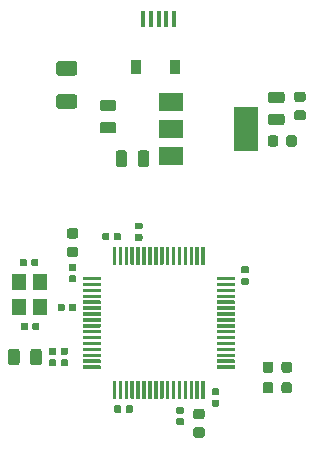
<source format=gbr>
G04 #@! TF.GenerationSoftware,KiCad,Pcbnew,(5.1.5-0-10_14)*
G04 #@! TF.CreationDate,2020-04-18T17:33:32+10:00*
G04 #@! TF.ProjectId,etch-a-sketch,65746368-2d61-42d7-936b-657463682e6b,rev?*
G04 #@! TF.SameCoordinates,Original*
G04 #@! TF.FileFunction,Paste,Top*
G04 #@! TF.FilePolarity,Positive*
%FSLAX46Y46*%
G04 Gerber Fmt 4.6, Leading zero omitted, Abs format (unit mm)*
G04 Created by KiCad (PCBNEW (5.1.5-0-10_14)) date 2020-04-18 17:33:32*
%MOMM*%
%LPD*%
G04 APERTURE LIST*
%ADD10C,0.100000*%
%ADD11R,0.900000X1.200000*%
%ADD12R,1.200000X1.400000*%
%ADD13R,2.000000X1.500000*%
%ADD14R,2.000000X3.800000*%
%ADD15R,0.400000X1.350000*%
G04 APERTURE END LIST*
D10*
G36*
X65032351Y-47100361D02*
G01*
X65039632Y-47101441D01*
X65046771Y-47103229D01*
X65053701Y-47105709D01*
X65060355Y-47108856D01*
X65066668Y-47112640D01*
X65072579Y-47117024D01*
X65078033Y-47121967D01*
X65082976Y-47127421D01*
X65087360Y-47133332D01*
X65091144Y-47139645D01*
X65094291Y-47146299D01*
X65096771Y-47153229D01*
X65098559Y-47160368D01*
X65099639Y-47167649D01*
X65100000Y-47175000D01*
X65100000Y-47325000D01*
X65099639Y-47332351D01*
X65098559Y-47339632D01*
X65096771Y-47346771D01*
X65094291Y-47353701D01*
X65091144Y-47360355D01*
X65087360Y-47366668D01*
X65082976Y-47372579D01*
X65078033Y-47378033D01*
X65072579Y-47382976D01*
X65066668Y-47387360D01*
X65060355Y-47391144D01*
X65053701Y-47394291D01*
X65046771Y-47396771D01*
X65039632Y-47398559D01*
X65032351Y-47399639D01*
X65025000Y-47400000D01*
X63625000Y-47400000D01*
X63617649Y-47399639D01*
X63610368Y-47398559D01*
X63603229Y-47396771D01*
X63596299Y-47394291D01*
X63589645Y-47391144D01*
X63583332Y-47387360D01*
X63577421Y-47382976D01*
X63571967Y-47378033D01*
X63567024Y-47372579D01*
X63562640Y-47366668D01*
X63558856Y-47360355D01*
X63555709Y-47353701D01*
X63553229Y-47346771D01*
X63551441Y-47339632D01*
X63550361Y-47332351D01*
X63550000Y-47325000D01*
X63550000Y-47175000D01*
X63550361Y-47167649D01*
X63551441Y-47160368D01*
X63553229Y-47153229D01*
X63555709Y-47146299D01*
X63558856Y-47139645D01*
X63562640Y-47133332D01*
X63567024Y-47127421D01*
X63571967Y-47121967D01*
X63577421Y-47117024D01*
X63583332Y-47112640D01*
X63589645Y-47108856D01*
X63596299Y-47105709D01*
X63603229Y-47103229D01*
X63610368Y-47101441D01*
X63617649Y-47100361D01*
X63625000Y-47100000D01*
X65025000Y-47100000D01*
X65032351Y-47100361D01*
G37*
G36*
X65032351Y-47600361D02*
G01*
X65039632Y-47601441D01*
X65046771Y-47603229D01*
X65053701Y-47605709D01*
X65060355Y-47608856D01*
X65066668Y-47612640D01*
X65072579Y-47617024D01*
X65078033Y-47621967D01*
X65082976Y-47627421D01*
X65087360Y-47633332D01*
X65091144Y-47639645D01*
X65094291Y-47646299D01*
X65096771Y-47653229D01*
X65098559Y-47660368D01*
X65099639Y-47667649D01*
X65100000Y-47675000D01*
X65100000Y-47825000D01*
X65099639Y-47832351D01*
X65098559Y-47839632D01*
X65096771Y-47846771D01*
X65094291Y-47853701D01*
X65091144Y-47860355D01*
X65087360Y-47866668D01*
X65082976Y-47872579D01*
X65078033Y-47878033D01*
X65072579Y-47882976D01*
X65066668Y-47887360D01*
X65060355Y-47891144D01*
X65053701Y-47894291D01*
X65046771Y-47896771D01*
X65039632Y-47898559D01*
X65032351Y-47899639D01*
X65025000Y-47900000D01*
X63625000Y-47900000D01*
X63617649Y-47899639D01*
X63610368Y-47898559D01*
X63603229Y-47896771D01*
X63596299Y-47894291D01*
X63589645Y-47891144D01*
X63583332Y-47887360D01*
X63577421Y-47882976D01*
X63571967Y-47878033D01*
X63567024Y-47872579D01*
X63562640Y-47866668D01*
X63558856Y-47860355D01*
X63555709Y-47853701D01*
X63553229Y-47846771D01*
X63551441Y-47839632D01*
X63550361Y-47832351D01*
X63550000Y-47825000D01*
X63550000Y-47675000D01*
X63550361Y-47667649D01*
X63551441Y-47660368D01*
X63553229Y-47653229D01*
X63555709Y-47646299D01*
X63558856Y-47639645D01*
X63562640Y-47633332D01*
X63567024Y-47627421D01*
X63571967Y-47621967D01*
X63577421Y-47617024D01*
X63583332Y-47612640D01*
X63589645Y-47608856D01*
X63596299Y-47605709D01*
X63603229Y-47603229D01*
X63610368Y-47601441D01*
X63617649Y-47600361D01*
X63625000Y-47600000D01*
X65025000Y-47600000D01*
X65032351Y-47600361D01*
G37*
G36*
X65032351Y-48100361D02*
G01*
X65039632Y-48101441D01*
X65046771Y-48103229D01*
X65053701Y-48105709D01*
X65060355Y-48108856D01*
X65066668Y-48112640D01*
X65072579Y-48117024D01*
X65078033Y-48121967D01*
X65082976Y-48127421D01*
X65087360Y-48133332D01*
X65091144Y-48139645D01*
X65094291Y-48146299D01*
X65096771Y-48153229D01*
X65098559Y-48160368D01*
X65099639Y-48167649D01*
X65100000Y-48175000D01*
X65100000Y-48325000D01*
X65099639Y-48332351D01*
X65098559Y-48339632D01*
X65096771Y-48346771D01*
X65094291Y-48353701D01*
X65091144Y-48360355D01*
X65087360Y-48366668D01*
X65082976Y-48372579D01*
X65078033Y-48378033D01*
X65072579Y-48382976D01*
X65066668Y-48387360D01*
X65060355Y-48391144D01*
X65053701Y-48394291D01*
X65046771Y-48396771D01*
X65039632Y-48398559D01*
X65032351Y-48399639D01*
X65025000Y-48400000D01*
X63625000Y-48400000D01*
X63617649Y-48399639D01*
X63610368Y-48398559D01*
X63603229Y-48396771D01*
X63596299Y-48394291D01*
X63589645Y-48391144D01*
X63583332Y-48387360D01*
X63577421Y-48382976D01*
X63571967Y-48378033D01*
X63567024Y-48372579D01*
X63562640Y-48366668D01*
X63558856Y-48360355D01*
X63555709Y-48353701D01*
X63553229Y-48346771D01*
X63551441Y-48339632D01*
X63550361Y-48332351D01*
X63550000Y-48325000D01*
X63550000Y-48175000D01*
X63550361Y-48167649D01*
X63551441Y-48160368D01*
X63553229Y-48153229D01*
X63555709Y-48146299D01*
X63558856Y-48139645D01*
X63562640Y-48133332D01*
X63567024Y-48127421D01*
X63571967Y-48121967D01*
X63577421Y-48117024D01*
X63583332Y-48112640D01*
X63589645Y-48108856D01*
X63596299Y-48105709D01*
X63603229Y-48103229D01*
X63610368Y-48101441D01*
X63617649Y-48100361D01*
X63625000Y-48100000D01*
X65025000Y-48100000D01*
X65032351Y-48100361D01*
G37*
G36*
X65032351Y-48600361D02*
G01*
X65039632Y-48601441D01*
X65046771Y-48603229D01*
X65053701Y-48605709D01*
X65060355Y-48608856D01*
X65066668Y-48612640D01*
X65072579Y-48617024D01*
X65078033Y-48621967D01*
X65082976Y-48627421D01*
X65087360Y-48633332D01*
X65091144Y-48639645D01*
X65094291Y-48646299D01*
X65096771Y-48653229D01*
X65098559Y-48660368D01*
X65099639Y-48667649D01*
X65100000Y-48675000D01*
X65100000Y-48825000D01*
X65099639Y-48832351D01*
X65098559Y-48839632D01*
X65096771Y-48846771D01*
X65094291Y-48853701D01*
X65091144Y-48860355D01*
X65087360Y-48866668D01*
X65082976Y-48872579D01*
X65078033Y-48878033D01*
X65072579Y-48882976D01*
X65066668Y-48887360D01*
X65060355Y-48891144D01*
X65053701Y-48894291D01*
X65046771Y-48896771D01*
X65039632Y-48898559D01*
X65032351Y-48899639D01*
X65025000Y-48900000D01*
X63625000Y-48900000D01*
X63617649Y-48899639D01*
X63610368Y-48898559D01*
X63603229Y-48896771D01*
X63596299Y-48894291D01*
X63589645Y-48891144D01*
X63583332Y-48887360D01*
X63577421Y-48882976D01*
X63571967Y-48878033D01*
X63567024Y-48872579D01*
X63562640Y-48866668D01*
X63558856Y-48860355D01*
X63555709Y-48853701D01*
X63553229Y-48846771D01*
X63551441Y-48839632D01*
X63550361Y-48832351D01*
X63550000Y-48825000D01*
X63550000Y-48675000D01*
X63550361Y-48667649D01*
X63551441Y-48660368D01*
X63553229Y-48653229D01*
X63555709Y-48646299D01*
X63558856Y-48639645D01*
X63562640Y-48633332D01*
X63567024Y-48627421D01*
X63571967Y-48621967D01*
X63577421Y-48617024D01*
X63583332Y-48612640D01*
X63589645Y-48608856D01*
X63596299Y-48605709D01*
X63603229Y-48603229D01*
X63610368Y-48601441D01*
X63617649Y-48600361D01*
X63625000Y-48600000D01*
X65025000Y-48600000D01*
X65032351Y-48600361D01*
G37*
G36*
X65032351Y-49100361D02*
G01*
X65039632Y-49101441D01*
X65046771Y-49103229D01*
X65053701Y-49105709D01*
X65060355Y-49108856D01*
X65066668Y-49112640D01*
X65072579Y-49117024D01*
X65078033Y-49121967D01*
X65082976Y-49127421D01*
X65087360Y-49133332D01*
X65091144Y-49139645D01*
X65094291Y-49146299D01*
X65096771Y-49153229D01*
X65098559Y-49160368D01*
X65099639Y-49167649D01*
X65100000Y-49175000D01*
X65100000Y-49325000D01*
X65099639Y-49332351D01*
X65098559Y-49339632D01*
X65096771Y-49346771D01*
X65094291Y-49353701D01*
X65091144Y-49360355D01*
X65087360Y-49366668D01*
X65082976Y-49372579D01*
X65078033Y-49378033D01*
X65072579Y-49382976D01*
X65066668Y-49387360D01*
X65060355Y-49391144D01*
X65053701Y-49394291D01*
X65046771Y-49396771D01*
X65039632Y-49398559D01*
X65032351Y-49399639D01*
X65025000Y-49400000D01*
X63625000Y-49400000D01*
X63617649Y-49399639D01*
X63610368Y-49398559D01*
X63603229Y-49396771D01*
X63596299Y-49394291D01*
X63589645Y-49391144D01*
X63583332Y-49387360D01*
X63577421Y-49382976D01*
X63571967Y-49378033D01*
X63567024Y-49372579D01*
X63562640Y-49366668D01*
X63558856Y-49360355D01*
X63555709Y-49353701D01*
X63553229Y-49346771D01*
X63551441Y-49339632D01*
X63550361Y-49332351D01*
X63550000Y-49325000D01*
X63550000Y-49175000D01*
X63550361Y-49167649D01*
X63551441Y-49160368D01*
X63553229Y-49153229D01*
X63555709Y-49146299D01*
X63558856Y-49139645D01*
X63562640Y-49133332D01*
X63567024Y-49127421D01*
X63571967Y-49121967D01*
X63577421Y-49117024D01*
X63583332Y-49112640D01*
X63589645Y-49108856D01*
X63596299Y-49105709D01*
X63603229Y-49103229D01*
X63610368Y-49101441D01*
X63617649Y-49100361D01*
X63625000Y-49100000D01*
X65025000Y-49100000D01*
X65032351Y-49100361D01*
G37*
G36*
X65032351Y-49600361D02*
G01*
X65039632Y-49601441D01*
X65046771Y-49603229D01*
X65053701Y-49605709D01*
X65060355Y-49608856D01*
X65066668Y-49612640D01*
X65072579Y-49617024D01*
X65078033Y-49621967D01*
X65082976Y-49627421D01*
X65087360Y-49633332D01*
X65091144Y-49639645D01*
X65094291Y-49646299D01*
X65096771Y-49653229D01*
X65098559Y-49660368D01*
X65099639Y-49667649D01*
X65100000Y-49675000D01*
X65100000Y-49825000D01*
X65099639Y-49832351D01*
X65098559Y-49839632D01*
X65096771Y-49846771D01*
X65094291Y-49853701D01*
X65091144Y-49860355D01*
X65087360Y-49866668D01*
X65082976Y-49872579D01*
X65078033Y-49878033D01*
X65072579Y-49882976D01*
X65066668Y-49887360D01*
X65060355Y-49891144D01*
X65053701Y-49894291D01*
X65046771Y-49896771D01*
X65039632Y-49898559D01*
X65032351Y-49899639D01*
X65025000Y-49900000D01*
X63625000Y-49900000D01*
X63617649Y-49899639D01*
X63610368Y-49898559D01*
X63603229Y-49896771D01*
X63596299Y-49894291D01*
X63589645Y-49891144D01*
X63583332Y-49887360D01*
X63577421Y-49882976D01*
X63571967Y-49878033D01*
X63567024Y-49872579D01*
X63562640Y-49866668D01*
X63558856Y-49860355D01*
X63555709Y-49853701D01*
X63553229Y-49846771D01*
X63551441Y-49839632D01*
X63550361Y-49832351D01*
X63550000Y-49825000D01*
X63550000Y-49675000D01*
X63550361Y-49667649D01*
X63551441Y-49660368D01*
X63553229Y-49653229D01*
X63555709Y-49646299D01*
X63558856Y-49639645D01*
X63562640Y-49633332D01*
X63567024Y-49627421D01*
X63571967Y-49621967D01*
X63577421Y-49617024D01*
X63583332Y-49612640D01*
X63589645Y-49608856D01*
X63596299Y-49605709D01*
X63603229Y-49603229D01*
X63610368Y-49601441D01*
X63617649Y-49600361D01*
X63625000Y-49600000D01*
X65025000Y-49600000D01*
X65032351Y-49600361D01*
G37*
G36*
X65032351Y-50100361D02*
G01*
X65039632Y-50101441D01*
X65046771Y-50103229D01*
X65053701Y-50105709D01*
X65060355Y-50108856D01*
X65066668Y-50112640D01*
X65072579Y-50117024D01*
X65078033Y-50121967D01*
X65082976Y-50127421D01*
X65087360Y-50133332D01*
X65091144Y-50139645D01*
X65094291Y-50146299D01*
X65096771Y-50153229D01*
X65098559Y-50160368D01*
X65099639Y-50167649D01*
X65100000Y-50175000D01*
X65100000Y-50325000D01*
X65099639Y-50332351D01*
X65098559Y-50339632D01*
X65096771Y-50346771D01*
X65094291Y-50353701D01*
X65091144Y-50360355D01*
X65087360Y-50366668D01*
X65082976Y-50372579D01*
X65078033Y-50378033D01*
X65072579Y-50382976D01*
X65066668Y-50387360D01*
X65060355Y-50391144D01*
X65053701Y-50394291D01*
X65046771Y-50396771D01*
X65039632Y-50398559D01*
X65032351Y-50399639D01*
X65025000Y-50400000D01*
X63625000Y-50400000D01*
X63617649Y-50399639D01*
X63610368Y-50398559D01*
X63603229Y-50396771D01*
X63596299Y-50394291D01*
X63589645Y-50391144D01*
X63583332Y-50387360D01*
X63577421Y-50382976D01*
X63571967Y-50378033D01*
X63567024Y-50372579D01*
X63562640Y-50366668D01*
X63558856Y-50360355D01*
X63555709Y-50353701D01*
X63553229Y-50346771D01*
X63551441Y-50339632D01*
X63550361Y-50332351D01*
X63550000Y-50325000D01*
X63550000Y-50175000D01*
X63550361Y-50167649D01*
X63551441Y-50160368D01*
X63553229Y-50153229D01*
X63555709Y-50146299D01*
X63558856Y-50139645D01*
X63562640Y-50133332D01*
X63567024Y-50127421D01*
X63571967Y-50121967D01*
X63577421Y-50117024D01*
X63583332Y-50112640D01*
X63589645Y-50108856D01*
X63596299Y-50105709D01*
X63603229Y-50103229D01*
X63610368Y-50101441D01*
X63617649Y-50100361D01*
X63625000Y-50100000D01*
X65025000Y-50100000D01*
X65032351Y-50100361D01*
G37*
G36*
X65032351Y-50600361D02*
G01*
X65039632Y-50601441D01*
X65046771Y-50603229D01*
X65053701Y-50605709D01*
X65060355Y-50608856D01*
X65066668Y-50612640D01*
X65072579Y-50617024D01*
X65078033Y-50621967D01*
X65082976Y-50627421D01*
X65087360Y-50633332D01*
X65091144Y-50639645D01*
X65094291Y-50646299D01*
X65096771Y-50653229D01*
X65098559Y-50660368D01*
X65099639Y-50667649D01*
X65100000Y-50675000D01*
X65100000Y-50825000D01*
X65099639Y-50832351D01*
X65098559Y-50839632D01*
X65096771Y-50846771D01*
X65094291Y-50853701D01*
X65091144Y-50860355D01*
X65087360Y-50866668D01*
X65082976Y-50872579D01*
X65078033Y-50878033D01*
X65072579Y-50882976D01*
X65066668Y-50887360D01*
X65060355Y-50891144D01*
X65053701Y-50894291D01*
X65046771Y-50896771D01*
X65039632Y-50898559D01*
X65032351Y-50899639D01*
X65025000Y-50900000D01*
X63625000Y-50900000D01*
X63617649Y-50899639D01*
X63610368Y-50898559D01*
X63603229Y-50896771D01*
X63596299Y-50894291D01*
X63589645Y-50891144D01*
X63583332Y-50887360D01*
X63577421Y-50882976D01*
X63571967Y-50878033D01*
X63567024Y-50872579D01*
X63562640Y-50866668D01*
X63558856Y-50860355D01*
X63555709Y-50853701D01*
X63553229Y-50846771D01*
X63551441Y-50839632D01*
X63550361Y-50832351D01*
X63550000Y-50825000D01*
X63550000Y-50675000D01*
X63550361Y-50667649D01*
X63551441Y-50660368D01*
X63553229Y-50653229D01*
X63555709Y-50646299D01*
X63558856Y-50639645D01*
X63562640Y-50633332D01*
X63567024Y-50627421D01*
X63571967Y-50621967D01*
X63577421Y-50617024D01*
X63583332Y-50612640D01*
X63589645Y-50608856D01*
X63596299Y-50605709D01*
X63603229Y-50603229D01*
X63610368Y-50601441D01*
X63617649Y-50600361D01*
X63625000Y-50600000D01*
X65025000Y-50600000D01*
X65032351Y-50600361D01*
G37*
G36*
X65032351Y-51100361D02*
G01*
X65039632Y-51101441D01*
X65046771Y-51103229D01*
X65053701Y-51105709D01*
X65060355Y-51108856D01*
X65066668Y-51112640D01*
X65072579Y-51117024D01*
X65078033Y-51121967D01*
X65082976Y-51127421D01*
X65087360Y-51133332D01*
X65091144Y-51139645D01*
X65094291Y-51146299D01*
X65096771Y-51153229D01*
X65098559Y-51160368D01*
X65099639Y-51167649D01*
X65100000Y-51175000D01*
X65100000Y-51325000D01*
X65099639Y-51332351D01*
X65098559Y-51339632D01*
X65096771Y-51346771D01*
X65094291Y-51353701D01*
X65091144Y-51360355D01*
X65087360Y-51366668D01*
X65082976Y-51372579D01*
X65078033Y-51378033D01*
X65072579Y-51382976D01*
X65066668Y-51387360D01*
X65060355Y-51391144D01*
X65053701Y-51394291D01*
X65046771Y-51396771D01*
X65039632Y-51398559D01*
X65032351Y-51399639D01*
X65025000Y-51400000D01*
X63625000Y-51400000D01*
X63617649Y-51399639D01*
X63610368Y-51398559D01*
X63603229Y-51396771D01*
X63596299Y-51394291D01*
X63589645Y-51391144D01*
X63583332Y-51387360D01*
X63577421Y-51382976D01*
X63571967Y-51378033D01*
X63567024Y-51372579D01*
X63562640Y-51366668D01*
X63558856Y-51360355D01*
X63555709Y-51353701D01*
X63553229Y-51346771D01*
X63551441Y-51339632D01*
X63550361Y-51332351D01*
X63550000Y-51325000D01*
X63550000Y-51175000D01*
X63550361Y-51167649D01*
X63551441Y-51160368D01*
X63553229Y-51153229D01*
X63555709Y-51146299D01*
X63558856Y-51139645D01*
X63562640Y-51133332D01*
X63567024Y-51127421D01*
X63571967Y-51121967D01*
X63577421Y-51117024D01*
X63583332Y-51112640D01*
X63589645Y-51108856D01*
X63596299Y-51105709D01*
X63603229Y-51103229D01*
X63610368Y-51101441D01*
X63617649Y-51100361D01*
X63625000Y-51100000D01*
X65025000Y-51100000D01*
X65032351Y-51100361D01*
G37*
G36*
X65032351Y-51600361D02*
G01*
X65039632Y-51601441D01*
X65046771Y-51603229D01*
X65053701Y-51605709D01*
X65060355Y-51608856D01*
X65066668Y-51612640D01*
X65072579Y-51617024D01*
X65078033Y-51621967D01*
X65082976Y-51627421D01*
X65087360Y-51633332D01*
X65091144Y-51639645D01*
X65094291Y-51646299D01*
X65096771Y-51653229D01*
X65098559Y-51660368D01*
X65099639Y-51667649D01*
X65100000Y-51675000D01*
X65100000Y-51825000D01*
X65099639Y-51832351D01*
X65098559Y-51839632D01*
X65096771Y-51846771D01*
X65094291Y-51853701D01*
X65091144Y-51860355D01*
X65087360Y-51866668D01*
X65082976Y-51872579D01*
X65078033Y-51878033D01*
X65072579Y-51882976D01*
X65066668Y-51887360D01*
X65060355Y-51891144D01*
X65053701Y-51894291D01*
X65046771Y-51896771D01*
X65039632Y-51898559D01*
X65032351Y-51899639D01*
X65025000Y-51900000D01*
X63625000Y-51900000D01*
X63617649Y-51899639D01*
X63610368Y-51898559D01*
X63603229Y-51896771D01*
X63596299Y-51894291D01*
X63589645Y-51891144D01*
X63583332Y-51887360D01*
X63577421Y-51882976D01*
X63571967Y-51878033D01*
X63567024Y-51872579D01*
X63562640Y-51866668D01*
X63558856Y-51860355D01*
X63555709Y-51853701D01*
X63553229Y-51846771D01*
X63551441Y-51839632D01*
X63550361Y-51832351D01*
X63550000Y-51825000D01*
X63550000Y-51675000D01*
X63550361Y-51667649D01*
X63551441Y-51660368D01*
X63553229Y-51653229D01*
X63555709Y-51646299D01*
X63558856Y-51639645D01*
X63562640Y-51633332D01*
X63567024Y-51627421D01*
X63571967Y-51621967D01*
X63577421Y-51617024D01*
X63583332Y-51612640D01*
X63589645Y-51608856D01*
X63596299Y-51605709D01*
X63603229Y-51603229D01*
X63610368Y-51601441D01*
X63617649Y-51600361D01*
X63625000Y-51600000D01*
X65025000Y-51600000D01*
X65032351Y-51600361D01*
G37*
G36*
X65032351Y-52100361D02*
G01*
X65039632Y-52101441D01*
X65046771Y-52103229D01*
X65053701Y-52105709D01*
X65060355Y-52108856D01*
X65066668Y-52112640D01*
X65072579Y-52117024D01*
X65078033Y-52121967D01*
X65082976Y-52127421D01*
X65087360Y-52133332D01*
X65091144Y-52139645D01*
X65094291Y-52146299D01*
X65096771Y-52153229D01*
X65098559Y-52160368D01*
X65099639Y-52167649D01*
X65100000Y-52175000D01*
X65100000Y-52325000D01*
X65099639Y-52332351D01*
X65098559Y-52339632D01*
X65096771Y-52346771D01*
X65094291Y-52353701D01*
X65091144Y-52360355D01*
X65087360Y-52366668D01*
X65082976Y-52372579D01*
X65078033Y-52378033D01*
X65072579Y-52382976D01*
X65066668Y-52387360D01*
X65060355Y-52391144D01*
X65053701Y-52394291D01*
X65046771Y-52396771D01*
X65039632Y-52398559D01*
X65032351Y-52399639D01*
X65025000Y-52400000D01*
X63625000Y-52400000D01*
X63617649Y-52399639D01*
X63610368Y-52398559D01*
X63603229Y-52396771D01*
X63596299Y-52394291D01*
X63589645Y-52391144D01*
X63583332Y-52387360D01*
X63577421Y-52382976D01*
X63571967Y-52378033D01*
X63567024Y-52372579D01*
X63562640Y-52366668D01*
X63558856Y-52360355D01*
X63555709Y-52353701D01*
X63553229Y-52346771D01*
X63551441Y-52339632D01*
X63550361Y-52332351D01*
X63550000Y-52325000D01*
X63550000Y-52175000D01*
X63550361Y-52167649D01*
X63551441Y-52160368D01*
X63553229Y-52153229D01*
X63555709Y-52146299D01*
X63558856Y-52139645D01*
X63562640Y-52133332D01*
X63567024Y-52127421D01*
X63571967Y-52121967D01*
X63577421Y-52117024D01*
X63583332Y-52112640D01*
X63589645Y-52108856D01*
X63596299Y-52105709D01*
X63603229Y-52103229D01*
X63610368Y-52101441D01*
X63617649Y-52100361D01*
X63625000Y-52100000D01*
X65025000Y-52100000D01*
X65032351Y-52100361D01*
G37*
G36*
X65032351Y-52600361D02*
G01*
X65039632Y-52601441D01*
X65046771Y-52603229D01*
X65053701Y-52605709D01*
X65060355Y-52608856D01*
X65066668Y-52612640D01*
X65072579Y-52617024D01*
X65078033Y-52621967D01*
X65082976Y-52627421D01*
X65087360Y-52633332D01*
X65091144Y-52639645D01*
X65094291Y-52646299D01*
X65096771Y-52653229D01*
X65098559Y-52660368D01*
X65099639Y-52667649D01*
X65100000Y-52675000D01*
X65100000Y-52825000D01*
X65099639Y-52832351D01*
X65098559Y-52839632D01*
X65096771Y-52846771D01*
X65094291Y-52853701D01*
X65091144Y-52860355D01*
X65087360Y-52866668D01*
X65082976Y-52872579D01*
X65078033Y-52878033D01*
X65072579Y-52882976D01*
X65066668Y-52887360D01*
X65060355Y-52891144D01*
X65053701Y-52894291D01*
X65046771Y-52896771D01*
X65039632Y-52898559D01*
X65032351Y-52899639D01*
X65025000Y-52900000D01*
X63625000Y-52900000D01*
X63617649Y-52899639D01*
X63610368Y-52898559D01*
X63603229Y-52896771D01*
X63596299Y-52894291D01*
X63589645Y-52891144D01*
X63583332Y-52887360D01*
X63577421Y-52882976D01*
X63571967Y-52878033D01*
X63567024Y-52872579D01*
X63562640Y-52866668D01*
X63558856Y-52860355D01*
X63555709Y-52853701D01*
X63553229Y-52846771D01*
X63551441Y-52839632D01*
X63550361Y-52832351D01*
X63550000Y-52825000D01*
X63550000Y-52675000D01*
X63550361Y-52667649D01*
X63551441Y-52660368D01*
X63553229Y-52653229D01*
X63555709Y-52646299D01*
X63558856Y-52639645D01*
X63562640Y-52633332D01*
X63567024Y-52627421D01*
X63571967Y-52621967D01*
X63577421Y-52617024D01*
X63583332Y-52612640D01*
X63589645Y-52608856D01*
X63596299Y-52605709D01*
X63603229Y-52603229D01*
X63610368Y-52601441D01*
X63617649Y-52600361D01*
X63625000Y-52600000D01*
X65025000Y-52600000D01*
X65032351Y-52600361D01*
G37*
G36*
X65032351Y-53100361D02*
G01*
X65039632Y-53101441D01*
X65046771Y-53103229D01*
X65053701Y-53105709D01*
X65060355Y-53108856D01*
X65066668Y-53112640D01*
X65072579Y-53117024D01*
X65078033Y-53121967D01*
X65082976Y-53127421D01*
X65087360Y-53133332D01*
X65091144Y-53139645D01*
X65094291Y-53146299D01*
X65096771Y-53153229D01*
X65098559Y-53160368D01*
X65099639Y-53167649D01*
X65100000Y-53175000D01*
X65100000Y-53325000D01*
X65099639Y-53332351D01*
X65098559Y-53339632D01*
X65096771Y-53346771D01*
X65094291Y-53353701D01*
X65091144Y-53360355D01*
X65087360Y-53366668D01*
X65082976Y-53372579D01*
X65078033Y-53378033D01*
X65072579Y-53382976D01*
X65066668Y-53387360D01*
X65060355Y-53391144D01*
X65053701Y-53394291D01*
X65046771Y-53396771D01*
X65039632Y-53398559D01*
X65032351Y-53399639D01*
X65025000Y-53400000D01*
X63625000Y-53400000D01*
X63617649Y-53399639D01*
X63610368Y-53398559D01*
X63603229Y-53396771D01*
X63596299Y-53394291D01*
X63589645Y-53391144D01*
X63583332Y-53387360D01*
X63577421Y-53382976D01*
X63571967Y-53378033D01*
X63567024Y-53372579D01*
X63562640Y-53366668D01*
X63558856Y-53360355D01*
X63555709Y-53353701D01*
X63553229Y-53346771D01*
X63551441Y-53339632D01*
X63550361Y-53332351D01*
X63550000Y-53325000D01*
X63550000Y-53175000D01*
X63550361Y-53167649D01*
X63551441Y-53160368D01*
X63553229Y-53153229D01*
X63555709Y-53146299D01*
X63558856Y-53139645D01*
X63562640Y-53133332D01*
X63567024Y-53127421D01*
X63571967Y-53121967D01*
X63577421Y-53117024D01*
X63583332Y-53112640D01*
X63589645Y-53108856D01*
X63596299Y-53105709D01*
X63603229Y-53103229D01*
X63610368Y-53101441D01*
X63617649Y-53100361D01*
X63625000Y-53100000D01*
X65025000Y-53100000D01*
X65032351Y-53100361D01*
G37*
G36*
X65032351Y-53600361D02*
G01*
X65039632Y-53601441D01*
X65046771Y-53603229D01*
X65053701Y-53605709D01*
X65060355Y-53608856D01*
X65066668Y-53612640D01*
X65072579Y-53617024D01*
X65078033Y-53621967D01*
X65082976Y-53627421D01*
X65087360Y-53633332D01*
X65091144Y-53639645D01*
X65094291Y-53646299D01*
X65096771Y-53653229D01*
X65098559Y-53660368D01*
X65099639Y-53667649D01*
X65100000Y-53675000D01*
X65100000Y-53825000D01*
X65099639Y-53832351D01*
X65098559Y-53839632D01*
X65096771Y-53846771D01*
X65094291Y-53853701D01*
X65091144Y-53860355D01*
X65087360Y-53866668D01*
X65082976Y-53872579D01*
X65078033Y-53878033D01*
X65072579Y-53882976D01*
X65066668Y-53887360D01*
X65060355Y-53891144D01*
X65053701Y-53894291D01*
X65046771Y-53896771D01*
X65039632Y-53898559D01*
X65032351Y-53899639D01*
X65025000Y-53900000D01*
X63625000Y-53900000D01*
X63617649Y-53899639D01*
X63610368Y-53898559D01*
X63603229Y-53896771D01*
X63596299Y-53894291D01*
X63589645Y-53891144D01*
X63583332Y-53887360D01*
X63577421Y-53882976D01*
X63571967Y-53878033D01*
X63567024Y-53872579D01*
X63562640Y-53866668D01*
X63558856Y-53860355D01*
X63555709Y-53853701D01*
X63553229Y-53846771D01*
X63551441Y-53839632D01*
X63550361Y-53832351D01*
X63550000Y-53825000D01*
X63550000Y-53675000D01*
X63550361Y-53667649D01*
X63551441Y-53660368D01*
X63553229Y-53653229D01*
X63555709Y-53646299D01*
X63558856Y-53639645D01*
X63562640Y-53633332D01*
X63567024Y-53627421D01*
X63571967Y-53621967D01*
X63577421Y-53617024D01*
X63583332Y-53612640D01*
X63589645Y-53608856D01*
X63596299Y-53605709D01*
X63603229Y-53603229D01*
X63610368Y-53601441D01*
X63617649Y-53600361D01*
X63625000Y-53600000D01*
X65025000Y-53600000D01*
X65032351Y-53600361D01*
G37*
G36*
X65032351Y-54100361D02*
G01*
X65039632Y-54101441D01*
X65046771Y-54103229D01*
X65053701Y-54105709D01*
X65060355Y-54108856D01*
X65066668Y-54112640D01*
X65072579Y-54117024D01*
X65078033Y-54121967D01*
X65082976Y-54127421D01*
X65087360Y-54133332D01*
X65091144Y-54139645D01*
X65094291Y-54146299D01*
X65096771Y-54153229D01*
X65098559Y-54160368D01*
X65099639Y-54167649D01*
X65100000Y-54175000D01*
X65100000Y-54325000D01*
X65099639Y-54332351D01*
X65098559Y-54339632D01*
X65096771Y-54346771D01*
X65094291Y-54353701D01*
X65091144Y-54360355D01*
X65087360Y-54366668D01*
X65082976Y-54372579D01*
X65078033Y-54378033D01*
X65072579Y-54382976D01*
X65066668Y-54387360D01*
X65060355Y-54391144D01*
X65053701Y-54394291D01*
X65046771Y-54396771D01*
X65039632Y-54398559D01*
X65032351Y-54399639D01*
X65025000Y-54400000D01*
X63625000Y-54400000D01*
X63617649Y-54399639D01*
X63610368Y-54398559D01*
X63603229Y-54396771D01*
X63596299Y-54394291D01*
X63589645Y-54391144D01*
X63583332Y-54387360D01*
X63577421Y-54382976D01*
X63571967Y-54378033D01*
X63567024Y-54372579D01*
X63562640Y-54366668D01*
X63558856Y-54360355D01*
X63555709Y-54353701D01*
X63553229Y-54346771D01*
X63551441Y-54339632D01*
X63550361Y-54332351D01*
X63550000Y-54325000D01*
X63550000Y-54175000D01*
X63550361Y-54167649D01*
X63551441Y-54160368D01*
X63553229Y-54153229D01*
X63555709Y-54146299D01*
X63558856Y-54139645D01*
X63562640Y-54133332D01*
X63567024Y-54127421D01*
X63571967Y-54121967D01*
X63577421Y-54117024D01*
X63583332Y-54112640D01*
X63589645Y-54108856D01*
X63596299Y-54105709D01*
X63603229Y-54103229D01*
X63610368Y-54101441D01*
X63617649Y-54100361D01*
X63625000Y-54100000D01*
X65025000Y-54100000D01*
X65032351Y-54100361D01*
G37*
G36*
X65032351Y-54600361D02*
G01*
X65039632Y-54601441D01*
X65046771Y-54603229D01*
X65053701Y-54605709D01*
X65060355Y-54608856D01*
X65066668Y-54612640D01*
X65072579Y-54617024D01*
X65078033Y-54621967D01*
X65082976Y-54627421D01*
X65087360Y-54633332D01*
X65091144Y-54639645D01*
X65094291Y-54646299D01*
X65096771Y-54653229D01*
X65098559Y-54660368D01*
X65099639Y-54667649D01*
X65100000Y-54675000D01*
X65100000Y-54825000D01*
X65099639Y-54832351D01*
X65098559Y-54839632D01*
X65096771Y-54846771D01*
X65094291Y-54853701D01*
X65091144Y-54860355D01*
X65087360Y-54866668D01*
X65082976Y-54872579D01*
X65078033Y-54878033D01*
X65072579Y-54882976D01*
X65066668Y-54887360D01*
X65060355Y-54891144D01*
X65053701Y-54894291D01*
X65046771Y-54896771D01*
X65039632Y-54898559D01*
X65032351Y-54899639D01*
X65025000Y-54900000D01*
X63625000Y-54900000D01*
X63617649Y-54899639D01*
X63610368Y-54898559D01*
X63603229Y-54896771D01*
X63596299Y-54894291D01*
X63589645Y-54891144D01*
X63583332Y-54887360D01*
X63577421Y-54882976D01*
X63571967Y-54878033D01*
X63567024Y-54872579D01*
X63562640Y-54866668D01*
X63558856Y-54860355D01*
X63555709Y-54853701D01*
X63553229Y-54846771D01*
X63551441Y-54839632D01*
X63550361Y-54832351D01*
X63550000Y-54825000D01*
X63550000Y-54675000D01*
X63550361Y-54667649D01*
X63551441Y-54660368D01*
X63553229Y-54653229D01*
X63555709Y-54646299D01*
X63558856Y-54639645D01*
X63562640Y-54633332D01*
X63567024Y-54627421D01*
X63571967Y-54621967D01*
X63577421Y-54617024D01*
X63583332Y-54612640D01*
X63589645Y-54608856D01*
X63596299Y-54605709D01*
X63603229Y-54603229D01*
X63610368Y-54601441D01*
X63617649Y-54600361D01*
X63625000Y-54600000D01*
X65025000Y-54600000D01*
X65032351Y-54600361D01*
G37*
G36*
X66332351Y-55900361D02*
G01*
X66339632Y-55901441D01*
X66346771Y-55903229D01*
X66353701Y-55905709D01*
X66360355Y-55908856D01*
X66366668Y-55912640D01*
X66372579Y-55917024D01*
X66378033Y-55921967D01*
X66382976Y-55927421D01*
X66387360Y-55933332D01*
X66391144Y-55939645D01*
X66394291Y-55946299D01*
X66396771Y-55953229D01*
X66398559Y-55960368D01*
X66399639Y-55967649D01*
X66400000Y-55975000D01*
X66400000Y-57375000D01*
X66399639Y-57382351D01*
X66398559Y-57389632D01*
X66396771Y-57396771D01*
X66394291Y-57403701D01*
X66391144Y-57410355D01*
X66387360Y-57416668D01*
X66382976Y-57422579D01*
X66378033Y-57428033D01*
X66372579Y-57432976D01*
X66366668Y-57437360D01*
X66360355Y-57441144D01*
X66353701Y-57444291D01*
X66346771Y-57446771D01*
X66339632Y-57448559D01*
X66332351Y-57449639D01*
X66325000Y-57450000D01*
X66175000Y-57450000D01*
X66167649Y-57449639D01*
X66160368Y-57448559D01*
X66153229Y-57446771D01*
X66146299Y-57444291D01*
X66139645Y-57441144D01*
X66133332Y-57437360D01*
X66127421Y-57432976D01*
X66121967Y-57428033D01*
X66117024Y-57422579D01*
X66112640Y-57416668D01*
X66108856Y-57410355D01*
X66105709Y-57403701D01*
X66103229Y-57396771D01*
X66101441Y-57389632D01*
X66100361Y-57382351D01*
X66100000Y-57375000D01*
X66100000Y-55975000D01*
X66100361Y-55967649D01*
X66101441Y-55960368D01*
X66103229Y-55953229D01*
X66105709Y-55946299D01*
X66108856Y-55939645D01*
X66112640Y-55933332D01*
X66117024Y-55927421D01*
X66121967Y-55921967D01*
X66127421Y-55917024D01*
X66133332Y-55912640D01*
X66139645Y-55908856D01*
X66146299Y-55905709D01*
X66153229Y-55903229D01*
X66160368Y-55901441D01*
X66167649Y-55900361D01*
X66175000Y-55900000D01*
X66325000Y-55900000D01*
X66332351Y-55900361D01*
G37*
G36*
X66832351Y-55900361D02*
G01*
X66839632Y-55901441D01*
X66846771Y-55903229D01*
X66853701Y-55905709D01*
X66860355Y-55908856D01*
X66866668Y-55912640D01*
X66872579Y-55917024D01*
X66878033Y-55921967D01*
X66882976Y-55927421D01*
X66887360Y-55933332D01*
X66891144Y-55939645D01*
X66894291Y-55946299D01*
X66896771Y-55953229D01*
X66898559Y-55960368D01*
X66899639Y-55967649D01*
X66900000Y-55975000D01*
X66900000Y-57375000D01*
X66899639Y-57382351D01*
X66898559Y-57389632D01*
X66896771Y-57396771D01*
X66894291Y-57403701D01*
X66891144Y-57410355D01*
X66887360Y-57416668D01*
X66882976Y-57422579D01*
X66878033Y-57428033D01*
X66872579Y-57432976D01*
X66866668Y-57437360D01*
X66860355Y-57441144D01*
X66853701Y-57444291D01*
X66846771Y-57446771D01*
X66839632Y-57448559D01*
X66832351Y-57449639D01*
X66825000Y-57450000D01*
X66675000Y-57450000D01*
X66667649Y-57449639D01*
X66660368Y-57448559D01*
X66653229Y-57446771D01*
X66646299Y-57444291D01*
X66639645Y-57441144D01*
X66633332Y-57437360D01*
X66627421Y-57432976D01*
X66621967Y-57428033D01*
X66617024Y-57422579D01*
X66612640Y-57416668D01*
X66608856Y-57410355D01*
X66605709Y-57403701D01*
X66603229Y-57396771D01*
X66601441Y-57389632D01*
X66600361Y-57382351D01*
X66600000Y-57375000D01*
X66600000Y-55975000D01*
X66600361Y-55967649D01*
X66601441Y-55960368D01*
X66603229Y-55953229D01*
X66605709Y-55946299D01*
X66608856Y-55939645D01*
X66612640Y-55933332D01*
X66617024Y-55927421D01*
X66621967Y-55921967D01*
X66627421Y-55917024D01*
X66633332Y-55912640D01*
X66639645Y-55908856D01*
X66646299Y-55905709D01*
X66653229Y-55903229D01*
X66660368Y-55901441D01*
X66667649Y-55900361D01*
X66675000Y-55900000D01*
X66825000Y-55900000D01*
X66832351Y-55900361D01*
G37*
G36*
X67332351Y-55900361D02*
G01*
X67339632Y-55901441D01*
X67346771Y-55903229D01*
X67353701Y-55905709D01*
X67360355Y-55908856D01*
X67366668Y-55912640D01*
X67372579Y-55917024D01*
X67378033Y-55921967D01*
X67382976Y-55927421D01*
X67387360Y-55933332D01*
X67391144Y-55939645D01*
X67394291Y-55946299D01*
X67396771Y-55953229D01*
X67398559Y-55960368D01*
X67399639Y-55967649D01*
X67400000Y-55975000D01*
X67400000Y-57375000D01*
X67399639Y-57382351D01*
X67398559Y-57389632D01*
X67396771Y-57396771D01*
X67394291Y-57403701D01*
X67391144Y-57410355D01*
X67387360Y-57416668D01*
X67382976Y-57422579D01*
X67378033Y-57428033D01*
X67372579Y-57432976D01*
X67366668Y-57437360D01*
X67360355Y-57441144D01*
X67353701Y-57444291D01*
X67346771Y-57446771D01*
X67339632Y-57448559D01*
X67332351Y-57449639D01*
X67325000Y-57450000D01*
X67175000Y-57450000D01*
X67167649Y-57449639D01*
X67160368Y-57448559D01*
X67153229Y-57446771D01*
X67146299Y-57444291D01*
X67139645Y-57441144D01*
X67133332Y-57437360D01*
X67127421Y-57432976D01*
X67121967Y-57428033D01*
X67117024Y-57422579D01*
X67112640Y-57416668D01*
X67108856Y-57410355D01*
X67105709Y-57403701D01*
X67103229Y-57396771D01*
X67101441Y-57389632D01*
X67100361Y-57382351D01*
X67100000Y-57375000D01*
X67100000Y-55975000D01*
X67100361Y-55967649D01*
X67101441Y-55960368D01*
X67103229Y-55953229D01*
X67105709Y-55946299D01*
X67108856Y-55939645D01*
X67112640Y-55933332D01*
X67117024Y-55927421D01*
X67121967Y-55921967D01*
X67127421Y-55917024D01*
X67133332Y-55912640D01*
X67139645Y-55908856D01*
X67146299Y-55905709D01*
X67153229Y-55903229D01*
X67160368Y-55901441D01*
X67167649Y-55900361D01*
X67175000Y-55900000D01*
X67325000Y-55900000D01*
X67332351Y-55900361D01*
G37*
G36*
X67832351Y-55900361D02*
G01*
X67839632Y-55901441D01*
X67846771Y-55903229D01*
X67853701Y-55905709D01*
X67860355Y-55908856D01*
X67866668Y-55912640D01*
X67872579Y-55917024D01*
X67878033Y-55921967D01*
X67882976Y-55927421D01*
X67887360Y-55933332D01*
X67891144Y-55939645D01*
X67894291Y-55946299D01*
X67896771Y-55953229D01*
X67898559Y-55960368D01*
X67899639Y-55967649D01*
X67900000Y-55975000D01*
X67900000Y-57375000D01*
X67899639Y-57382351D01*
X67898559Y-57389632D01*
X67896771Y-57396771D01*
X67894291Y-57403701D01*
X67891144Y-57410355D01*
X67887360Y-57416668D01*
X67882976Y-57422579D01*
X67878033Y-57428033D01*
X67872579Y-57432976D01*
X67866668Y-57437360D01*
X67860355Y-57441144D01*
X67853701Y-57444291D01*
X67846771Y-57446771D01*
X67839632Y-57448559D01*
X67832351Y-57449639D01*
X67825000Y-57450000D01*
X67675000Y-57450000D01*
X67667649Y-57449639D01*
X67660368Y-57448559D01*
X67653229Y-57446771D01*
X67646299Y-57444291D01*
X67639645Y-57441144D01*
X67633332Y-57437360D01*
X67627421Y-57432976D01*
X67621967Y-57428033D01*
X67617024Y-57422579D01*
X67612640Y-57416668D01*
X67608856Y-57410355D01*
X67605709Y-57403701D01*
X67603229Y-57396771D01*
X67601441Y-57389632D01*
X67600361Y-57382351D01*
X67600000Y-57375000D01*
X67600000Y-55975000D01*
X67600361Y-55967649D01*
X67601441Y-55960368D01*
X67603229Y-55953229D01*
X67605709Y-55946299D01*
X67608856Y-55939645D01*
X67612640Y-55933332D01*
X67617024Y-55927421D01*
X67621967Y-55921967D01*
X67627421Y-55917024D01*
X67633332Y-55912640D01*
X67639645Y-55908856D01*
X67646299Y-55905709D01*
X67653229Y-55903229D01*
X67660368Y-55901441D01*
X67667649Y-55900361D01*
X67675000Y-55900000D01*
X67825000Y-55900000D01*
X67832351Y-55900361D01*
G37*
G36*
X68332351Y-55900361D02*
G01*
X68339632Y-55901441D01*
X68346771Y-55903229D01*
X68353701Y-55905709D01*
X68360355Y-55908856D01*
X68366668Y-55912640D01*
X68372579Y-55917024D01*
X68378033Y-55921967D01*
X68382976Y-55927421D01*
X68387360Y-55933332D01*
X68391144Y-55939645D01*
X68394291Y-55946299D01*
X68396771Y-55953229D01*
X68398559Y-55960368D01*
X68399639Y-55967649D01*
X68400000Y-55975000D01*
X68400000Y-57375000D01*
X68399639Y-57382351D01*
X68398559Y-57389632D01*
X68396771Y-57396771D01*
X68394291Y-57403701D01*
X68391144Y-57410355D01*
X68387360Y-57416668D01*
X68382976Y-57422579D01*
X68378033Y-57428033D01*
X68372579Y-57432976D01*
X68366668Y-57437360D01*
X68360355Y-57441144D01*
X68353701Y-57444291D01*
X68346771Y-57446771D01*
X68339632Y-57448559D01*
X68332351Y-57449639D01*
X68325000Y-57450000D01*
X68175000Y-57450000D01*
X68167649Y-57449639D01*
X68160368Y-57448559D01*
X68153229Y-57446771D01*
X68146299Y-57444291D01*
X68139645Y-57441144D01*
X68133332Y-57437360D01*
X68127421Y-57432976D01*
X68121967Y-57428033D01*
X68117024Y-57422579D01*
X68112640Y-57416668D01*
X68108856Y-57410355D01*
X68105709Y-57403701D01*
X68103229Y-57396771D01*
X68101441Y-57389632D01*
X68100361Y-57382351D01*
X68100000Y-57375000D01*
X68100000Y-55975000D01*
X68100361Y-55967649D01*
X68101441Y-55960368D01*
X68103229Y-55953229D01*
X68105709Y-55946299D01*
X68108856Y-55939645D01*
X68112640Y-55933332D01*
X68117024Y-55927421D01*
X68121967Y-55921967D01*
X68127421Y-55917024D01*
X68133332Y-55912640D01*
X68139645Y-55908856D01*
X68146299Y-55905709D01*
X68153229Y-55903229D01*
X68160368Y-55901441D01*
X68167649Y-55900361D01*
X68175000Y-55900000D01*
X68325000Y-55900000D01*
X68332351Y-55900361D01*
G37*
G36*
X68832351Y-55900361D02*
G01*
X68839632Y-55901441D01*
X68846771Y-55903229D01*
X68853701Y-55905709D01*
X68860355Y-55908856D01*
X68866668Y-55912640D01*
X68872579Y-55917024D01*
X68878033Y-55921967D01*
X68882976Y-55927421D01*
X68887360Y-55933332D01*
X68891144Y-55939645D01*
X68894291Y-55946299D01*
X68896771Y-55953229D01*
X68898559Y-55960368D01*
X68899639Y-55967649D01*
X68900000Y-55975000D01*
X68900000Y-57375000D01*
X68899639Y-57382351D01*
X68898559Y-57389632D01*
X68896771Y-57396771D01*
X68894291Y-57403701D01*
X68891144Y-57410355D01*
X68887360Y-57416668D01*
X68882976Y-57422579D01*
X68878033Y-57428033D01*
X68872579Y-57432976D01*
X68866668Y-57437360D01*
X68860355Y-57441144D01*
X68853701Y-57444291D01*
X68846771Y-57446771D01*
X68839632Y-57448559D01*
X68832351Y-57449639D01*
X68825000Y-57450000D01*
X68675000Y-57450000D01*
X68667649Y-57449639D01*
X68660368Y-57448559D01*
X68653229Y-57446771D01*
X68646299Y-57444291D01*
X68639645Y-57441144D01*
X68633332Y-57437360D01*
X68627421Y-57432976D01*
X68621967Y-57428033D01*
X68617024Y-57422579D01*
X68612640Y-57416668D01*
X68608856Y-57410355D01*
X68605709Y-57403701D01*
X68603229Y-57396771D01*
X68601441Y-57389632D01*
X68600361Y-57382351D01*
X68600000Y-57375000D01*
X68600000Y-55975000D01*
X68600361Y-55967649D01*
X68601441Y-55960368D01*
X68603229Y-55953229D01*
X68605709Y-55946299D01*
X68608856Y-55939645D01*
X68612640Y-55933332D01*
X68617024Y-55927421D01*
X68621967Y-55921967D01*
X68627421Y-55917024D01*
X68633332Y-55912640D01*
X68639645Y-55908856D01*
X68646299Y-55905709D01*
X68653229Y-55903229D01*
X68660368Y-55901441D01*
X68667649Y-55900361D01*
X68675000Y-55900000D01*
X68825000Y-55900000D01*
X68832351Y-55900361D01*
G37*
G36*
X69332351Y-55900361D02*
G01*
X69339632Y-55901441D01*
X69346771Y-55903229D01*
X69353701Y-55905709D01*
X69360355Y-55908856D01*
X69366668Y-55912640D01*
X69372579Y-55917024D01*
X69378033Y-55921967D01*
X69382976Y-55927421D01*
X69387360Y-55933332D01*
X69391144Y-55939645D01*
X69394291Y-55946299D01*
X69396771Y-55953229D01*
X69398559Y-55960368D01*
X69399639Y-55967649D01*
X69400000Y-55975000D01*
X69400000Y-57375000D01*
X69399639Y-57382351D01*
X69398559Y-57389632D01*
X69396771Y-57396771D01*
X69394291Y-57403701D01*
X69391144Y-57410355D01*
X69387360Y-57416668D01*
X69382976Y-57422579D01*
X69378033Y-57428033D01*
X69372579Y-57432976D01*
X69366668Y-57437360D01*
X69360355Y-57441144D01*
X69353701Y-57444291D01*
X69346771Y-57446771D01*
X69339632Y-57448559D01*
X69332351Y-57449639D01*
X69325000Y-57450000D01*
X69175000Y-57450000D01*
X69167649Y-57449639D01*
X69160368Y-57448559D01*
X69153229Y-57446771D01*
X69146299Y-57444291D01*
X69139645Y-57441144D01*
X69133332Y-57437360D01*
X69127421Y-57432976D01*
X69121967Y-57428033D01*
X69117024Y-57422579D01*
X69112640Y-57416668D01*
X69108856Y-57410355D01*
X69105709Y-57403701D01*
X69103229Y-57396771D01*
X69101441Y-57389632D01*
X69100361Y-57382351D01*
X69100000Y-57375000D01*
X69100000Y-55975000D01*
X69100361Y-55967649D01*
X69101441Y-55960368D01*
X69103229Y-55953229D01*
X69105709Y-55946299D01*
X69108856Y-55939645D01*
X69112640Y-55933332D01*
X69117024Y-55927421D01*
X69121967Y-55921967D01*
X69127421Y-55917024D01*
X69133332Y-55912640D01*
X69139645Y-55908856D01*
X69146299Y-55905709D01*
X69153229Y-55903229D01*
X69160368Y-55901441D01*
X69167649Y-55900361D01*
X69175000Y-55900000D01*
X69325000Y-55900000D01*
X69332351Y-55900361D01*
G37*
G36*
X69832351Y-55900361D02*
G01*
X69839632Y-55901441D01*
X69846771Y-55903229D01*
X69853701Y-55905709D01*
X69860355Y-55908856D01*
X69866668Y-55912640D01*
X69872579Y-55917024D01*
X69878033Y-55921967D01*
X69882976Y-55927421D01*
X69887360Y-55933332D01*
X69891144Y-55939645D01*
X69894291Y-55946299D01*
X69896771Y-55953229D01*
X69898559Y-55960368D01*
X69899639Y-55967649D01*
X69900000Y-55975000D01*
X69900000Y-57375000D01*
X69899639Y-57382351D01*
X69898559Y-57389632D01*
X69896771Y-57396771D01*
X69894291Y-57403701D01*
X69891144Y-57410355D01*
X69887360Y-57416668D01*
X69882976Y-57422579D01*
X69878033Y-57428033D01*
X69872579Y-57432976D01*
X69866668Y-57437360D01*
X69860355Y-57441144D01*
X69853701Y-57444291D01*
X69846771Y-57446771D01*
X69839632Y-57448559D01*
X69832351Y-57449639D01*
X69825000Y-57450000D01*
X69675000Y-57450000D01*
X69667649Y-57449639D01*
X69660368Y-57448559D01*
X69653229Y-57446771D01*
X69646299Y-57444291D01*
X69639645Y-57441144D01*
X69633332Y-57437360D01*
X69627421Y-57432976D01*
X69621967Y-57428033D01*
X69617024Y-57422579D01*
X69612640Y-57416668D01*
X69608856Y-57410355D01*
X69605709Y-57403701D01*
X69603229Y-57396771D01*
X69601441Y-57389632D01*
X69600361Y-57382351D01*
X69600000Y-57375000D01*
X69600000Y-55975000D01*
X69600361Y-55967649D01*
X69601441Y-55960368D01*
X69603229Y-55953229D01*
X69605709Y-55946299D01*
X69608856Y-55939645D01*
X69612640Y-55933332D01*
X69617024Y-55927421D01*
X69621967Y-55921967D01*
X69627421Y-55917024D01*
X69633332Y-55912640D01*
X69639645Y-55908856D01*
X69646299Y-55905709D01*
X69653229Y-55903229D01*
X69660368Y-55901441D01*
X69667649Y-55900361D01*
X69675000Y-55900000D01*
X69825000Y-55900000D01*
X69832351Y-55900361D01*
G37*
G36*
X70332351Y-55900361D02*
G01*
X70339632Y-55901441D01*
X70346771Y-55903229D01*
X70353701Y-55905709D01*
X70360355Y-55908856D01*
X70366668Y-55912640D01*
X70372579Y-55917024D01*
X70378033Y-55921967D01*
X70382976Y-55927421D01*
X70387360Y-55933332D01*
X70391144Y-55939645D01*
X70394291Y-55946299D01*
X70396771Y-55953229D01*
X70398559Y-55960368D01*
X70399639Y-55967649D01*
X70400000Y-55975000D01*
X70400000Y-57375000D01*
X70399639Y-57382351D01*
X70398559Y-57389632D01*
X70396771Y-57396771D01*
X70394291Y-57403701D01*
X70391144Y-57410355D01*
X70387360Y-57416668D01*
X70382976Y-57422579D01*
X70378033Y-57428033D01*
X70372579Y-57432976D01*
X70366668Y-57437360D01*
X70360355Y-57441144D01*
X70353701Y-57444291D01*
X70346771Y-57446771D01*
X70339632Y-57448559D01*
X70332351Y-57449639D01*
X70325000Y-57450000D01*
X70175000Y-57450000D01*
X70167649Y-57449639D01*
X70160368Y-57448559D01*
X70153229Y-57446771D01*
X70146299Y-57444291D01*
X70139645Y-57441144D01*
X70133332Y-57437360D01*
X70127421Y-57432976D01*
X70121967Y-57428033D01*
X70117024Y-57422579D01*
X70112640Y-57416668D01*
X70108856Y-57410355D01*
X70105709Y-57403701D01*
X70103229Y-57396771D01*
X70101441Y-57389632D01*
X70100361Y-57382351D01*
X70100000Y-57375000D01*
X70100000Y-55975000D01*
X70100361Y-55967649D01*
X70101441Y-55960368D01*
X70103229Y-55953229D01*
X70105709Y-55946299D01*
X70108856Y-55939645D01*
X70112640Y-55933332D01*
X70117024Y-55927421D01*
X70121967Y-55921967D01*
X70127421Y-55917024D01*
X70133332Y-55912640D01*
X70139645Y-55908856D01*
X70146299Y-55905709D01*
X70153229Y-55903229D01*
X70160368Y-55901441D01*
X70167649Y-55900361D01*
X70175000Y-55900000D01*
X70325000Y-55900000D01*
X70332351Y-55900361D01*
G37*
G36*
X70832351Y-55900361D02*
G01*
X70839632Y-55901441D01*
X70846771Y-55903229D01*
X70853701Y-55905709D01*
X70860355Y-55908856D01*
X70866668Y-55912640D01*
X70872579Y-55917024D01*
X70878033Y-55921967D01*
X70882976Y-55927421D01*
X70887360Y-55933332D01*
X70891144Y-55939645D01*
X70894291Y-55946299D01*
X70896771Y-55953229D01*
X70898559Y-55960368D01*
X70899639Y-55967649D01*
X70900000Y-55975000D01*
X70900000Y-57375000D01*
X70899639Y-57382351D01*
X70898559Y-57389632D01*
X70896771Y-57396771D01*
X70894291Y-57403701D01*
X70891144Y-57410355D01*
X70887360Y-57416668D01*
X70882976Y-57422579D01*
X70878033Y-57428033D01*
X70872579Y-57432976D01*
X70866668Y-57437360D01*
X70860355Y-57441144D01*
X70853701Y-57444291D01*
X70846771Y-57446771D01*
X70839632Y-57448559D01*
X70832351Y-57449639D01*
X70825000Y-57450000D01*
X70675000Y-57450000D01*
X70667649Y-57449639D01*
X70660368Y-57448559D01*
X70653229Y-57446771D01*
X70646299Y-57444291D01*
X70639645Y-57441144D01*
X70633332Y-57437360D01*
X70627421Y-57432976D01*
X70621967Y-57428033D01*
X70617024Y-57422579D01*
X70612640Y-57416668D01*
X70608856Y-57410355D01*
X70605709Y-57403701D01*
X70603229Y-57396771D01*
X70601441Y-57389632D01*
X70600361Y-57382351D01*
X70600000Y-57375000D01*
X70600000Y-55975000D01*
X70600361Y-55967649D01*
X70601441Y-55960368D01*
X70603229Y-55953229D01*
X70605709Y-55946299D01*
X70608856Y-55939645D01*
X70612640Y-55933332D01*
X70617024Y-55927421D01*
X70621967Y-55921967D01*
X70627421Y-55917024D01*
X70633332Y-55912640D01*
X70639645Y-55908856D01*
X70646299Y-55905709D01*
X70653229Y-55903229D01*
X70660368Y-55901441D01*
X70667649Y-55900361D01*
X70675000Y-55900000D01*
X70825000Y-55900000D01*
X70832351Y-55900361D01*
G37*
G36*
X71332351Y-55900361D02*
G01*
X71339632Y-55901441D01*
X71346771Y-55903229D01*
X71353701Y-55905709D01*
X71360355Y-55908856D01*
X71366668Y-55912640D01*
X71372579Y-55917024D01*
X71378033Y-55921967D01*
X71382976Y-55927421D01*
X71387360Y-55933332D01*
X71391144Y-55939645D01*
X71394291Y-55946299D01*
X71396771Y-55953229D01*
X71398559Y-55960368D01*
X71399639Y-55967649D01*
X71400000Y-55975000D01*
X71400000Y-57375000D01*
X71399639Y-57382351D01*
X71398559Y-57389632D01*
X71396771Y-57396771D01*
X71394291Y-57403701D01*
X71391144Y-57410355D01*
X71387360Y-57416668D01*
X71382976Y-57422579D01*
X71378033Y-57428033D01*
X71372579Y-57432976D01*
X71366668Y-57437360D01*
X71360355Y-57441144D01*
X71353701Y-57444291D01*
X71346771Y-57446771D01*
X71339632Y-57448559D01*
X71332351Y-57449639D01*
X71325000Y-57450000D01*
X71175000Y-57450000D01*
X71167649Y-57449639D01*
X71160368Y-57448559D01*
X71153229Y-57446771D01*
X71146299Y-57444291D01*
X71139645Y-57441144D01*
X71133332Y-57437360D01*
X71127421Y-57432976D01*
X71121967Y-57428033D01*
X71117024Y-57422579D01*
X71112640Y-57416668D01*
X71108856Y-57410355D01*
X71105709Y-57403701D01*
X71103229Y-57396771D01*
X71101441Y-57389632D01*
X71100361Y-57382351D01*
X71100000Y-57375000D01*
X71100000Y-55975000D01*
X71100361Y-55967649D01*
X71101441Y-55960368D01*
X71103229Y-55953229D01*
X71105709Y-55946299D01*
X71108856Y-55939645D01*
X71112640Y-55933332D01*
X71117024Y-55927421D01*
X71121967Y-55921967D01*
X71127421Y-55917024D01*
X71133332Y-55912640D01*
X71139645Y-55908856D01*
X71146299Y-55905709D01*
X71153229Y-55903229D01*
X71160368Y-55901441D01*
X71167649Y-55900361D01*
X71175000Y-55900000D01*
X71325000Y-55900000D01*
X71332351Y-55900361D01*
G37*
G36*
X71832351Y-55900361D02*
G01*
X71839632Y-55901441D01*
X71846771Y-55903229D01*
X71853701Y-55905709D01*
X71860355Y-55908856D01*
X71866668Y-55912640D01*
X71872579Y-55917024D01*
X71878033Y-55921967D01*
X71882976Y-55927421D01*
X71887360Y-55933332D01*
X71891144Y-55939645D01*
X71894291Y-55946299D01*
X71896771Y-55953229D01*
X71898559Y-55960368D01*
X71899639Y-55967649D01*
X71900000Y-55975000D01*
X71900000Y-57375000D01*
X71899639Y-57382351D01*
X71898559Y-57389632D01*
X71896771Y-57396771D01*
X71894291Y-57403701D01*
X71891144Y-57410355D01*
X71887360Y-57416668D01*
X71882976Y-57422579D01*
X71878033Y-57428033D01*
X71872579Y-57432976D01*
X71866668Y-57437360D01*
X71860355Y-57441144D01*
X71853701Y-57444291D01*
X71846771Y-57446771D01*
X71839632Y-57448559D01*
X71832351Y-57449639D01*
X71825000Y-57450000D01*
X71675000Y-57450000D01*
X71667649Y-57449639D01*
X71660368Y-57448559D01*
X71653229Y-57446771D01*
X71646299Y-57444291D01*
X71639645Y-57441144D01*
X71633332Y-57437360D01*
X71627421Y-57432976D01*
X71621967Y-57428033D01*
X71617024Y-57422579D01*
X71612640Y-57416668D01*
X71608856Y-57410355D01*
X71605709Y-57403701D01*
X71603229Y-57396771D01*
X71601441Y-57389632D01*
X71600361Y-57382351D01*
X71600000Y-57375000D01*
X71600000Y-55975000D01*
X71600361Y-55967649D01*
X71601441Y-55960368D01*
X71603229Y-55953229D01*
X71605709Y-55946299D01*
X71608856Y-55939645D01*
X71612640Y-55933332D01*
X71617024Y-55927421D01*
X71621967Y-55921967D01*
X71627421Y-55917024D01*
X71633332Y-55912640D01*
X71639645Y-55908856D01*
X71646299Y-55905709D01*
X71653229Y-55903229D01*
X71660368Y-55901441D01*
X71667649Y-55900361D01*
X71675000Y-55900000D01*
X71825000Y-55900000D01*
X71832351Y-55900361D01*
G37*
G36*
X72332351Y-55900361D02*
G01*
X72339632Y-55901441D01*
X72346771Y-55903229D01*
X72353701Y-55905709D01*
X72360355Y-55908856D01*
X72366668Y-55912640D01*
X72372579Y-55917024D01*
X72378033Y-55921967D01*
X72382976Y-55927421D01*
X72387360Y-55933332D01*
X72391144Y-55939645D01*
X72394291Y-55946299D01*
X72396771Y-55953229D01*
X72398559Y-55960368D01*
X72399639Y-55967649D01*
X72400000Y-55975000D01*
X72400000Y-57375000D01*
X72399639Y-57382351D01*
X72398559Y-57389632D01*
X72396771Y-57396771D01*
X72394291Y-57403701D01*
X72391144Y-57410355D01*
X72387360Y-57416668D01*
X72382976Y-57422579D01*
X72378033Y-57428033D01*
X72372579Y-57432976D01*
X72366668Y-57437360D01*
X72360355Y-57441144D01*
X72353701Y-57444291D01*
X72346771Y-57446771D01*
X72339632Y-57448559D01*
X72332351Y-57449639D01*
X72325000Y-57450000D01*
X72175000Y-57450000D01*
X72167649Y-57449639D01*
X72160368Y-57448559D01*
X72153229Y-57446771D01*
X72146299Y-57444291D01*
X72139645Y-57441144D01*
X72133332Y-57437360D01*
X72127421Y-57432976D01*
X72121967Y-57428033D01*
X72117024Y-57422579D01*
X72112640Y-57416668D01*
X72108856Y-57410355D01*
X72105709Y-57403701D01*
X72103229Y-57396771D01*
X72101441Y-57389632D01*
X72100361Y-57382351D01*
X72100000Y-57375000D01*
X72100000Y-55975000D01*
X72100361Y-55967649D01*
X72101441Y-55960368D01*
X72103229Y-55953229D01*
X72105709Y-55946299D01*
X72108856Y-55939645D01*
X72112640Y-55933332D01*
X72117024Y-55927421D01*
X72121967Y-55921967D01*
X72127421Y-55917024D01*
X72133332Y-55912640D01*
X72139645Y-55908856D01*
X72146299Y-55905709D01*
X72153229Y-55903229D01*
X72160368Y-55901441D01*
X72167649Y-55900361D01*
X72175000Y-55900000D01*
X72325000Y-55900000D01*
X72332351Y-55900361D01*
G37*
G36*
X72832351Y-55900361D02*
G01*
X72839632Y-55901441D01*
X72846771Y-55903229D01*
X72853701Y-55905709D01*
X72860355Y-55908856D01*
X72866668Y-55912640D01*
X72872579Y-55917024D01*
X72878033Y-55921967D01*
X72882976Y-55927421D01*
X72887360Y-55933332D01*
X72891144Y-55939645D01*
X72894291Y-55946299D01*
X72896771Y-55953229D01*
X72898559Y-55960368D01*
X72899639Y-55967649D01*
X72900000Y-55975000D01*
X72900000Y-57375000D01*
X72899639Y-57382351D01*
X72898559Y-57389632D01*
X72896771Y-57396771D01*
X72894291Y-57403701D01*
X72891144Y-57410355D01*
X72887360Y-57416668D01*
X72882976Y-57422579D01*
X72878033Y-57428033D01*
X72872579Y-57432976D01*
X72866668Y-57437360D01*
X72860355Y-57441144D01*
X72853701Y-57444291D01*
X72846771Y-57446771D01*
X72839632Y-57448559D01*
X72832351Y-57449639D01*
X72825000Y-57450000D01*
X72675000Y-57450000D01*
X72667649Y-57449639D01*
X72660368Y-57448559D01*
X72653229Y-57446771D01*
X72646299Y-57444291D01*
X72639645Y-57441144D01*
X72633332Y-57437360D01*
X72627421Y-57432976D01*
X72621967Y-57428033D01*
X72617024Y-57422579D01*
X72612640Y-57416668D01*
X72608856Y-57410355D01*
X72605709Y-57403701D01*
X72603229Y-57396771D01*
X72601441Y-57389632D01*
X72600361Y-57382351D01*
X72600000Y-57375000D01*
X72600000Y-55975000D01*
X72600361Y-55967649D01*
X72601441Y-55960368D01*
X72603229Y-55953229D01*
X72605709Y-55946299D01*
X72608856Y-55939645D01*
X72612640Y-55933332D01*
X72617024Y-55927421D01*
X72621967Y-55921967D01*
X72627421Y-55917024D01*
X72633332Y-55912640D01*
X72639645Y-55908856D01*
X72646299Y-55905709D01*
X72653229Y-55903229D01*
X72660368Y-55901441D01*
X72667649Y-55900361D01*
X72675000Y-55900000D01*
X72825000Y-55900000D01*
X72832351Y-55900361D01*
G37*
G36*
X73332351Y-55900361D02*
G01*
X73339632Y-55901441D01*
X73346771Y-55903229D01*
X73353701Y-55905709D01*
X73360355Y-55908856D01*
X73366668Y-55912640D01*
X73372579Y-55917024D01*
X73378033Y-55921967D01*
X73382976Y-55927421D01*
X73387360Y-55933332D01*
X73391144Y-55939645D01*
X73394291Y-55946299D01*
X73396771Y-55953229D01*
X73398559Y-55960368D01*
X73399639Y-55967649D01*
X73400000Y-55975000D01*
X73400000Y-57375000D01*
X73399639Y-57382351D01*
X73398559Y-57389632D01*
X73396771Y-57396771D01*
X73394291Y-57403701D01*
X73391144Y-57410355D01*
X73387360Y-57416668D01*
X73382976Y-57422579D01*
X73378033Y-57428033D01*
X73372579Y-57432976D01*
X73366668Y-57437360D01*
X73360355Y-57441144D01*
X73353701Y-57444291D01*
X73346771Y-57446771D01*
X73339632Y-57448559D01*
X73332351Y-57449639D01*
X73325000Y-57450000D01*
X73175000Y-57450000D01*
X73167649Y-57449639D01*
X73160368Y-57448559D01*
X73153229Y-57446771D01*
X73146299Y-57444291D01*
X73139645Y-57441144D01*
X73133332Y-57437360D01*
X73127421Y-57432976D01*
X73121967Y-57428033D01*
X73117024Y-57422579D01*
X73112640Y-57416668D01*
X73108856Y-57410355D01*
X73105709Y-57403701D01*
X73103229Y-57396771D01*
X73101441Y-57389632D01*
X73100361Y-57382351D01*
X73100000Y-57375000D01*
X73100000Y-55975000D01*
X73100361Y-55967649D01*
X73101441Y-55960368D01*
X73103229Y-55953229D01*
X73105709Y-55946299D01*
X73108856Y-55939645D01*
X73112640Y-55933332D01*
X73117024Y-55927421D01*
X73121967Y-55921967D01*
X73127421Y-55917024D01*
X73133332Y-55912640D01*
X73139645Y-55908856D01*
X73146299Y-55905709D01*
X73153229Y-55903229D01*
X73160368Y-55901441D01*
X73167649Y-55900361D01*
X73175000Y-55900000D01*
X73325000Y-55900000D01*
X73332351Y-55900361D01*
G37*
G36*
X73832351Y-55900361D02*
G01*
X73839632Y-55901441D01*
X73846771Y-55903229D01*
X73853701Y-55905709D01*
X73860355Y-55908856D01*
X73866668Y-55912640D01*
X73872579Y-55917024D01*
X73878033Y-55921967D01*
X73882976Y-55927421D01*
X73887360Y-55933332D01*
X73891144Y-55939645D01*
X73894291Y-55946299D01*
X73896771Y-55953229D01*
X73898559Y-55960368D01*
X73899639Y-55967649D01*
X73900000Y-55975000D01*
X73900000Y-57375000D01*
X73899639Y-57382351D01*
X73898559Y-57389632D01*
X73896771Y-57396771D01*
X73894291Y-57403701D01*
X73891144Y-57410355D01*
X73887360Y-57416668D01*
X73882976Y-57422579D01*
X73878033Y-57428033D01*
X73872579Y-57432976D01*
X73866668Y-57437360D01*
X73860355Y-57441144D01*
X73853701Y-57444291D01*
X73846771Y-57446771D01*
X73839632Y-57448559D01*
X73832351Y-57449639D01*
X73825000Y-57450000D01*
X73675000Y-57450000D01*
X73667649Y-57449639D01*
X73660368Y-57448559D01*
X73653229Y-57446771D01*
X73646299Y-57444291D01*
X73639645Y-57441144D01*
X73633332Y-57437360D01*
X73627421Y-57432976D01*
X73621967Y-57428033D01*
X73617024Y-57422579D01*
X73612640Y-57416668D01*
X73608856Y-57410355D01*
X73605709Y-57403701D01*
X73603229Y-57396771D01*
X73601441Y-57389632D01*
X73600361Y-57382351D01*
X73600000Y-57375000D01*
X73600000Y-55975000D01*
X73600361Y-55967649D01*
X73601441Y-55960368D01*
X73603229Y-55953229D01*
X73605709Y-55946299D01*
X73608856Y-55939645D01*
X73612640Y-55933332D01*
X73617024Y-55927421D01*
X73621967Y-55921967D01*
X73627421Y-55917024D01*
X73633332Y-55912640D01*
X73639645Y-55908856D01*
X73646299Y-55905709D01*
X73653229Y-55903229D01*
X73660368Y-55901441D01*
X73667649Y-55900361D01*
X73675000Y-55900000D01*
X73825000Y-55900000D01*
X73832351Y-55900361D01*
G37*
G36*
X76382351Y-54600361D02*
G01*
X76389632Y-54601441D01*
X76396771Y-54603229D01*
X76403701Y-54605709D01*
X76410355Y-54608856D01*
X76416668Y-54612640D01*
X76422579Y-54617024D01*
X76428033Y-54621967D01*
X76432976Y-54627421D01*
X76437360Y-54633332D01*
X76441144Y-54639645D01*
X76444291Y-54646299D01*
X76446771Y-54653229D01*
X76448559Y-54660368D01*
X76449639Y-54667649D01*
X76450000Y-54675000D01*
X76450000Y-54825000D01*
X76449639Y-54832351D01*
X76448559Y-54839632D01*
X76446771Y-54846771D01*
X76444291Y-54853701D01*
X76441144Y-54860355D01*
X76437360Y-54866668D01*
X76432976Y-54872579D01*
X76428033Y-54878033D01*
X76422579Y-54882976D01*
X76416668Y-54887360D01*
X76410355Y-54891144D01*
X76403701Y-54894291D01*
X76396771Y-54896771D01*
X76389632Y-54898559D01*
X76382351Y-54899639D01*
X76375000Y-54900000D01*
X74975000Y-54900000D01*
X74967649Y-54899639D01*
X74960368Y-54898559D01*
X74953229Y-54896771D01*
X74946299Y-54894291D01*
X74939645Y-54891144D01*
X74933332Y-54887360D01*
X74927421Y-54882976D01*
X74921967Y-54878033D01*
X74917024Y-54872579D01*
X74912640Y-54866668D01*
X74908856Y-54860355D01*
X74905709Y-54853701D01*
X74903229Y-54846771D01*
X74901441Y-54839632D01*
X74900361Y-54832351D01*
X74900000Y-54825000D01*
X74900000Y-54675000D01*
X74900361Y-54667649D01*
X74901441Y-54660368D01*
X74903229Y-54653229D01*
X74905709Y-54646299D01*
X74908856Y-54639645D01*
X74912640Y-54633332D01*
X74917024Y-54627421D01*
X74921967Y-54621967D01*
X74927421Y-54617024D01*
X74933332Y-54612640D01*
X74939645Y-54608856D01*
X74946299Y-54605709D01*
X74953229Y-54603229D01*
X74960368Y-54601441D01*
X74967649Y-54600361D01*
X74975000Y-54600000D01*
X76375000Y-54600000D01*
X76382351Y-54600361D01*
G37*
G36*
X76382351Y-54100361D02*
G01*
X76389632Y-54101441D01*
X76396771Y-54103229D01*
X76403701Y-54105709D01*
X76410355Y-54108856D01*
X76416668Y-54112640D01*
X76422579Y-54117024D01*
X76428033Y-54121967D01*
X76432976Y-54127421D01*
X76437360Y-54133332D01*
X76441144Y-54139645D01*
X76444291Y-54146299D01*
X76446771Y-54153229D01*
X76448559Y-54160368D01*
X76449639Y-54167649D01*
X76450000Y-54175000D01*
X76450000Y-54325000D01*
X76449639Y-54332351D01*
X76448559Y-54339632D01*
X76446771Y-54346771D01*
X76444291Y-54353701D01*
X76441144Y-54360355D01*
X76437360Y-54366668D01*
X76432976Y-54372579D01*
X76428033Y-54378033D01*
X76422579Y-54382976D01*
X76416668Y-54387360D01*
X76410355Y-54391144D01*
X76403701Y-54394291D01*
X76396771Y-54396771D01*
X76389632Y-54398559D01*
X76382351Y-54399639D01*
X76375000Y-54400000D01*
X74975000Y-54400000D01*
X74967649Y-54399639D01*
X74960368Y-54398559D01*
X74953229Y-54396771D01*
X74946299Y-54394291D01*
X74939645Y-54391144D01*
X74933332Y-54387360D01*
X74927421Y-54382976D01*
X74921967Y-54378033D01*
X74917024Y-54372579D01*
X74912640Y-54366668D01*
X74908856Y-54360355D01*
X74905709Y-54353701D01*
X74903229Y-54346771D01*
X74901441Y-54339632D01*
X74900361Y-54332351D01*
X74900000Y-54325000D01*
X74900000Y-54175000D01*
X74900361Y-54167649D01*
X74901441Y-54160368D01*
X74903229Y-54153229D01*
X74905709Y-54146299D01*
X74908856Y-54139645D01*
X74912640Y-54133332D01*
X74917024Y-54127421D01*
X74921967Y-54121967D01*
X74927421Y-54117024D01*
X74933332Y-54112640D01*
X74939645Y-54108856D01*
X74946299Y-54105709D01*
X74953229Y-54103229D01*
X74960368Y-54101441D01*
X74967649Y-54100361D01*
X74975000Y-54100000D01*
X76375000Y-54100000D01*
X76382351Y-54100361D01*
G37*
G36*
X76382351Y-53600361D02*
G01*
X76389632Y-53601441D01*
X76396771Y-53603229D01*
X76403701Y-53605709D01*
X76410355Y-53608856D01*
X76416668Y-53612640D01*
X76422579Y-53617024D01*
X76428033Y-53621967D01*
X76432976Y-53627421D01*
X76437360Y-53633332D01*
X76441144Y-53639645D01*
X76444291Y-53646299D01*
X76446771Y-53653229D01*
X76448559Y-53660368D01*
X76449639Y-53667649D01*
X76450000Y-53675000D01*
X76450000Y-53825000D01*
X76449639Y-53832351D01*
X76448559Y-53839632D01*
X76446771Y-53846771D01*
X76444291Y-53853701D01*
X76441144Y-53860355D01*
X76437360Y-53866668D01*
X76432976Y-53872579D01*
X76428033Y-53878033D01*
X76422579Y-53882976D01*
X76416668Y-53887360D01*
X76410355Y-53891144D01*
X76403701Y-53894291D01*
X76396771Y-53896771D01*
X76389632Y-53898559D01*
X76382351Y-53899639D01*
X76375000Y-53900000D01*
X74975000Y-53900000D01*
X74967649Y-53899639D01*
X74960368Y-53898559D01*
X74953229Y-53896771D01*
X74946299Y-53894291D01*
X74939645Y-53891144D01*
X74933332Y-53887360D01*
X74927421Y-53882976D01*
X74921967Y-53878033D01*
X74917024Y-53872579D01*
X74912640Y-53866668D01*
X74908856Y-53860355D01*
X74905709Y-53853701D01*
X74903229Y-53846771D01*
X74901441Y-53839632D01*
X74900361Y-53832351D01*
X74900000Y-53825000D01*
X74900000Y-53675000D01*
X74900361Y-53667649D01*
X74901441Y-53660368D01*
X74903229Y-53653229D01*
X74905709Y-53646299D01*
X74908856Y-53639645D01*
X74912640Y-53633332D01*
X74917024Y-53627421D01*
X74921967Y-53621967D01*
X74927421Y-53617024D01*
X74933332Y-53612640D01*
X74939645Y-53608856D01*
X74946299Y-53605709D01*
X74953229Y-53603229D01*
X74960368Y-53601441D01*
X74967649Y-53600361D01*
X74975000Y-53600000D01*
X76375000Y-53600000D01*
X76382351Y-53600361D01*
G37*
G36*
X76382351Y-53100361D02*
G01*
X76389632Y-53101441D01*
X76396771Y-53103229D01*
X76403701Y-53105709D01*
X76410355Y-53108856D01*
X76416668Y-53112640D01*
X76422579Y-53117024D01*
X76428033Y-53121967D01*
X76432976Y-53127421D01*
X76437360Y-53133332D01*
X76441144Y-53139645D01*
X76444291Y-53146299D01*
X76446771Y-53153229D01*
X76448559Y-53160368D01*
X76449639Y-53167649D01*
X76450000Y-53175000D01*
X76450000Y-53325000D01*
X76449639Y-53332351D01*
X76448559Y-53339632D01*
X76446771Y-53346771D01*
X76444291Y-53353701D01*
X76441144Y-53360355D01*
X76437360Y-53366668D01*
X76432976Y-53372579D01*
X76428033Y-53378033D01*
X76422579Y-53382976D01*
X76416668Y-53387360D01*
X76410355Y-53391144D01*
X76403701Y-53394291D01*
X76396771Y-53396771D01*
X76389632Y-53398559D01*
X76382351Y-53399639D01*
X76375000Y-53400000D01*
X74975000Y-53400000D01*
X74967649Y-53399639D01*
X74960368Y-53398559D01*
X74953229Y-53396771D01*
X74946299Y-53394291D01*
X74939645Y-53391144D01*
X74933332Y-53387360D01*
X74927421Y-53382976D01*
X74921967Y-53378033D01*
X74917024Y-53372579D01*
X74912640Y-53366668D01*
X74908856Y-53360355D01*
X74905709Y-53353701D01*
X74903229Y-53346771D01*
X74901441Y-53339632D01*
X74900361Y-53332351D01*
X74900000Y-53325000D01*
X74900000Y-53175000D01*
X74900361Y-53167649D01*
X74901441Y-53160368D01*
X74903229Y-53153229D01*
X74905709Y-53146299D01*
X74908856Y-53139645D01*
X74912640Y-53133332D01*
X74917024Y-53127421D01*
X74921967Y-53121967D01*
X74927421Y-53117024D01*
X74933332Y-53112640D01*
X74939645Y-53108856D01*
X74946299Y-53105709D01*
X74953229Y-53103229D01*
X74960368Y-53101441D01*
X74967649Y-53100361D01*
X74975000Y-53100000D01*
X76375000Y-53100000D01*
X76382351Y-53100361D01*
G37*
G36*
X76382351Y-52600361D02*
G01*
X76389632Y-52601441D01*
X76396771Y-52603229D01*
X76403701Y-52605709D01*
X76410355Y-52608856D01*
X76416668Y-52612640D01*
X76422579Y-52617024D01*
X76428033Y-52621967D01*
X76432976Y-52627421D01*
X76437360Y-52633332D01*
X76441144Y-52639645D01*
X76444291Y-52646299D01*
X76446771Y-52653229D01*
X76448559Y-52660368D01*
X76449639Y-52667649D01*
X76450000Y-52675000D01*
X76450000Y-52825000D01*
X76449639Y-52832351D01*
X76448559Y-52839632D01*
X76446771Y-52846771D01*
X76444291Y-52853701D01*
X76441144Y-52860355D01*
X76437360Y-52866668D01*
X76432976Y-52872579D01*
X76428033Y-52878033D01*
X76422579Y-52882976D01*
X76416668Y-52887360D01*
X76410355Y-52891144D01*
X76403701Y-52894291D01*
X76396771Y-52896771D01*
X76389632Y-52898559D01*
X76382351Y-52899639D01*
X76375000Y-52900000D01*
X74975000Y-52900000D01*
X74967649Y-52899639D01*
X74960368Y-52898559D01*
X74953229Y-52896771D01*
X74946299Y-52894291D01*
X74939645Y-52891144D01*
X74933332Y-52887360D01*
X74927421Y-52882976D01*
X74921967Y-52878033D01*
X74917024Y-52872579D01*
X74912640Y-52866668D01*
X74908856Y-52860355D01*
X74905709Y-52853701D01*
X74903229Y-52846771D01*
X74901441Y-52839632D01*
X74900361Y-52832351D01*
X74900000Y-52825000D01*
X74900000Y-52675000D01*
X74900361Y-52667649D01*
X74901441Y-52660368D01*
X74903229Y-52653229D01*
X74905709Y-52646299D01*
X74908856Y-52639645D01*
X74912640Y-52633332D01*
X74917024Y-52627421D01*
X74921967Y-52621967D01*
X74927421Y-52617024D01*
X74933332Y-52612640D01*
X74939645Y-52608856D01*
X74946299Y-52605709D01*
X74953229Y-52603229D01*
X74960368Y-52601441D01*
X74967649Y-52600361D01*
X74975000Y-52600000D01*
X76375000Y-52600000D01*
X76382351Y-52600361D01*
G37*
G36*
X76382351Y-52100361D02*
G01*
X76389632Y-52101441D01*
X76396771Y-52103229D01*
X76403701Y-52105709D01*
X76410355Y-52108856D01*
X76416668Y-52112640D01*
X76422579Y-52117024D01*
X76428033Y-52121967D01*
X76432976Y-52127421D01*
X76437360Y-52133332D01*
X76441144Y-52139645D01*
X76444291Y-52146299D01*
X76446771Y-52153229D01*
X76448559Y-52160368D01*
X76449639Y-52167649D01*
X76450000Y-52175000D01*
X76450000Y-52325000D01*
X76449639Y-52332351D01*
X76448559Y-52339632D01*
X76446771Y-52346771D01*
X76444291Y-52353701D01*
X76441144Y-52360355D01*
X76437360Y-52366668D01*
X76432976Y-52372579D01*
X76428033Y-52378033D01*
X76422579Y-52382976D01*
X76416668Y-52387360D01*
X76410355Y-52391144D01*
X76403701Y-52394291D01*
X76396771Y-52396771D01*
X76389632Y-52398559D01*
X76382351Y-52399639D01*
X76375000Y-52400000D01*
X74975000Y-52400000D01*
X74967649Y-52399639D01*
X74960368Y-52398559D01*
X74953229Y-52396771D01*
X74946299Y-52394291D01*
X74939645Y-52391144D01*
X74933332Y-52387360D01*
X74927421Y-52382976D01*
X74921967Y-52378033D01*
X74917024Y-52372579D01*
X74912640Y-52366668D01*
X74908856Y-52360355D01*
X74905709Y-52353701D01*
X74903229Y-52346771D01*
X74901441Y-52339632D01*
X74900361Y-52332351D01*
X74900000Y-52325000D01*
X74900000Y-52175000D01*
X74900361Y-52167649D01*
X74901441Y-52160368D01*
X74903229Y-52153229D01*
X74905709Y-52146299D01*
X74908856Y-52139645D01*
X74912640Y-52133332D01*
X74917024Y-52127421D01*
X74921967Y-52121967D01*
X74927421Y-52117024D01*
X74933332Y-52112640D01*
X74939645Y-52108856D01*
X74946299Y-52105709D01*
X74953229Y-52103229D01*
X74960368Y-52101441D01*
X74967649Y-52100361D01*
X74975000Y-52100000D01*
X76375000Y-52100000D01*
X76382351Y-52100361D01*
G37*
G36*
X76382351Y-51600361D02*
G01*
X76389632Y-51601441D01*
X76396771Y-51603229D01*
X76403701Y-51605709D01*
X76410355Y-51608856D01*
X76416668Y-51612640D01*
X76422579Y-51617024D01*
X76428033Y-51621967D01*
X76432976Y-51627421D01*
X76437360Y-51633332D01*
X76441144Y-51639645D01*
X76444291Y-51646299D01*
X76446771Y-51653229D01*
X76448559Y-51660368D01*
X76449639Y-51667649D01*
X76450000Y-51675000D01*
X76450000Y-51825000D01*
X76449639Y-51832351D01*
X76448559Y-51839632D01*
X76446771Y-51846771D01*
X76444291Y-51853701D01*
X76441144Y-51860355D01*
X76437360Y-51866668D01*
X76432976Y-51872579D01*
X76428033Y-51878033D01*
X76422579Y-51882976D01*
X76416668Y-51887360D01*
X76410355Y-51891144D01*
X76403701Y-51894291D01*
X76396771Y-51896771D01*
X76389632Y-51898559D01*
X76382351Y-51899639D01*
X76375000Y-51900000D01*
X74975000Y-51900000D01*
X74967649Y-51899639D01*
X74960368Y-51898559D01*
X74953229Y-51896771D01*
X74946299Y-51894291D01*
X74939645Y-51891144D01*
X74933332Y-51887360D01*
X74927421Y-51882976D01*
X74921967Y-51878033D01*
X74917024Y-51872579D01*
X74912640Y-51866668D01*
X74908856Y-51860355D01*
X74905709Y-51853701D01*
X74903229Y-51846771D01*
X74901441Y-51839632D01*
X74900361Y-51832351D01*
X74900000Y-51825000D01*
X74900000Y-51675000D01*
X74900361Y-51667649D01*
X74901441Y-51660368D01*
X74903229Y-51653229D01*
X74905709Y-51646299D01*
X74908856Y-51639645D01*
X74912640Y-51633332D01*
X74917024Y-51627421D01*
X74921967Y-51621967D01*
X74927421Y-51617024D01*
X74933332Y-51612640D01*
X74939645Y-51608856D01*
X74946299Y-51605709D01*
X74953229Y-51603229D01*
X74960368Y-51601441D01*
X74967649Y-51600361D01*
X74975000Y-51600000D01*
X76375000Y-51600000D01*
X76382351Y-51600361D01*
G37*
G36*
X76382351Y-51100361D02*
G01*
X76389632Y-51101441D01*
X76396771Y-51103229D01*
X76403701Y-51105709D01*
X76410355Y-51108856D01*
X76416668Y-51112640D01*
X76422579Y-51117024D01*
X76428033Y-51121967D01*
X76432976Y-51127421D01*
X76437360Y-51133332D01*
X76441144Y-51139645D01*
X76444291Y-51146299D01*
X76446771Y-51153229D01*
X76448559Y-51160368D01*
X76449639Y-51167649D01*
X76450000Y-51175000D01*
X76450000Y-51325000D01*
X76449639Y-51332351D01*
X76448559Y-51339632D01*
X76446771Y-51346771D01*
X76444291Y-51353701D01*
X76441144Y-51360355D01*
X76437360Y-51366668D01*
X76432976Y-51372579D01*
X76428033Y-51378033D01*
X76422579Y-51382976D01*
X76416668Y-51387360D01*
X76410355Y-51391144D01*
X76403701Y-51394291D01*
X76396771Y-51396771D01*
X76389632Y-51398559D01*
X76382351Y-51399639D01*
X76375000Y-51400000D01*
X74975000Y-51400000D01*
X74967649Y-51399639D01*
X74960368Y-51398559D01*
X74953229Y-51396771D01*
X74946299Y-51394291D01*
X74939645Y-51391144D01*
X74933332Y-51387360D01*
X74927421Y-51382976D01*
X74921967Y-51378033D01*
X74917024Y-51372579D01*
X74912640Y-51366668D01*
X74908856Y-51360355D01*
X74905709Y-51353701D01*
X74903229Y-51346771D01*
X74901441Y-51339632D01*
X74900361Y-51332351D01*
X74900000Y-51325000D01*
X74900000Y-51175000D01*
X74900361Y-51167649D01*
X74901441Y-51160368D01*
X74903229Y-51153229D01*
X74905709Y-51146299D01*
X74908856Y-51139645D01*
X74912640Y-51133332D01*
X74917024Y-51127421D01*
X74921967Y-51121967D01*
X74927421Y-51117024D01*
X74933332Y-51112640D01*
X74939645Y-51108856D01*
X74946299Y-51105709D01*
X74953229Y-51103229D01*
X74960368Y-51101441D01*
X74967649Y-51100361D01*
X74975000Y-51100000D01*
X76375000Y-51100000D01*
X76382351Y-51100361D01*
G37*
G36*
X76382351Y-50600361D02*
G01*
X76389632Y-50601441D01*
X76396771Y-50603229D01*
X76403701Y-50605709D01*
X76410355Y-50608856D01*
X76416668Y-50612640D01*
X76422579Y-50617024D01*
X76428033Y-50621967D01*
X76432976Y-50627421D01*
X76437360Y-50633332D01*
X76441144Y-50639645D01*
X76444291Y-50646299D01*
X76446771Y-50653229D01*
X76448559Y-50660368D01*
X76449639Y-50667649D01*
X76450000Y-50675000D01*
X76450000Y-50825000D01*
X76449639Y-50832351D01*
X76448559Y-50839632D01*
X76446771Y-50846771D01*
X76444291Y-50853701D01*
X76441144Y-50860355D01*
X76437360Y-50866668D01*
X76432976Y-50872579D01*
X76428033Y-50878033D01*
X76422579Y-50882976D01*
X76416668Y-50887360D01*
X76410355Y-50891144D01*
X76403701Y-50894291D01*
X76396771Y-50896771D01*
X76389632Y-50898559D01*
X76382351Y-50899639D01*
X76375000Y-50900000D01*
X74975000Y-50900000D01*
X74967649Y-50899639D01*
X74960368Y-50898559D01*
X74953229Y-50896771D01*
X74946299Y-50894291D01*
X74939645Y-50891144D01*
X74933332Y-50887360D01*
X74927421Y-50882976D01*
X74921967Y-50878033D01*
X74917024Y-50872579D01*
X74912640Y-50866668D01*
X74908856Y-50860355D01*
X74905709Y-50853701D01*
X74903229Y-50846771D01*
X74901441Y-50839632D01*
X74900361Y-50832351D01*
X74900000Y-50825000D01*
X74900000Y-50675000D01*
X74900361Y-50667649D01*
X74901441Y-50660368D01*
X74903229Y-50653229D01*
X74905709Y-50646299D01*
X74908856Y-50639645D01*
X74912640Y-50633332D01*
X74917024Y-50627421D01*
X74921967Y-50621967D01*
X74927421Y-50617024D01*
X74933332Y-50612640D01*
X74939645Y-50608856D01*
X74946299Y-50605709D01*
X74953229Y-50603229D01*
X74960368Y-50601441D01*
X74967649Y-50600361D01*
X74975000Y-50600000D01*
X76375000Y-50600000D01*
X76382351Y-50600361D01*
G37*
G36*
X76382351Y-50100361D02*
G01*
X76389632Y-50101441D01*
X76396771Y-50103229D01*
X76403701Y-50105709D01*
X76410355Y-50108856D01*
X76416668Y-50112640D01*
X76422579Y-50117024D01*
X76428033Y-50121967D01*
X76432976Y-50127421D01*
X76437360Y-50133332D01*
X76441144Y-50139645D01*
X76444291Y-50146299D01*
X76446771Y-50153229D01*
X76448559Y-50160368D01*
X76449639Y-50167649D01*
X76450000Y-50175000D01*
X76450000Y-50325000D01*
X76449639Y-50332351D01*
X76448559Y-50339632D01*
X76446771Y-50346771D01*
X76444291Y-50353701D01*
X76441144Y-50360355D01*
X76437360Y-50366668D01*
X76432976Y-50372579D01*
X76428033Y-50378033D01*
X76422579Y-50382976D01*
X76416668Y-50387360D01*
X76410355Y-50391144D01*
X76403701Y-50394291D01*
X76396771Y-50396771D01*
X76389632Y-50398559D01*
X76382351Y-50399639D01*
X76375000Y-50400000D01*
X74975000Y-50400000D01*
X74967649Y-50399639D01*
X74960368Y-50398559D01*
X74953229Y-50396771D01*
X74946299Y-50394291D01*
X74939645Y-50391144D01*
X74933332Y-50387360D01*
X74927421Y-50382976D01*
X74921967Y-50378033D01*
X74917024Y-50372579D01*
X74912640Y-50366668D01*
X74908856Y-50360355D01*
X74905709Y-50353701D01*
X74903229Y-50346771D01*
X74901441Y-50339632D01*
X74900361Y-50332351D01*
X74900000Y-50325000D01*
X74900000Y-50175000D01*
X74900361Y-50167649D01*
X74901441Y-50160368D01*
X74903229Y-50153229D01*
X74905709Y-50146299D01*
X74908856Y-50139645D01*
X74912640Y-50133332D01*
X74917024Y-50127421D01*
X74921967Y-50121967D01*
X74927421Y-50117024D01*
X74933332Y-50112640D01*
X74939645Y-50108856D01*
X74946299Y-50105709D01*
X74953229Y-50103229D01*
X74960368Y-50101441D01*
X74967649Y-50100361D01*
X74975000Y-50100000D01*
X76375000Y-50100000D01*
X76382351Y-50100361D01*
G37*
G36*
X76382351Y-49600361D02*
G01*
X76389632Y-49601441D01*
X76396771Y-49603229D01*
X76403701Y-49605709D01*
X76410355Y-49608856D01*
X76416668Y-49612640D01*
X76422579Y-49617024D01*
X76428033Y-49621967D01*
X76432976Y-49627421D01*
X76437360Y-49633332D01*
X76441144Y-49639645D01*
X76444291Y-49646299D01*
X76446771Y-49653229D01*
X76448559Y-49660368D01*
X76449639Y-49667649D01*
X76450000Y-49675000D01*
X76450000Y-49825000D01*
X76449639Y-49832351D01*
X76448559Y-49839632D01*
X76446771Y-49846771D01*
X76444291Y-49853701D01*
X76441144Y-49860355D01*
X76437360Y-49866668D01*
X76432976Y-49872579D01*
X76428033Y-49878033D01*
X76422579Y-49882976D01*
X76416668Y-49887360D01*
X76410355Y-49891144D01*
X76403701Y-49894291D01*
X76396771Y-49896771D01*
X76389632Y-49898559D01*
X76382351Y-49899639D01*
X76375000Y-49900000D01*
X74975000Y-49900000D01*
X74967649Y-49899639D01*
X74960368Y-49898559D01*
X74953229Y-49896771D01*
X74946299Y-49894291D01*
X74939645Y-49891144D01*
X74933332Y-49887360D01*
X74927421Y-49882976D01*
X74921967Y-49878033D01*
X74917024Y-49872579D01*
X74912640Y-49866668D01*
X74908856Y-49860355D01*
X74905709Y-49853701D01*
X74903229Y-49846771D01*
X74901441Y-49839632D01*
X74900361Y-49832351D01*
X74900000Y-49825000D01*
X74900000Y-49675000D01*
X74900361Y-49667649D01*
X74901441Y-49660368D01*
X74903229Y-49653229D01*
X74905709Y-49646299D01*
X74908856Y-49639645D01*
X74912640Y-49633332D01*
X74917024Y-49627421D01*
X74921967Y-49621967D01*
X74927421Y-49617024D01*
X74933332Y-49612640D01*
X74939645Y-49608856D01*
X74946299Y-49605709D01*
X74953229Y-49603229D01*
X74960368Y-49601441D01*
X74967649Y-49600361D01*
X74975000Y-49600000D01*
X76375000Y-49600000D01*
X76382351Y-49600361D01*
G37*
G36*
X76382351Y-49100361D02*
G01*
X76389632Y-49101441D01*
X76396771Y-49103229D01*
X76403701Y-49105709D01*
X76410355Y-49108856D01*
X76416668Y-49112640D01*
X76422579Y-49117024D01*
X76428033Y-49121967D01*
X76432976Y-49127421D01*
X76437360Y-49133332D01*
X76441144Y-49139645D01*
X76444291Y-49146299D01*
X76446771Y-49153229D01*
X76448559Y-49160368D01*
X76449639Y-49167649D01*
X76450000Y-49175000D01*
X76450000Y-49325000D01*
X76449639Y-49332351D01*
X76448559Y-49339632D01*
X76446771Y-49346771D01*
X76444291Y-49353701D01*
X76441144Y-49360355D01*
X76437360Y-49366668D01*
X76432976Y-49372579D01*
X76428033Y-49378033D01*
X76422579Y-49382976D01*
X76416668Y-49387360D01*
X76410355Y-49391144D01*
X76403701Y-49394291D01*
X76396771Y-49396771D01*
X76389632Y-49398559D01*
X76382351Y-49399639D01*
X76375000Y-49400000D01*
X74975000Y-49400000D01*
X74967649Y-49399639D01*
X74960368Y-49398559D01*
X74953229Y-49396771D01*
X74946299Y-49394291D01*
X74939645Y-49391144D01*
X74933332Y-49387360D01*
X74927421Y-49382976D01*
X74921967Y-49378033D01*
X74917024Y-49372579D01*
X74912640Y-49366668D01*
X74908856Y-49360355D01*
X74905709Y-49353701D01*
X74903229Y-49346771D01*
X74901441Y-49339632D01*
X74900361Y-49332351D01*
X74900000Y-49325000D01*
X74900000Y-49175000D01*
X74900361Y-49167649D01*
X74901441Y-49160368D01*
X74903229Y-49153229D01*
X74905709Y-49146299D01*
X74908856Y-49139645D01*
X74912640Y-49133332D01*
X74917024Y-49127421D01*
X74921967Y-49121967D01*
X74927421Y-49117024D01*
X74933332Y-49112640D01*
X74939645Y-49108856D01*
X74946299Y-49105709D01*
X74953229Y-49103229D01*
X74960368Y-49101441D01*
X74967649Y-49100361D01*
X74975000Y-49100000D01*
X76375000Y-49100000D01*
X76382351Y-49100361D01*
G37*
G36*
X76382351Y-48600361D02*
G01*
X76389632Y-48601441D01*
X76396771Y-48603229D01*
X76403701Y-48605709D01*
X76410355Y-48608856D01*
X76416668Y-48612640D01*
X76422579Y-48617024D01*
X76428033Y-48621967D01*
X76432976Y-48627421D01*
X76437360Y-48633332D01*
X76441144Y-48639645D01*
X76444291Y-48646299D01*
X76446771Y-48653229D01*
X76448559Y-48660368D01*
X76449639Y-48667649D01*
X76450000Y-48675000D01*
X76450000Y-48825000D01*
X76449639Y-48832351D01*
X76448559Y-48839632D01*
X76446771Y-48846771D01*
X76444291Y-48853701D01*
X76441144Y-48860355D01*
X76437360Y-48866668D01*
X76432976Y-48872579D01*
X76428033Y-48878033D01*
X76422579Y-48882976D01*
X76416668Y-48887360D01*
X76410355Y-48891144D01*
X76403701Y-48894291D01*
X76396771Y-48896771D01*
X76389632Y-48898559D01*
X76382351Y-48899639D01*
X76375000Y-48900000D01*
X74975000Y-48900000D01*
X74967649Y-48899639D01*
X74960368Y-48898559D01*
X74953229Y-48896771D01*
X74946299Y-48894291D01*
X74939645Y-48891144D01*
X74933332Y-48887360D01*
X74927421Y-48882976D01*
X74921967Y-48878033D01*
X74917024Y-48872579D01*
X74912640Y-48866668D01*
X74908856Y-48860355D01*
X74905709Y-48853701D01*
X74903229Y-48846771D01*
X74901441Y-48839632D01*
X74900361Y-48832351D01*
X74900000Y-48825000D01*
X74900000Y-48675000D01*
X74900361Y-48667649D01*
X74901441Y-48660368D01*
X74903229Y-48653229D01*
X74905709Y-48646299D01*
X74908856Y-48639645D01*
X74912640Y-48633332D01*
X74917024Y-48627421D01*
X74921967Y-48621967D01*
X74927421Y-48617024D01*
X74933332Y-48612640D01*
X74939645Y-48608856D01*
X74946299Y-48605709D01*
X74953229Y-48603229D01*
X74960368Y-48601441D01*
X74967649Y-48600361D01*
X74975000Y-48600000D01*
X76375000Y-48600000D01*
X76382351Y-48600361D01*
G37*
G36*
X76382351Y-48100361D02*
G01*
X76389632Y-48101441D01*
X76396771Y-48103229D01*
X76403701Y-48105709D01*
X76410355Y-48108856D01*
X76416668Y-48112640D01*
X76422579Y-48117024D01*
X76428033Y-48121967D01*
X76432976Y-48127421D01*
X76437360Y-48133332D01*
X76441144Y-48139645D01*
X76444291Y-48146299D01*
X76446771Y-48153229D01*
X76448559Y-48160368D01*
X76449639Y-48167649D01*
X76450000Y-48175000D01*
X76450000Y-48325000D01*
X76449639Y-48332351D01*
X76448559Y-48339632D01*
X76446771Y-48346771D01*
X76444291Y-48353701D01*
X76441144Y-48360355D01*
X76437360Y-48366668D01*
X76432976Y-48372579D01*
X76428033Y-48378033D01*
X76422579Y-48382976D01*
X76416668Y-48387360D01*
X76410355Y-48391144D01*
X76403701Y-48394291D01*
X76396771Y-48396771D01*
X76389632Y-48398559D01*
X76382351Y-48399639D01*
X76375000Y-48400000D01*
X74975000Y-48400000D01*
X74967649Y-48399639D01*
X74960368Y-48398559D01*
X74953229Y-48396771D01*
X74946299Y-48394291D01*
X74939645Y-48391144D01*
X74933332Y-48387360D01*
X74927421Y-48382976D01*
X74921967Y-48378033D01*
X74917024Y-48372579D01*
X74912640Y-48366668D01*
X74908856Y-48360355D01*
X74905709Y-48353701D01*
X74903229Y-48346771D01*
X74901441Y-48339632D01*
X74900361Y-48332351D01*
X74900000Y-48325000D01*
X74900000Y-48175000D01*
X74900361Y-48167649D01*
X74901441Y-48160368D01*
X74903229Y-48153229D01*
X74905709Y-48146299D01*
X74908856Y-48139645D01*
X74912640Y-48133332D01*
X74917024Y-48127421D01*
X74921967Y-48121967D01*
X74927421Y-48117024D01*
X74933332Y-48112640D01*
X74939645Y-48108856D01*
X74946299Y-48105709D01*
X74953229Y-48103229D01*
X74960368Y-48101441D01*
X74967649Y-48100361D01*
X74975000Y-48100000D01*
X76375000Y-48100000D01*
X76382351Y-48100361D01*
G37*
G36*
X76382351Y-47600361D02*
G01*
X76389632Y-47601441D01*
X76396771Y-47603229D01*
X76403701Y-47605709D01*
X76410355Y-47608856D01*
X76416668Y-47612640D01*
X76422579Y-47617024D01*
X76428033Y-47621967D01*
X76432976Y-47627421D01*
X76437360Y-47633332D01*
X76441144Y-47639645D01*
X76444291Y-47646299D01*
X76446771Y-47653229D01*
X76448559Y-47660368D01*
X76449639Y-47667649D01*
X76450000Y-47675000D01*
X76450000Y-47825000D01*
X76449639Y-47832351D01*
X76448559Y-47839632D01*
X76446771Y-47846771D01*
X76444291Y-47853701D01*
X76441144Y-47860355D01*
X76437360Y-47866668D01*
X76432976Y-47872579D01*
X76428033Y-47878033D01*
X76422579Y-47882976D01*
X76416668Y-47887360D01*
X76410355Y-47891144D01*
X76403701Y-47894291D01*
X76396771Y-47896771D01*
X76389632Y-47898559D01*
X76382351Y-47899639D01*
X76375000Y-47900000D01*
X74975000Y-47900000D01*
X74967649Y-47899639D01*
X74960368Y-47898559D01*
X74953229Y-47896771D01*
X74946299Y-47894291D01*
X74939645Y-47891144D01*
X74933332Y-47887360D01*
X74927421Y-47882976D01*
X74921967Y-47878033D01*
X74917024Y-47872579D01*
X74912640Y-47866668D01*
X74908856Y-47860355D01*
X74905709Y-47853701D01*
X74903229Y-47846771D01*
X74901441Y-47839632D01*
X74900361Y-47832351D01*
X74900000Y-47825000D01*
X74900000Y-47675000D01*
X74900361Y-47667649D01*
X74901441Y-47660368D01*
X74903229Y-47653229D01*
X74905709Y-47646299D01*
X74908856Y-47639645D01*
X74912640Y-47633332D01*
X74917024Y-47627421D01*
X74921967Y-47621967D01*
X74927421Y-47617024D01*
X74933332Y-47612640D01*
X74939645Y-47608856D01*
X74946299Y-47605709D01*
X74953229Y-47603229D01*
X74960368Y-47601441D01*
X74967649Y-47600361D01*
X74975000Y-47600000D01*
X76375000Y-47600000D01*
X76382351Y-47600361D01*
G37*
G36*
X76382351Y-47100361D02*
G01*
X76389632Y-47101441D01*
X76396771Y-47103229D01*
X76403701Y-47105709D01*
X76410355Y-47108856D01*
X76416668Y-47112640D01*
X76422579Y-47117024D01*
X76428033Y-47121967D01*
X76432976Y-47127421D01*
X76437360Y-47133332D01*
X76441144Y-47139645D01*
X76444291Y-47146299D01*
X76446771Y-47153229D01*
X76448559Y-47160368D01*
X76449639Y-47167649D01*
X76450000Y-47175000D01*
X76450000Y-47325000D01*
X76449639Y-47332351D01*
X76448559Y-47339632D01*
X76446771Y-47346771D01*
X76444291Y-47353701D01*
X76441144Y-47360355D01*
X76437360Y-47366668D01*
X76432976Y-47372579D01*
X76428033Y-47378033D01*
X76422579Y-47382976D01*
X76416668Y-47387360D01*
X76410355Y-47391144D01*
X76403701Y-47394291D01*
X76396771Y-47396771D01*
X76389632Y-47398559D01*
X76382351Y-47399639D01*
X76375000Y-47400000D01*
X74975000Y-47400000D01*
X74967649Y-47399639D01*
X74960368Y-47398559D01*
X74953229Y-47396771D01*
X74946299Y-47394291D01*
X74939645Y-47391144D01*
X74933332Y-47387360D01*
X74927421Y-47382976D01*
X74921967Y-47378033D01*
X74917024Y-47372579D01*
X74912640Y-47366668D01*
X74908856Y-47360355D01*
X74905709Y-47353701D01*
X74903229Y-47346771D01*
X74901441Y-47339632D01*
X74900361Y-47332351D01*
X74900000Y-47325000D01*
X74900000Y-47175000D01*
X74900361Y-47167649D01*
X74901441Y-47160368D01*
X74903229Y-47153229D01*
X74905709Y-47146299D01*
X74908856Y-47139645D01*
X74912640Y-47133332D01*
X74917024Y-47127421D01*
X74921967Y-47121967D01*
X74927421Y-47117024D01*
X74933332Y-47112640D01*
X74939645Y-47108856D01*
X74946299Y-47105709D01*
X74953229Y-47103229D01*
X74960368Y-47101441D01*
X74967649Y-47100361D01*
X74975000Y-47100000D01*
X76375000Y-47100000D01*
X76382351Y-47100361D01*
G37*
G36*
X73832351Y-44550361D02*
G01*
X73839632Y-44551441D01*
X73846771Y-44553229D01*
X73853701Y-44555709D01*
X73860355Y-44558856D01*
X73866668Y-44562640D01*
X73872579Y-44567024D01*
X73878033Y-44571967D01*
X73882976Y-44577421D01*
X73887360Y-44583332D01*
X73891144Y-44589645D01*
X73894291Y-44596299D01*
X73896771Y-44603229D01*
X73898559Y-44610368D01*
X73899639Y-44617649D01*
X73900000Y-44625000D01*
X73900000Y-46025000D01*
X73899639Y-46032351D01*
X73898559Y-46039632D01*
X73896771Y-46046771D01*
X73894291Y-46053701D01*
X73891144Y-46060355D01*
X73887360Y-46066668D01*
X73882976Y-46072579D01*
X73878033Y-46078033D01*
X73872579Y-46082976D01*
X73866668Y-46087360D01*
X73860355Y-46091144D01*
X73853701Y-46094291D01*
X73846771Y-46096771D01*
X73839632Y-46098559D01*
X73832351Y-46099639D01*
X73825000Y-46100000D01*
X73675000Y-46100000D01*
X73667649Y-46099639D01*
X73660368Y-46098559D01*
X73653229Y-46096771D01*
X73646299Y-46094291D01*
X73639645Y-46091144D01*
X73633332Y-46087360D01*
X73627421Y-46082976D01*
X73621967Y-46078033D01*
X73617024Y-46072579D01*
X73612640Y-46066668D01*
X73608856Y-46060355D01*
X73605709Y-46053701D01*
X73603229Y-46046771D01*
X73601441Y-46039632D01*
X73600361Y-46032351D01*
X73600000Y-46025000D01*
X73600000Y-44625000D01*
X73600361Y-44617649D01*
X73601441Y-44610368D01*
X73603229Y-44603229D01*
X73605709Y-44596299D01*
X73608856Y-44589645D01*
X73612640Y-44583332D01*
X73617024Y-44577421D01*
X73621967Y-44571967D01*
X73627421Y-44567024D01*
X73633332Y-44562640D01*
X73639645Y-44558856D01*
X73646299Y-44555709D01*
X73653229Y-44553229D01*
X73660368Y-44551441D01*
X73667649Y-44550361D01*
X73675000Y-44550000D01*
X73825000Y-44550000D01*
X73832351Y-44550361D01*
G37*
G36*
X73332351Y-44550361D02*
G01*
X73339632Y-44551441D01*
X73346771Y-44553229D01*
X73353701Y-44555709D01*
X73360355Y-44558856D01*
X73366668Y-44562640D01*
X73372579Y-44567024D01*
X73378033Y-44571967D01*
X73382976Y-44577421D01*
X73387360Y-44583332D01*
X73391144Y-44589645D01*
X73394291Y-44596299D01*
X73396771Y-44603229D01*
X73398559Y-44610368D01*
X73399639Y-44617649D01*
X73400000Y-44625000D01*
X73400000Y-46025000D01*
X73399639Y-46032351D01*
X73398559Y-46039632D01*
X73396771Y-46046771D01*
X73394291Y-46053701D01*
X73391144Y-46060355D01*
X73387360Y-46066668D01*
X73382976Y-46072579D01*
X73378033Y-46078033D01*
X73372579Y-46082976D01*
X73366668Y-46087360D01*
X73360355Y-46091144D01*
X73353701Y-46094291D01*
X73346771Y-46096771D01*
X73339632Y-46098559D01*
X73332351Y-46099639D01*
X73325000Y-46100000D01*
X73175000Y-46100000D01*
X73167649Y-46099639D01*
X73160368Y-46098559D01*
X73153229Y-46096771D01*
X73146299Y-46094291D01*
X73139645Y-46091144D01*
X73133332Y-46087360D01*
X73127421Y-46082976D01*
X73121967Y-46078033D01*
X73117024Y-46072579D01*
X73112640Y-46066668D01*
X73108856Y-46060355D01*
X73105709Y-46053701D01*
X73103229Y-46046771D01*
X73101441Y-46039632D01*
X73100361Y-46032351D01*
X73100000Y-46025000D01*
X73100000Y-44625000D01*
X73100361Y-44617649D01*
X73101441Y-44610368D01*
X73103229Y-44603229D01*
X73105709Y-44596299D01*
X73108856Y-44589645D01*
X73112640Y-44583332D01*
X73117024Y-44577421D01*
X73121967Y-44571967D01*
X73127421Y-44567024D01*
X73133332Y-44562640D01*
X73139645Y-44558856D01*
X73146299Y-44555709D01*
X73153229Y-44553229D01*
X73160368Y-44551441D01*
X73167649Y-44550361D01*
X73175000Y-44550000D01*
X73325000Y-44550000D01*
X73332351Y-44550361D01*
G37*
G36*
X72832351Y-44550361D02*
G01*
X72839632Y-44551441D01*
X72846771Y-44553229D01*
X72853701Y-44555709D01*
X72860355Y-44558856D01*
X72866668Y-44562640D01*
X72872579Y-44567024D01*
X72878033Y-44571967D01*
X72882976Y-44577421D01*
X72887360Y-44583332D01*
X72891144Y-44589645D01*
X72894291Y-44596299D01*
X72896771Y-44603229D01*
X72898559Y-44610368D01*
X72899639Y-44617649D01*
X72900000Y-44625000D01*
X72900000Y-46025000D01*
X72899639Y-46032351D01*
X72898559Y-46039632D01*
X72896771Y-46046771D01*
X72894291Y-46053701D01*
X72891144Y-46060355D01*
X72887360Y-46066668D01*
X72882976Y-46072579D01*
X72878033Y-46078033D01*
X72872579Y-46082976D01*
X72866668Y-46087360D01*
X72860355Y-46091144D01*
X72853701Y-46094291D01*
X72846771Y-46096771D01*
X72839632Y-46098559D01*
X72832351Y-46099639D01*
X72825000Y-46100000D01*
X72675000Y-46100000D01*
X72667649Y-46099639D01*
X72660368Y-46098559D01*
X72653229Y-46096771D01*
X72646299Y-46094291D01*
X72639645Y-46091144D01*
X72633332Y-46087360D01*
X72627421Y-46082976D01*
X72621967Y-46078033D01*
X72617024Y-46072579D01*
X72612640Y-46066668D01*
X72608856Y-46060355D01*
X72605709Y-46053701D01*
X72603229Y-46046771D01*
X72601441Y-46039632D01*
X72600361Y-46032351D01*
X72600000Y-46025000D01*
X72600000Y-44625000D01*
X72600361Y-44617649D01*
X72601441Y-44610368D01*
X72603229Y-44603229D01*
X72605709Y-44596299D01*
X72608856Y-44589645D01*
X72612640Y-44583332D01*
X72617024Y-44577421D01*
X72621967Y-44571967D01*
X72627421Y-44567024D01*
X72633332Y-44562640D01*
X72639645Y-44558856D01*
X72646299Y-44555709D01*
X72653229Y-44553229D01*
X72660368Y-44551441D01*
X72667649Y-44550361D01*
X72675000Y-44550000D01*
X72825000Y-44550000D01*
X72832351Y-44550361D01*
G37*
G36*
X72332351Y-44550361D02*
G01*
X72339632Y-44551441D01*
X72346771Y-44553229D01*
X72353701Y-44555709D01*
X72360355Y-44558856D01*
X72366668Y-44562640D01*
X72372579Y-44567024D01*
X72378033Y-44571967D01*
X72382976Y-44577421D01*
X72387360Y-44583332D01*
X72391144Y-44589645D01*
X72394291Y-44596299D01*
X72396771Y-44603229D01*
X72398559Y-44610368D01*
X72399639Y-44617649D01*
X72400000Y-44625000D01*
X72400000Y-46025000D01*
X72399639Y-46032351D01*
X72398559Y-46039632D01*
X72396771Y-46046771D01*
X72394291Y-46053701D01*
X72391144Y-46060355D01*
X72387360Y-46066668D01*
X72382976Y-46072579D01*
X72378033Y-46078033D01*
X72372579Y-46082976D01*
X72366668Y-46087360D01*
X72360355Y-46091144D01*
X72353701Y-46094291D01*
X72346771Y-46096771D01*
X72339632Y-46098559D01*
X72332351Y-46099639D01*
X72325000Y-46100000D01*
X72175000Y-46100000D01*
X72167649Y-46099639D01*
X72160368Y-46098559D01*
X72153229Y-46096771D01*
X72146299Y-46094291D01*
X72139645Y-46091144D01*
X72133332Y-46087360D01*
X72127421Y-46082976D01*
X72121967Y-46078033D01*
X72117024Y-46072579D01*
X72112640Y-46066668D01*
X72108856Y-46060355D01*
X72105709Y-46053701D01*
X72103229Y-46046771D01*
X72101441Y-46039632D01*
X72100361Y-46032351D01*
X72100000Y-46025000D01*
X72100000Y-44625000D01*
X72100361Y-44617649D01*
X72101441Y-44610368D01*
X72103229Y-44603229D01*
X72105709Y-44596299D01*
X72108856Y-44589645D01*
X72112640Y-44583332D01*
X72117024Y-44577421D01*
X72121967Y-44571967D01*
X72127421Y-44567024D01*
X72133332Y-44562640D01*
X72139645Y-44558856D01*
X72146299Y-44555709D01*
X72153229Y-44553229D01*
X72160368Y-44551441D01*
X72167649Y-44550361D01*
X72175000Y-44550000D01*
X72325000Y-44550000D01*
X72332351Y-44550361D01*
G37*
G36*
X71832351Y-44550361D02*
G01*
X71839632Y-44551441D01*
X71846771Y-44553229D01*
X71853701Y-44555709D01*
X71860355Y-44558856D01*
X71866668Y-44562640D01*
X71872579Y-44567024D01*
X71878033Y-44571967D01*
X71882976Y-44577421D01*
X71887360Y-44583332D01*
X71891144Y-44589645D01*
X71894291Y-44596299D01*
X71896771Y-44603229D01*
X71898559Y-44610368D01*
X71899639Y-44617649D01*
X71900000Y-44625000D01*
X71900000Y-46025000D01*
X71899639Y-46032351D01*
X71898559Y-46039632D01*
X71896771Y-46046771D01*
X71894291Y-46053701D01*
X71891144Y-46060355D01*
X71887360Y-46066668D01*
X71882976Y-46072579D01*
X71878033Y-46078033D01*
X71872579Y-46082976D01*
X71866668Y-46087360D01*
X71860355Y-46091144D01*
X71853701Y-46094291D01*
X71846771Y-46096771D01*
X71839632Y-46098559D01*
X71832351Y-46099639D01*
X71825000Y-46100000D01*
X71675000Y-46100000D01*
X71667649Y-46099639D01*
X71660368Y-46098559D01*
X71653229Y-46096771D01*
X71646299Y-46094291D01*
X71639645Y-46091144D01*
X71633332Y-46087360D01*
X71627421Y-46082976D01*
X71621967Y-46078033D01*
X71617024Y-46072579D01*
X71612640Y-46066668D01*
X71608856Y-46060355D01*
X71605709Y-46053701D01*
X71603229Y-46046771D01*
X71601441Y-46039632D01*
X71600361Y-46032351D01*
X71600000Y-46025000D01*
X71600000Y-44625000D01*
X71600361Y-44617649D01*
X71601441Y-44610368D01*
X71603229Y-44603229D01*
X71605709Y-44596299D01*
X71608856Y-44589645D01*
X71612640Y-44583332D01*
X71617024Y-44577421D01*
X71621967Y-44571967D01*
X71627421Y-44567024D01*
X71633332Y-44562640D01*
X71639645Y-44558856D01*
X71646299Y-44555709D01*
X71653229Y-44553229D01*
X71660368Y-44551441D01*
X71667649Y-44550361D01*
X71675000Y-44550000D01*
X71825000Y-44550000D01*
X71832351Y-44550361D01*
G37*
G36*
X71332351Y-44550361D02*
G01*
X71339632Y-44551441D01*
X71346771Y-44553229D01*
X71353701Y-44555709D01*
X71360355Y-44558856D01*
X71366668Y-44562640D01*
X71372579Y-44567024D01*
X71378033Y-44571967D01*
X71382976Y-44577421D01*
X71387360Y-44583332D01*
X71391144Y-44589645D01*
X71394291Y-44596299D01*
X71396771Y-44603229D01*
X71398559Y-44610368D01*
X71399639Y-44617649D01*
X71400000Y-44625000D01*
X71400000Y-46025000D01*
X71399639Y-46032351D01*
X71398559Y-46039632D01*
X71396771Y-46046771D01*
X71394291Y-46053701D01*
X71391144Y-46060355D01*
X71387360Y-46066668D01*
X71382976Y-46072579D01*
X71378033Y-46078033D01*
X71372579Y-46082976D01*
X71366668Y-46087360D01*
X71360355Y-46091144D01*
X71353701Y-46094291D01*
X71346771Y-46096771D01*
X71339632Y-46098559D01*
X71332351Y-46099639D01*
X71325000Y-46100000D01*
X71175000Y-46100000D01*
X71167649Y-46099639D01*
X71160368Y-46098559D01*
X71153229Y-46096771D01*
X71146299Y-46094291D01*
X71139645Y-46091144D01*
X71133332Y-46087360D01*
X71127421Y-46082976D01*
X71121967Y-46078033D01*
X71117024Y-46072579D01*
X71112640Y-46066668D01*
X71108856Y-46060355D01*
X71105709Y-46053701D01*
X71103229Y-46046771D01*
X71101441Y-46039632D01*
X71100361Y-46032351D01*
X71100000Y-46025000D01*
X71100000Y-44625000D01*
X71100361Y-44617649D01*
X71101441Y-44610368D01*
X71103229Y-44603229D01*
X71105709Y-44596299D01*
X71108856Y-44589645D01*
X71112640Y-44583332D01*
X71117024Y-44577421D01*
X71121967Y-44571967D01*
X71127421Y-44567024D01*
X71133332Y-44562640D01*
X71139645Y-44558856D01*
X71146299Y-44555709D01*
X71153229Y-44553229D01*
X71160368Y-44551441D01*
X71167649Y-44550361D01*
X71175000Y-44550000D01*
X71325000Y-44550000D01*
X71332351Y-44550361D01*
G37*
G36*
X70832351Y-44550361D02*
G01*
X70839632Y-44551441D01*
X70846771Y-44553229D01*
X70853701Y-44555709D01*
X70860355Y-44558856D01*
X70866668Y-44562640D01*
X70872579Y-44567024D01*
X70878033Y-44571967D01*
X70882976Y-44577421D01*
X70887360Y-44583332D01*
X70891144Y-44589645D01*
X70894291Y-44596299D01*
X70896771Y-44603229D01*
X70898559Y-44610368D01*
X70899639Y-44617649D01*
X70900000Y-44625000D01*
X70900000Y-46025000D01*
X70899639Y-46032351D01*
X70898559Y-46039632D01*
X70896771Y-46046771D01*
X70894291Y-46053701D01*
X70891144Y-46060355D01*
X70887360Y-46066668D01*
X70882976Y-46072579D01*
X70878033Y-46078033D01*
X70872579Y-46082976D01*
X70866668Y-46087360D01*
X70860355Y-46091144D01*
X70853701Y-46094291D01*
X70846771Y-46096771D01*
X70839632Y-46098559D01*
X70832351Y-46099639D01*
X70825000Y-46100000D01*
X70675000Y-46100000D01*
X70667649Y-46099639D01*
X70660368Y-46098559D01*
X70653229Y-46096771D01*
X70646299Y-46094291D01*
X70639645Y-46091144D01*
X70633332Y-46087360D01*
X70627421Y-46082976D01*
X70621967Y-46078033D01*
X70617024Y-46072579D01*
X70612640Y-46066668D01*
X70608856Y-46060355D01*
X70605709Y-46053701D01*
X70603229Y-46046771D01*
X70601441Y-46039632D01*
X70600361Y-46032351D01*
X70600000Y-46025000D01*
X70600000Y-44625000D01*
X70600361Y-44617649D01*
X70601441Y-44610368D01*
X70603229Y-44603229D01*
X70605709Y-44596299D01*
X70608856Y-44589645D01*
X70612640Y-44583332D01*
X70617024Y-44577421D01*
X70621967Y-44571967D01*
X70627421Y-44567024D01*
X70633332Y-44562640D01*
X70639645Y-44558856D01*
X70646299Y-44555709D01*
X70653229Y-44553229D01*
X70660368Y-44551441D01*
X70667649Y-44550361D01*
X70675000Y-44550000D01*
X70825000Y-44550000D01*
X70832351Y-44550361D01*
G37*
G36*
X70332351Y-44550361D02*
G01*
X70339632Y-44551441D01*
X70346771Y-44553229D01*
X70353701Y-44555709D01*
X70360355Y-44558856D01*
X70366668Y-44562640D01*
X70372579Y-44567024D01*
X70378033Y-44571967D01*
X70382976Y-44577421D01*
X70387360Y-44583332D01*
X70391144Y-44589645D01*
X70394291Y-44596299D01*
X70396771Y-44603229D01*
X70398559Y-44610368D01*
X70399639Y-44617649D01*
X70400000Y-44625000D01*
X70400000Y-46025000D01*
X70399639Y-46032351D01*
X70398559Y-46039632D01*
X70396771Y-46046771D01*
X70394291Y-46053701D01*
X70391144Y-46060355D01*
X70387360Y-46066668D01*
X70382976Y-46072579D01*
X70378033Y-46078033D01*
X70372579Y-46082976D01*
X70366668Y-46087360D01*
X70360355Y-46091144D01*
X70353701Y-46094291D01*
X70346771Y-46096771D01*
X70339632Y-46098559D01*
X70332351Y-46099639D01*
X70325000Y-46100000D01*
X70175000Y-46100000D01*
X70167649Y-46099639D01*
X70160368Y-46098559D01*
X70153229Y-46096771D01*
X70146299Y-46094291D01*
X70139645Y-46091144D01*
X70133332Y-46087360D01*
X70127421Y-46082976D01*
X70121967Y-46078033D01*
X70117024Y-46072579D01*
X70112640Y-46066668D01*
X70108856Y-46060355D01*
X70105709Y-46053701D01*
X70103229Y-46046771D01*
X70101441Y-46039632D01*
X70100361Y-46032351D01*
X70100000Y-46025000D01*
X70100000Y-44625000D01*
X70100361Y-44617649D01*
X70101441Y-44610368D01*
X70103229Y-44603229D01*
X70105709Y-44596299D01*
X70108856Y-44589645D01*
X70112640Y-44583332D01*
X70117024Y-44577421D01*
X70121967Y-44571967D01*
X70127421Y-44567024D01*
X70133332Y-44562640D01*
X70139645Y-44558856D01*
X70146299Y-44555709D01*
X70153229Y-44553229D01*
X70160368Y-44551441D01*
X70167649Y-44550361D01*
X70175000Y-44550000D01*
X70325000Y-44550000D01*
X70332351Y-44550361D01*
G37*
G36*
X69832351Y-44550361D02*
G01*
X69839632Y-44551441D01*
X69846771Y-44553229D01*
X69853701Y-44555709D01*
X69860355Y-44558856D01*
X69866668Y-44562640D01*
X69872579Y-44567024D01*
X69878033Y-44571967D01*
X69882976Y-44577421D01*
X69887360Y-44583332D01*
X69891144Y-44589645D01*
X69894291Y-44596299D01*
X69896771Y-44603229D01*
X69898559Y-44610368D01*
X69899639Y-44617649D01*
X69900000Y-44625000D01*
X69900000Y-46025000D01*
X69899639Y-46032351D01*
X69898559Y-46039632D01*
X69896771Y-46046771D01*
X69894291Y-46053701D01*
X69891144Y-46060355D01*
X69887360Y-46066668D01*
X69882976Y-46072579D01*
X69878033Y-46078033D01*
X69872579Y-46082976D01*
X69866668Y-46087360D01*
X69860355Y-46091144D01*
X69853701Y-46094291D01*
X69846771Y-46096771D01*
X69839632Y-46098559D01*
X69832351Y-46099639D01*
X69825000Y-46100000D01*
X69675000Y-46100000D01*
X69667649Y-46099639D01*
X69660368Y-46098559D01*
X69653229Y-46096771D01*
X69646299Y-46094291D01*
X69639645Y-46091144D01*
X69633332Y-46087360D01*
X69627421Y-46082976D01*
X69621967Y-46078033D01*
X69617024Y-46072579D01*
X69612640Y-46066668D01*
X69608856Y-46060355D01*
X69605709Y-46053701D01*
X69603229Y-46046771D01*
X69601441Y-46039632D01*
X69600361Y-46032351D01*
X69600000Y-46025000D01*
X69600000Y-44625000D01*
X69600361Y-44617649D01*
X69601441Y-44610368D01*
X69603229Y-44603229D01*
X69605709Y-44596299D01*
X69608856Y-44589645D01*
X69612640Y-44583332D01*
X69617024Y-44577421D01*
X69621967Y-44571967D01*
X69627421Y-44567024D01*
X69633332Y-44562640D01*
X69639645Y-44558856D01*
X69646299Y-44555709D01*
X69653229Y-44553229D01*
X69660368Y-44551441D01*
X69667649Y-44550361D01*
X69675000Y-44550000D01*
X69825000Y-44550000D01*
X69832351Y-44550361D01*
G37*
G36*
X69332351Y-44550361D02*
G01*
X69339632Y-44551441D01*
X69346771Y-44553229D01*
X69353701Y-44555709D01*
X69360355Y-44558856D01*
X69366668Y-44562640D01*
X69372579Y-44567024D01*
X69378033Y-44571967D01*
X69382976Y-44577421D01*
X69387360Y-44583332D01*
X69391144Y-44589645D01*
X69394291Y-44596299D01*
X69396771Y-44603229D01*
X69398559Y-44610368D01*
X69399639Y-44617649D01*
X69400000Y-44625000D01*
X69400000Y-46025000D01*
X69399639Y-46032351D01*
X69398559Y-46039632D01*
X69396771Y-46046771D01*
X69394291Y-46053701D01*
X69391144Y-46060355D01*
X69387360Y-46066668D01*
X69382976Y-46072579D01*
X69378033Y-46078033D01*
X69372579Y-46082976D01*
X69366668Y-46087360D01*
X69360355Y-46091144D01*
X69353701Y-46094291D01*
X69346771Y-46096771D01*
X69339632Y-46098559D01*
X69332351Y-46099639D01*
X69325000Y-46100000D01*
X69175000Y-46100000D01*
X69167649Y-46099639D01*
X69160368Y-46098559D01*
X69153229Y-46096771D01*
X69146299Y-46094291D01*
X69139645Y-46091144D01*
X69133332Y-46087360D01*
X69127421Y-46082976D01*
X69121967Y-46078033D01*
X69117024Y-46072579D01*
X69112640Y-46066668D01*
X69108856Y-46060355D01*
X69105709Y-46053701D01*
X69103229Y-46046771D01*
X69101441Y-46039632D01*
X69100361Y-46032351D01*
X69100000Y-46025000D01*
X69100000Y-44625000D01*
X69100361Y-44617649D01*
X69101441Y-44610368D01*
X69103229Y-44603229D01*
X69105709Y-44596299D01*
X69108856Y-44589645D01*
X69112640Y-44583332D01*
X69117024Y-44577421D01*
X69121967Y-44571967D01*
X69127421Y-44567024D01*
X69133332Y-44562640D01*
X69139645Y-44558856D01*
X69146299Y-44555709D01*
X69153229Y-44553229D01*
X69160368Y-44551441D01*
X69167649Y-44550361D01*
X69175000Y-44550000D01*
X69325000Y-44550000D01*
X69332351Y-44550361D01*
G37*
G36*
X68832351Y-44550361D02*
G01*
X68839632Y-44551441D01*
X68846771Y-44553229D01*
X68853701Y-44555709D01*
X68860355Y-44558856D01*
X68866668Y-44562640D01*
X68872579Y-44567024D01*
X68878033Y-44571967D01*
X68882976Y-44577421D01*
X68887360Y-44583332D01*
X68891144Y-44589645D01*
X68894291Y-44596299D01*
X68896771Y-44603229D01*
X68898559Y-44610368D01*
X68899639Y-44617649D01*
X68900000Y-44625000D01*
X68900000Y-46025000D01*
X68899639Y-46032351D01*
X68898559Y-46039632D01*
X68896771Y-46046771D01*
X68894291Y-46053701D01*
X68891144Y-46060355D01*
X68887360Y-46066668D01*
X68882976Y-46072579D01*
X68878033Y-46078033D01*
X68872579Y-46082976D01*
X68866668Y-46087360D01*
X68860355Y-46091144D01*
X68853701Y-46094291D01*
X68846771Y-46096771D01*
X68839632Y-46098559D01*
X68832351Y-46099639D01*
X68825000Y-46100000D01*
X68675000Y-46100000D01*
X68667649Y-46099639D01*
X68660368Y-46098559D01*
X68653229Y-46096771D01*
X68646299Y-46094291D01*
X68639645Y-46091144D01*
X68633332Y-46087360D01*
X68627421Y-46082976D01*
X68621967Y-46078033D01*
X68617024Y-46072579D01*
X68612640Y-46066668D01*
X68608856Y-46060355D01*
X68605709Y-46053701D01*
X68603229Y-46046771D01*
X68601441Y-46039632D01*
X68600361Y-46032351D01*
X68600000Y-46025000D01*
X68600000Y-44625000D01*
X68600361Y-44617649D01*
X68601441Y-44610368D01*
X68603229Y-44603229D01*
X68605709Y-44596299D01*
X68608856Y-44589645D01*
X68612640Y-44583332D01*
X68617024Y-44577421D01*
X68621967Y-44571967D01*
X68627421Y-44567024D01*
X68633332Y-44562640D01*
X68639645Y-44558856D01*
X68646299Y-44555709D01*
X68653229Y-44553229D01*
X68660368Y-44551441D01*
X68667649Y-44550361D01*
X68675000Y-44550000D01*
X68825000Y-44550000D01*
X68832351Y-44550361D01*
G37*
G36*
X68332351Y-44550361D02*
G01*
X68339632Y-44551441D01*
X68346771Y-44553229D01*
X68353701Y-44555709D01*
X68360355Y-44558856D01*
X68366668Y-44562640D01*
X68372579Y-44567024D01*
X68378033Y-44571967D01*
X68382976Y-44577421D01*
X68387360Y-44583332D01*
X68391144Y-44589645D01*
X68394291Y-44596299D01*
X68396771Y-44603229D01*
X68398559Y-44610368D01*
X68399639Y-44617649D01*
X68400000Y-44625000D01*
X68400000Y-46025000D01*
X68399639Y-46032351D01*
X68398559Y-46039632D01*
X68396771Y-46046771D01*
X68394291Y-46053701D01*
X68391144Y-46060355D01*
X68387360Y-46066668D01*
X68382976Y-46072579D01*
X68378033Y-46078033D01*
X68372579Y-46082976D01*
X68366668Y-46087360D01*
X68360355Y-46091144D01*
X68353701Y-46094291D01*
X68346771Y-46096771D01*
X68339632Y-46098559D01*
X68332351Y-46099639D01*
X68325000Y-46100000D01*
X68175000Y-46100000D01*
X68167649Y-46099639D01*
X68160368Y-46098559D01*
X68153229Y-46096771D01*
X68146299Y-46094291D01*
X68139645Y-46091144D01*
X68133332Y-46087360D01*
X68127421Y-46082976D01*
X68121967Y-46078033D01*
X68117024Y-46072579D01*
X68112640Y-46066668D01*
X68108856Y-46060355D01*
X68105709Y-46053701D01*
X68103229Y-46046771D01*
X68101441Y-46039632D01*
X68100361Y-46032351D01*
X68100000Y-46025000D01*
X68100000Y-44625000D01*
X68100361Y-44617649D01*
X68101441Y-44610368D01*
X68103229Y-44603229D01*
X68105709Y-44596299D01*
X68108856Y-44589645D01*
X68112640Y-44583332D01*
X68117024Y-44577421D01*
X68121967Y-44571967D01*
X68127421Y-44567024D01*
X68133332Y-44562640D01*
X68139645Y-44558856D01*
X68146299Y-44555709D01*
X68153229Y-44553229D01*
X68160368Y-44551441D01*
X68167649Y-44550361D01*
X68175000Y-44550000D01*
X68325000Y-44550000D01*
X68332351Y-44550361D01*
G37*
G36*
X67832351Y-44550361D02*
G01*
X67839632Y-44551441D01*
X67846771Y-44553229D01*
X67853701Y-44555709D01*
X67860355Y-44558856D01*
X67866668Y-44562640D01*
X67872579Y-44567024D01*
X67878033Y-44571967D01*
X67882976Y-44577421D01*
X67887360Y-44583332D01*
X67891144Y-44589645D01*
X67894291Y-44596299D01*
X67896771Y-44603229D01*
X67898559Y-44610368D01*
X67899639Y-44617649D01*
X67900000Y-44625000D01*
X67900000Y-46025000D01*
X67899639Y-46032351D01*
X67898559Y-46039632D01*
X67896771Y-46046771D01*
X67894291Y-46053701D01*
X67891144Y-46060355D01*
X67887360Y-46066668D01*
X67882976Y-46072579D01*
X67878033Y-46078033D01*
X67872579Y-46082976D01*
X67866668Y-46087360D01*
X67860355Y-46091144D01*
X67853701Y-46094291D01*
X67846771Y-46096771D01*
X67839632Y-46098559D01*
X67832351Y-46099639D01*
X67825000Y-46100000D01*
X67675000Y-46100000D01*
X67667649Y-46099639D01*
X67660368Y-46098559D01*
X67653229Y-46096771D01*
X67646299Y-46094291D01*
X67639645Y-46091144D01*
X67633332Y-46087360D01*
X67627421Y-46082976D01*
X67621967Y-46078033D01*
X67617024Y-46072579D01*
X67612640Y-46066668D01*
X67608856Y-46060355D01*
X67605709Y-46053701D01*
X67603229Y-46046771D01*
X67601441Y-46039632D01*
X67600361Y-46032351D01*
X67600000Y-46025000D01*
X67600000Y-44625000D01*
X67600361Y-44617649D01*
X67601441Y-44610368D01*
X67603229Y-44603229D01*
X67605709Y-44596299D01*
X67608856Y-44589645D01*
X67612640Y-44583332D01*
X67617024Y-44577421D01*
X67621967Y-44571967D01*
X67627421Y-44567024D01*
X67633332Y-44562640D01*
X67639645Y-44558856D01*
X67646299Y-44555709D01*
X67653229Y-44553229D01*
X67660368Y-44551441D01*
X67667649Y-44550361D01*
X67675000Y-44550000D01*
X67825000Y-44550000D01*
X67832351Y-44550361D01*
G37*
G36*
X67332351Y-44550361D02*
G01*
X67339632Y-44551441D01*
X67346771Y-44553229D01*
X67353701Y-44555709D01*
X67360355Y-44558856D01*
X67366668Y-44562640D01*
X67372579Y-44567024D01*
X67378033Y-44571967D01*
X67382976Y-44577421D01*
X67387360Y-44583332D01*
X67391144Y-44589645D01*
X67394291Y-44596299D01*
X67396771Y-44603229D01*
X67398559Y-44610368D01*
X67399639Y-44617649D01*
X67400000Y-44625000D01*
X67400000Y-46025000D01*
X67399639Y-46032351D01*
X67398559Y-46039632D01*
X67396771Y-46046771D01*
X67394291Y-46053701D01*
X67391144Y-46060355D01*
X67387360Y-46066668D01*
X67382976Y-46072579D01*
X67378033Y-46078033D01*
X67372579Y-46082976D01*
X67366668Y-46087360D01*
X67360355Y-46091144D01*
X67353701Y-46094291D01*
X67346771Y-46096771D01*
X67339632Y-46098559D01*
X67332351Y-46099639D01*
X67325000Y-46100000D01*
X67175000Y-46100000D01*
X67167649Y-46099639D01*
X67160368Y-46098559D01*
X67153229Y-46096771D01*
X67146299Y-46094291D01*
X67139645Y-46091144D01*
X67133332Y-46087360D01*
X67127421Y-46082976D01*
X67121967Y-46078033D01*
X67117024Y-46072579D01*
X67112640Y-46066668D01*
X67108856Y-46060355D01*
X67105709Y-46053701D01*
X67103229Y-46046771D01*
X67101441Y-46039632D01*
X67100361Y-46032351D01*
X67100000Y-46025000D01*
X67100000Y-44625000D01*
X67100361Y-44617649D01*
X67101441Y-44610368D01*
X67103229Y-44603229D01*
X67105709Y-44596299D01*
X67108856Y-44589645D01*
X67112640Y-44583332D01*
X67117024Y-44577421D01*
X67121967Y-44571967D01*
X67127421Y-44567024D01*
X67133332Y-44562640D01*
X67139645Y-44558856D01*
X67146299Y-44555709D01*
X67153229Y-44553229D01*
X67160368Y-44551441D01*
X67167649Y-44550361D01*
X67175000Y-44550000D01*
X67325000Y-44550000D01*
X67332351Y-44550361D01*
G37*
G36*
X66832351Y-44550361D02*
G01*
X66839632Y-44551441D01*
X66846771Y-44553229D01*
X66853701Y-44555709D01*
X66860355Y-44558856D01*
X66866668Y-44562640D01*
X66872579Y-44567024D01*
X66878033Y-44571967D01*
X66882976Y-44577421D01*
X66887360Y-44583332D01*
X66891144Y-44589645D01*
X66894291Y-44596299D01*
X66896771Y-44603229D01*
X66898559Y-44610368D01*
X66899639Y-44617649D01*
X66900000Y-44625000D01*
X66900000Y-46025000D01*
X66899639Y-46032351D01*
X66898559Y-46039632D01*
X66896771Y-46046771D01*
X66894291Y-46053701D01*
X66891144Y-46060355D01*
X66887360Y-46066668D01*
X66882976Y-46072579D01*
X66878033Y-46078033D01*
X66872579Y-46082976D01*
X66866668Y-46087360D01*
X66860355Y-46091144D01*
X66853701Y-46094291D01*
X66846771Y-46096771D01*
X66839632Y-46098559D01*
X66832351Y-46099639D01*
X66825000Y-46100000D01*
X66675000Y-46100000D01*
X66667649Y-46099639D01*
X66660368Y-46098559D01*
X66653229Y-46096771D01*
X66646299Y-46094291D01*
X66639645Y-46091144D01*
X66633332Y-46087360D01*
X66627421Y-46082976D01*
X66621967Y-46078033D01*
X66617024Y-46072579D01*
X66612640Y-46066668D01*
X66608856Y-46060355D01*
X66605709Y-46053701D01*
X66603229Y-46046771D01*
X66601441Y-46039632D01*
X66600361Y-46032351D01*
X66600000Y-46025000D01*
X66600000Y-44625000D01*
X66600361Y-44617649D01*
X66601441Y-44610368D01*
X66603229Y-44603229D01*
X66605709Y-44596299D01*
X66608856Y-44589645D01*
X66612640Y-44583332D01*
X66617024Y-44577421D01*
X66621967Y-44571967D01*
X66627421Y-44567024D01*
X66633332Y-44562640D01*
X66639645Y-44558856D01*
X66646299Y-44555709D01*
X66653229Y-44553229D01*
X66660368Y-44551441D01*
X66667649Y-44550361D01*
X66675000Y-44550000D01*
X66825000Y-44550000D01*
X66832351Y-44550361D01*
G37*
G36*
X66332351Y-44550361D02*
G01*
X66339632Y-44551441D01*
X66346771Y-44553229D01*
X66353701Y-44555709D01*
X66360355Y-44558856D01*
X66366668Y-44562640D01*
X66372579Y-44567024D01*
X66378033Y-44571967D01*
X66382976Y-44577421D01*
X66387360Y-44583332D01*
X66391144Y-44589645D01*
X66394291Y-44596299D01*
X66396771Y-44603229D01*
X66398559Y-44610368D01*
X66399639Y-44617649D01*
X66400000Y-44625000D01*
X66400000Y-46025000D01*
X66399639Y-46032351D01*
X66398559Y-46039632D01*
X66396771Y-46046771D01*
X66394291Y-46053701D01*
X66391144Y-46060355D01*
X66387360Y-46066668D01*
X66382976Y-46072579D01*
X66378033Y-46078033D01*
X66372579Y-46082976D01*
X66366668Y-46087360D01*
X66360355Y-46091144D01*
X66353701Y-46094291D01*
X66346771Y-46096771D01*
X66339632Y-46098559D01*
X66332351Y-46099639D01*
X66325000Y-46100000D01*
X66175000Y-46100000D01*
X66167649Y-46099639D01*
X66160368Y-46098559D01*
X66153229Y-46096771D01*
X66146299Y-46094291D01*
X66139645Y-46091144D01*
X66133332Y-46087360D01*
X66127421Y-46082976D01*
X66121967Y-46078033D01*
X66117024Y-46072579D01*
X66112640Y-46066668D01*
X66108856Y-46060355D01*
X66105709Y-46053701D01*
X66103229Y-46046771D01*
X66101441Y-46039632D01*
X66100361Y-46032351D01*
X66100000Y-46025000D01*
X66100000Y-44625000D01*
X66100361Y-44617649D01*
X66101441Y-44610368D01*
X66103229Y-44603229D01*
X66105709Y-44596299D01*
X66108856Y-44589645D01*
X66112640Y-44583332D01*
X66117024Y-44577421D01*
X66121967Y-44571967D01*
X66127421Y-44567024D01*
X66133332Y-44562640D01*
X66139645Y-44558856D01*
X66146299Y-44555709D01*
X66153229Y-44553229D01*
X66160368Y-44551441D01*
X66167649Y-44550361D01*
X66175000Y-44550000D01*
X66325000Y-44550000D01*
X66332351Y-44550361D01*
G37*
G36*
X66180142Y-33988674D02*
G01*
X66203803Y-33992184D01*
X66227007Y-33997996D01*
X66249529Y-34006054D01*
X66271153Y-34016282D01*
X66291670Y-34028579D01*
X66310883Y-34042829D01*
X66328607Y-34058893D01*
X66344671Y-34076617D01*
X66358921Y-34095830D01*
X66371218Y-34116347D01*
X66381446Y-34137971D01*
X66389504Y-34160493D01*
X66395316Y-34183697D01*
X66398826Y-34207358D01*
X66400000Y-34231250D01*
X66400000Y-34718750D01*
X66398826Y-34742642D01*
X66395316Y-34766303D01*
X66389504Y-34789507D01*
X66381446Y-34812029D01*
X66371218Y-34833653D01*
X66358921Y-34854170D01*
X66344671Y-34873383D01*
X66328607Y-34891107D01*
X66310883Y-34907171D01*
X66291670Y-34921421D01*
X66271153Y-34933718D01*
X66249529Y-34943946D01*
X66227007Y-34952004D01*
X66203803Y-34957816D01*
X66180142Y-34961326D01*
X66156250Y-34962500D01*
X65243750Y-34962500D01*
X65219858Y-34961326D01*
X65196197Y-34957816D01*
X65172993Y-34952004D01*
X65150471Y-34943946D01*
X65128847Y-34933718D01*
X65108330Y-34921421D01*
X65089117Y-34907171D01*
X65071393Y-34891107D01*
X65055329Y-34873383D01*
X65041079Y-34854170D01*
X65028782Y-34833653D01*
X65018554Y-34812029D01*
X65010496Y-34789507D01*
X65004684Y-34766303D01*
X65001174Y-34742642D01*
X65000000Y-34718750D01*
X65000000Y-34231250D01*
X65001174Y-34207358D01*
X65004684Y-34183697D01*
X65010496Y-34160493D01*
X65018554Y-34137971D01*
X65028782Y-34116347D01*
X65041079Y-34095830D01*
X65055329Y-34076617D01*
X65071393Y-34058893D01*
X65089117Y-34042829D01*
X65108330Y-34028579D01*
X65128847Y-34016282D01*
X65150471Y-34006054D01*
X65172993Y-33997996D01*
X65196197Y-33992184D01*
X65219858Y-33988674D01*
X65243750Y-33987500D01*
X66156250Y-33987500D01*
X66180142Y-33988674D01*
G37*
G36*
X66180142Y-32113674D02*
G01*
X66203803Y-32117184D01*
X66227007Y-32122996D01*
X66249529Y-32131054D01*
X66271153Y-32141282D01*
X66291670Y-32153579D01*
X66310883Y-32167829D01*
X66328607Y-32183893D01*
X66344671Y-32201617D01*
X66358921Y-32220830D01*
X66371218Y-32241347D01*
X66381446Y-32262971D01*
X66389504Y-32285493D01*
X66395316Y-32308697D01*
X66398826Y-32332358D01*
X66400000Y-32356250D01*
X66400000Y-32843750D01*
X66398826Y-32867642D01*
X66395316Y-32891303D01*
X66389504Y-32914507D01*
X66381446Y-32937029D01*
X66371218Y-32958653D01*
X66358921Y-32979170D01*
X66344671Y-32998383D01*
X66328607Y-33016107D01*
X66310883Y-33032171D01*
X66291670Y-33046421D01*
X66271153Y-33058718D01*
X66249529Y-33068946D01*
X66227007Y-33077004D01*
X66203803Y-33082816D01*
X66180142Y-33086326D01*
X66156250Y-33087500D01*
X65243750Y-33087500D01*
X65219858Y-33086326D01*
X65196197Y-33082816D01*
X65172993Y-33077004D01*
X65150471Y-33068946D01*
X65128847Y-33058718D01*
X65108330Y-33046421D01*
X65089117Y-33032171D01*
X65071393Y-33016107D01*
X65055329Y-32998383D01*
X65041079Y-32979170D01*
X65028782Y-32958653D01*
X65018554Y-32937029D01*
X65010496Y-32914507D01*
X65004684Y-32891303D01*
X65001174Y-32867642D01*
X65000000Y-32843750D01*
X65000000Y-32356250D01*
X65001174Y-32332358D01*
X65004684Y-32308697D01*
X65010496Y-32285493D01*
X65018554Y-32262971D01*
X65028782Y-32241347D01*
X65041079Y-32220830D01*
X65055329Y-32201617D01*
X65071393Y-32183893D01*
X65089117Y-32167829D01*
X65108330Y-32153579D01*
X65128847Y-32141282D01*
X65150471Y-32131054D01*
X65172993Y-32122996D01*
X65196197Y-32117184D01*
X65219858Y-32113674D01*
X65243750Y-32112500D01*
X66156250Y-32112500D01*
X66180142Y-32113674D01*
G37*
G36*
X80430142Y-33301174D02*
G01*
X80453803Y-33304684D01*
X80477007Y-33310496D01*
X80499529Y-33318554D01*
X80521153Y-33328782D01*
X80541670Y-33341079D01*
X80560883Y-33355329D01*
X80578607Y-33371393D01*
X80594671Y-33389117D01*
X80608921Y-33408330D01*
X80621218Y-33428847D01*
X80631446Y-33450471D01*
X80639504Y-33472993D01*
X80645316Y-33496197D01*
X80648826Y-33519858D01*
X80650000Y-33543750D01*
X80650000Y-34031250D01*
X80648826Y-34055142D01*
X80645316Y-34078803D01*
X80639504Y-34102007D01*
X80631446Y-34124529D01*
X80621218Y-34146153D01*
X80608921Y-34166670D01*
X80594671Y-34185883D01*
X80578607Y-34203607D01*
X80560883Y-34219671D01*
X80541670Y-34233921D01*
X80521153Y-34246218D01*
X80499529Y-34256446D01*
X80477007Y-34264504D01*
X80453803Y-34270316D01*
X80430142Y-34273826D01*
X80406250Y-34275000D01*
X79493750Y-34275000D01*
X79469858Y-34273826D01*
X79446197Y-34270316D01*
X79422993Y-34264504D01*
X79400471Y-34256446D01*
X79378847Y-34246218D01*
X79358330Y-34233921D01*
X79339117Y-34219671D01*
X79321393Y-34203607D01*
X79305329Y-34185883D01*
X79291079Y-34166670D01*
X79278782Y-34146153D01*
X79268554Y-34124529D01*
X79260496Y-34102007D01*
X79254684Y-34078803D01*
X79251174Y-34055142D01*
X79250000Y-34031250D01*
X79250000Y-33543750D01*
X79251174Y-33519858D01*
X79254684Y-33496197D01*
X79260496Y-33472993D01*
X79268554Y-33450471D01*
X79278782Y-33428847D01*
X79291079Y-33408330D01*
X79305329Y-33389117D01*
X79321393Y-33371393D01*
X79339117Y-33355329D01*
X79358330Y-33341079D01*
X79378847Y-33328782D01*
X79400471Y-33318554D01*
X79422993Y-33310496D01*
X79446197Y-33304684D01*
X79469858Y-33301174D01*
X79493750Y-33300000D01*
X80406250Y-33300000D01*
X80430142Y-33301174D01*
G37*
G36*
X80430142Y-31426174D02*
G01*
X80453803Y-31429684D01*
X80477007Y-31435496D01*
X80499529Y-31443554D01*
X80521153Y-31453782D01*
X80541670Y-31466079D01*
X80560883Y-31480329D01*
X80578607Y-31496393D01*
X80594671Y-31514117D01*
X80608921Y-31533330D01*
X80621218Y-31553847D01*
X80631446Y-31575471D01*
X80639504Y-31597993D01*
X80645316Y-31621197D01*
X80648826Y-31644858D01*
X80650000Y-31668750D01*
X80650000Y-32156250D01*
X80648826Y-32180142D01*
X80645316Y-32203803D01*
X80639504Y-32227007D01*
X80631446Y-32249529D01*
X80621218Y-32271153D01*
X80608921Y-32291670D01*
X80594671Y-32310883D01*
X80578607Y-32328607D01*
X80560883Y-32344671D01*
X80541670Y-32358921D01*
X80521153Y-32371218D01*
X80499529Y-32381446D01*
X80477007Y-32389504D01*
X80453803Y-32395316D01*
X80430142Y-32398826D01*
X80406250Y-32400000D01*
X79493750Y-32400000D01*
X79469858Y-32398826D01*
X79446197Y-32395316D01*
X79422993Y-32389504D01*
X79400471Y-32381446D01*
X79378847Y-32371218D01*
X79358330Y-32358921D01*
X79339117Y-32344671D01*
X79321393Y-32328607D01*
X79305329Y-32310883D01*
X79291079Y-32291670D01*
X79278782Y-32271153D01*
X79268554Y-32249529D01*
X79260496Y-32227007D01*
X79254684Y-32203803D01*
X79251174Y-32180142D01*
X79250000Y-32156250D01*
X79250000Y-31668750D01*
X79251174Y-31644858D01*
X79254684Y-31621197D01*
X79260496Y-31597993D01*
X79268554Y-31575471D01*
X79278782Y-31553847D01*
X79291079Y-31533330D01*
X79305329Y-31514117D01*
X79321393Y-31496393D01*
X79339117Y-31480329D01*
X79358330Y-31466079D01*
X79378847Y-31453782D01*
X79400471Y-31443554D01*
X79422993Y-31435496D01*
X79446197Y-31429684D01*
X79469858Y-31426174D01*
X79493750Y-31425000D01*
X80406250Y-31425000D01*
X80430142Y-31426174D01*
G37*
G36*
X62977691Y-42988553D02*
G01*
X62998926Y-42991703D01*
X63019750Y-42996919D01*
X63039962Y-43004151D01*
X63059368Y-43013330D01*
X63077781Y-43024366D01*
X63095024Y-43037154D01*
X63110930Y-43051570D01*
X63125346Y-43067476D01*
X63138134Y-43084719D01*
X63149170Y-43103132D01*
X63158349Y-43122538D01*
X63165581Y-43142750D01*
X63170797Y-43163574D01*
X63173947Y-43184809D01*
X63175000Y-43206250D01*
X63175000Y-43643750D01*
X63173947Y-43665191D01*
X63170797Y-43686426D01*
X63165581Y-43707250D01*
X63158349Y-43727462D01*
X63149170Y-43746868D01*
X63138134Y-43765281D01*
X63125346Y-43782524D01*
X63110930Y-43798430D01*
X63095024Y-43812846D01*
X63077781Y-43825634D01*
X63059368Y-43836670D01*
X63039962Y-43845849D01*
X63019750Y-43853081D01*
X62998926Y-43858297D01*
X62977691Y-43861447D01*
X62956250Y-43862500D01*
X62443750Y-43862500D01*
X62422309Y-43861447D01*
X62401074Y-43858297D01*
X62380250Y-43853081D01*
X62360038Y-43845849D01*
X62340632Y-43836670D01*
X62322219Y-43825634D01*
X62304976Y-43812846D01*
X62289070Y-43798430D01*
X62274654Y-43782524D01*
X62261866Y-43765281D01*
X62250830Y-43746868D01*
X62241651Y-43727462D01*
X62234419Y-43707250D01*
X62229203Y-43686426D01*
X62226053Y-43665191D01*
X62225000Y-43643750D01*
X62225000Y-43206250D01*
X62226053Y-43184809D01*
X62229203Y-43163574D01*
X62234419Y-43142750D01*
X62241651Y-43122538D01*
X62250830Y-43103132D01*
X62261866Y-43084719D01*
X62274654Y-43067476D01*
X62289070Y-43051570D01*
X62304976Y-43037154D01*
X62322219Y-43024366D01*
X62340632Y-43013330D01*
X62360038Y-43004151D01*
X62380250Y-42996919D01*
X62401074Y-42991703D01*
X62422309Y-42988553D01*
X62443750Y-42987500D01*
X62956250Y-42987500D01*
X62977691Y-42988553D01*
G37*
G36*
X62977691Y-44563553D02*
G01*
X62998926Y-44566703D01*
X63019750Y-44571919D01*
X63039962Y-44579151D01*
X63059368Y-44588330D01*
X63077781Y-44599366D01*
X63095024Y-44612154D01*
X63110930Y-44626570D01*
X63125346Y-44642476D01*
X63138134Y-44659719D01*
X63149170Y-44678132D01*
X63158349Y-44697538D01*
X63165581Y-44717750D01*
X63170797Y-44738574D01*
X63173947Y-44759809D01*
X63175000Y-44781250D01*
X63175000Y-45218750D01*
X63173947Y-45240191D01*
X63170797Y-45261426D01*
X63165581Y-45282250D01*
X63158349Y-45302462D01*
X63149170Y-45321868D01*
X63138134Y-45340281D01*
X63125346Y-45357524D01*
X63110930Y-45373430D01*
X63095024Y-45387846D01*
X63077781Y-45400634D01*
X63059368Y-45411670D01*
X63039962Y-45420849D01*
X63019750Y-45428081D01*
X62998926Y-45433297D01*
X62977691Y-45436447D01*
X62956250Y-45437500D01*
X62443750Y-45437500D01*
X62422309Y-45436447D01*
X62401074Y-45433297D01*
X62380250Y-45428081D01*
X62360038Y-45420849D01*
X62340632Y-45411670D01*
X62322219Y-45400634D01*
X62304976Y-45387846D01*
X62289070Y-45373430D01*
X62274654Y-45357524D01*
X62261866Y-45340281D01*
X62250830Y-45321868D01*
X62241651Y-45302462D01*
X62234419Y-45282250D01*
X62229203Y-45261426D01*
X62226053Y-45240191D01*
X62225000Y-45218750D01*
X62225000Y-44781250D01*
X62226053Y-44759809D01*
X62229203Y-44738574D01*
X62234419Y-44717750D01*
X62241651Y-44697538D01*
X62250830Y-44678132D01*
X62261866Y-44659719D01*
X62274654Y-44642476D01*
X62289070Y-44626570D01*
X62304976Y-44612154D01*
X62322219Y-44599366D01*
X62340632Y-44588330D01*
X62360038Y-44579151D01*
X62380250Y-44571919D01*
X62401074Y-44566703D01*
X62422309Y-44563553D01*
X62443750Y-44562500D01*
X62956250Y-44562500D01*
X62977691Y-44563553D01*
G37*
G36*
X67661958Y-57980710D02*
G01*
X67676276Y-57982834D01*
X67690317Y-57986351D01*
X67703946Y-57991228D01*
X67717031Y-57997417D01*
X67729447Y-58004858D01*
X67741073Y-58013481D01*
X67751798Y-58023202D01*
X67761519Y-58033927D01*
X67770142Y-58045553D01*
X67777583Y-58057969D01*
X67783772Y-58071054D01*
X67788649Y-58084683D01*
X67792166Y-58098724D01*
X67794290Y-58113042D01*
X67795000Y-58127500D01*
X67795000Y-58472500D01*
X67794290Y-58486958D01*
X67792166Y-58501276D01*
X67788649Y-58515317D01*
X67783772Y-58528946D01*
X67777583Y-58542031D01*
X67770142Y-58554447D01*
X67761519Y-58566073D01*
X67751798Y-58576798D01*
X67741073Y-58586519D01*
X67729447Y-58595142D01*
X67717031Y-58602583D01*
X67703946Y-58608772D01*
X67690317Y-58613649D01*
X67676276Y-58617166D01*
X67661958Y-58619290D01*
X67647500Y-58620000D01*
X67352500Y-58620000D01*
X67338042Y-58619290D01*
X67323724Y-58617166D01*
X67309683Y-58613649D01*
X67296054Y-58608772D01*
X67282969Y-58602583D01*
X67270553Y-58595142D01*
X67258927Y-58586519D01*
X67248202Y-58576798D01*
X67238481Y-58566073D01*
X67229858Y-58554447D01*
X67222417Y-58542031D01*
X67216228Y-58528946D01*
X67211351Y-58515317D01*
X67207834Y-58501276D01*
X67205710Y-58486958D01*
X67205000Y-58472500D01*
X67205000Y-58127500D01*
X67205710Y-58113042D01*
X67207834Y-58098724D01*
X67211351Y-58084683D01*
X67216228Y-58071054D01*
X67222417Y-58057969D01*
X67229858Y-58045553D01*
X67238481Y-58033927D01*
X67248202Y-58023202D01*
X67258927Y-58013481D01*
X67270553Y-58004858D01*
X67282969Y-57997417D01*
X67296054Y-57991228D01*
X67309683Y-57986351D01*
X67323724Y-57982834D01*
X67338042Y-57980710D01*
X67352500Y-57980000D01*
X67647500Y-57980000D01*
X67661958Y-57980710D01*
G37*
G36*
X66691958Y-57980710D02*
G01*
X66706276Y-57982834D01*
X66720317Y-57986351D01*
X66733946Y-57991228D01*
X66747031Y-57997417D01*
X66759447Y-58004858D01*
X66771073Y-58013481D01*
X66781798Y-58023202D01*
X66791519Y-58033927D01*
X66800142Y-58045553D01*
X66807583Y-58057969D01*
X66813772Y-58071054D01*
X66818649Y-58084683D01*
X66822166Y-58098724D01*
X66824290Y-58113042D01*
X66825000Y-58127500D01*
X66825000Y-58472500D01*
X66824290Y-58486958D01*
X66822166Y-58501276D01*
X66818649Y-58515317D01*
X66813772Y-58528946D01*
X66807583Y-58542031D01*
X66800142Y-58554447D01*
X66791519Y-58566073D01*
X66781798Y-58576798D01*
X66771073Y-58586519D01*
X66759447Y-58595142D01*
X66747031Y-58602583D01*
X66733946Y-58608772D01*
X66720317Y-58613649D01*
X66706276Y-58617166D01*
X66691958Y-58619290D01*
X66677500Y-58620000D01*
X66382500Y-58620000D01*
X66368042Y-58619290D01*
X66353724Y-58617166D01*
X66339683Y-58613649D01*
X66326054Y-58608772D01*
X66312969Y-58602583D01*
X66300553Y-58595142D01*
X66288927Y-58586519D01*
X66278202Y-58576798D01*
X66268481Y-58566073D01*
X66259858Y-58554447D01*
X66252417Y-58542031D01*
X66246228Y-58528946D01*
X66241351Y-58515317D01*
X66237834Y-58501276D01*
X66235710Y-58486958D01*
X66235000Y-58472500D01*
X66235000Y-58127500D01*
X66235710Y-58113042D01*
X66237834Y-58098724D01*
X66241351Y-58084683D01*
X66246228Y-58071054D01*
X66252417Y-58057969D01*
X66259858Y-58045553D01*
X66268481Y-58033927D01*
X66278202Y-58023202D01*
X66288927Y-58013481D01*
X66300553Y-58004858D01*
X66312969Y-57997417D01*
X66326054Y-57991228D01*
X66339683Y-57986351D01*
X66353724Y-57982834D01*
X66368042Y-57980710D01*
X66382500Y-57980000D01*
X66677500Y-57980000D01*
X66691958Y-57980710D01*
G37*
G36*
X74986958Y-57505710D02*
G01*
X75001276Y-57507834D01*
X75015317Y-57511351D01*
X75028946Y-57516228D01*
X75042031Y-57522417D01*
X75054447Y-57529858D01*
X75066073Y-57538481D01*
X75076798Y-57548202D01*
X75086519Y-57558927D01*
X75095142Y-57570553D01*
X75102583Y-57582969D01*
X75108772Y-57596054D01*
X75113649Y-57609683D01*
X75117166Y-57623724D01*
X75119290Y-57638042D01*
X75120000Y-57652500D01*
X75120000Y-57947500D01*
X75119290Y-57961958D01*
X75117166Y-57976276D01*
X75113649Y-57990317D01*
X75108772Y-58003946D01*
X75102583Y-58017031D01*
X75095142Y-58029447D01*
X75086519Y-58041073D01*
X75076798Y-58051798D01*
X75066073Y-58061519D01*
X75054447Y-58070142D01*
X75042031Y-58077583D01*
X75028946Y-58083772D01*
X75015317Y-58088649D01*
X75001276Y-58092166D01*
X74986958Y-58094290D01*
X74972500Y-58095000D01*
X74627500Y-58095000D01*
X74613042Y-58094290D01*
X74598724Y-58092166D01*
X74584683Y-58088649D01*
X74571054Y-58083772D01*
X74557969Y-58077583D01*
X74545553Y-58070142D01*
X74533927Y-58061519D01*
X74523202Y-58051798D01*
X74513481Y-58041073D01*
X74504858Y-58029447D01*
X74497417Y-58017031D01*
X74491228Y-58003946D01*
X74486351Y-57990317D01*
X74482834Y-57976276D01*
X74480710Y-57961958D01*
X74480000Y-57947500D01*
X74480000Y-57652500D01*
X74480710Y-57638042D01*
X74482834Y-57623724D01*
X74486351Y-57609683D01*
X74491228Y-57596054D01*
X74497417Y-57582969D01*
X74504858Y-57570553D01*
X74513481Y-57558927D01*
X74523202Y-57548202D01*
X74533927Y-57538481D01*
X74545553Y-57529858D01*
X74557969Y-57522417D01*
X74571054Y-57516228D01*
X74584683Y-57511351D01*
X74598724Y-57507834D01*
X74613042Y-57505710D01*
X74627500Y-57505000D01*
X74972500Y-57505000D01*
X74986958Y-57505710D01*
G37*
G36*
X74986958Y-56535710D02*
G01*
X75001276Y-56537834D01*
X75015317Y-56541351D01*
X75028946Y-56546228D01*
X75042031Y-56552417D01*
X75054447Y-56559858D01*
X75066073Y-56568481D01*
X75076798Y-56578202D01*
X75086519Y-56588927D01*
X75095142Y-56600553D01*
X75102583Y-56612969D01*
X75108772Y-56626054D01*
X75113649Y-56639683D01*
X75117166Y-56653724D01*
X75119290Y-56668042D01*
X75120000Y-56682500D01*
X75120000Y-56977500D01*
X75119290Y-56991958D01*
X75117166Y-57006276D01*
X75113649Y-57020317D01*
X75108772Y-57033946D01*
X75102583Y-57047031D01*
X75095142Y-57059447D01*
X75086519Y-57071073D01*
X75076798Y-57081798D01*
X75066073Y-57091519D01*
X75054447Y-57100142D01*
X75042031Y-57107583D01*
X75028946Y-57113772D01*
X75015317Y-57118649D01*
X75001276Y-57122166D01*
X74986958Y-57124290D01*
X74972500Y-57125000D01*
X74627500Y-57125000D01*
X74613042Y-57124290D01*
X74598724Y-57122166D01*
X74584683Y-57118649D01*
X74571054Y-57113772D01*
X74557969Y-57107583D01*
X74545553Y-57100142D01*
X74533927Y-57091519D01*
X74523202Y-57081798D01*
X74513481Y-57071073D01*
X74504858Y-57059447D01*
X74497417Y-57047031D01*
X74491228Y-57033946D01*
X74486351Y-57020317D01*
X74482834Y-57006276D01*
X74480710Y-56991958D01*
X74480000Y-56977500D01*
X74480000Y-56682500D01*
X74480710Y-56668042D01*
X74482834Y-56653724D01*
X74486351Y-56639683D01*
X74491228Y-56626054D01*
X74497417Y-56612969D01*
X74504858Y-56600553D01*
X74513481Y-56588927D01*
X74523202Y-56578202D01*
X74533927Y-56568481D01*
X74545553Y-56559858D01*
X74557969Y-56552417D01*
X74571054Y-56546228D01*
X74584683Y-56541351D01*
X74598724Y-56537834D01*
X74613042Y-56535710D01*
X74627500Y-56535000D01*
X74972500Y-56535000D01*
X74986958Y-56535710D01*
G37*
G36*
X77486958Y-46220710D02*
G01*
X77501276Y-46222834D01*
X77515317Y-46226351D01*
X77528946Y-46231228D01*
X77542031Y-46237417D01*
X77554447Y-46244858D01*
X77566073Y-46253481D01*
X77576798Y-46263202D01*
X77586519Y-46273927D01*
X77595142Y-46285553D01*
X77602583Y-46297969D01*
X77608772Y-46311054D01*
X77613649Y-46324683D01*
X77617166Y-46338724D01*
X77619290Y-46353042D01*
X77620000Y-46367500D01*
X77620000Y-46662500D01*
X77619290Y-46676958D01*
X77617166Y-46691276D01*
X77613649Y-46705317D01*
X77608772Y-46718946D01*
X77602583Y-46732031D01*
X77595142Y-46744447D01*
X77586519Y-46756073D01*
X77576798Y-46766798D01*
X77566073Y-46776519D01*
X77554447Y-46785142D01*
X77542031Y-46792583D01*
X77528946Y-46798772D01*
X77515317Y-46803649D01*
X77501276Y-46807166D01*
X77486958Y-46809290D01*
X77472500Y-46810000D01*
X77127500Y-46810000D01*
X77113042Y-46809290D01*
X77098724Y-46807166D01*
X77084683Y-46803649D01*
X77071054Y-46798772D01*
X77057969Y-46792583D01*
X77045553Y-46785142D01*
X77033927Y-46776519D01*
X77023202Y-46766798D01*
X77013481Y-46756073D01*
X77004858Y-46744447D01*
X76997417Y-46732031D01*
X76991228Y-46718946D01*
X76986351Y-46705317D01*
X76982834Y-46691276D01*
X76980710Y-46676958D01*
X76980000Y-46662500D01*
X76980000Y-46367500D01*
X76980710Y-46353042D01*
X76982834Y-46338724D01*
X76986351Y-46324683D01*
X76991228Y-46311054D01*
X76997417Y-46297969D01*
X77004858Y-46285553D01*
X77013481Y-46273927D01*
X77023202Y-46263202D01*
X77033927Y-46253481D01*
X77045553Y-46244858D01*
X77057969Y-46237417D01*
X77071054Y-46231228D01*
X77084683Y-46226351D01*
X77098724Y-46222834D01*
X77113042Y-46220710D01*
X77127500Y-46220000D01*
X77472500Y-46220000D01*
X77486958Y-46220710D01*
G37*
G36*
X77486958Y-47190710D02*
G01*
X77501276Y-47192834D01*
X77515317Y-47196351D01*
X77528946Y-47201228D01*
X77542031Y-47207417D01*
X77554447Y-47214858D01*
X77566073Y-47223481D01*
X77576798Y-47233202D01*
X77586519Y-47243927D01*
X77595142Y-47255553D01*
X77602583Y-47267969D01*
X77608772Y-47281054D01*
X77613649Y-47294683D01*
X77617166Y-47308724D01*
X77619290Y-47323042D01*
X77620000Y-47337500D01*
X77620000Y-47632500D01*
X77619290Y-47646958D01*
X77617166Y-47661276D01*
X77613649Y-47675317D01*
X77608772Y-47688946D01*
X77602583Y-47702031D01*
X77595142Y-47714447D01*
X77586519Y-47726073D01*
X77576798Y-47736798D01*
X77566073Y-47746519D01*
X77554447Y-47755142D01*
X77542031Y-47762583D01*
X77528946Y-47768772D01*
X77515317Y-47773649D01*
X77501276Y-47777166D01*
X77486958Y-47779290D01*
X77472500Y-47780000D01*
X77127500Y-47780000D01*
X77113042Y-47779290D01*
X77098724Y-47777166D01*
X77084683Y-47773649D01*
X77071054Y-47768772D01*
X77057969Y-47762583D01*
X77045553Y-47755142D01*
X77033927Y-47746519D01*
X77023202Y-47736798D01*
X77013481Y-47726073D01*
X77004858Y-47714447D01*
X76997417Y-47702031D01*
X76991228Y-47688946D01*
X76986351Y-47675317D01*
X76982834Y-47661276D01*
X76980710Y-47646958D01*
X76980000Y-47632500D01*
X76980000Y-47337500D01*
X76980710Y-47323042D01*
X76982834Y-47308724D01*
X76986351Y-47294683D01*
X76991228Y-47281054D01*
X76997417Y-47267969D01*
X77004858Y-47255553D01*
X77013481Y-47243927D01*
X77023202Y-47233202D01*
X77033927Y-47223481D01*
X77045553Y-47214858D01*
X77057969Y-47207417D01*
X77071054Y-47201228D01*
X77084683Y-47196351D01*
X77098724Y-47192834D01*
X77113042Y-47190710D01*
X77127500Y-47190000D01*
X77472500Y-47190000D01*
X77486958Y-47190710D01*
G37*
G36*
X62886958Y-46020710D02*
G01*
X62901276Y-46022834D01*
X62915317Y-46026351D01*
X62928946Y-46031228D01*
X62942031Y-46037417D01*
X62954447Y-46044858D01*
X62966073Y-46053481D01*
X62976798Y-46063202D01*
X62986519Y-46073927D01*
X62995142Y-46085553D01*
X63002583Y-46097969D01*
X63008772Y-46111054D01*
X63013649Y-46124683D01*
X63017166Y-46138724D01*
X63019290Y-46153042D01*
X63020000Y-46167500D01*
X63020000Y-46462500D01*
X63019290Y-46476958D01*
X63017166Y-46491276D01*
X63013649Y-46505317D01*
X63008772Y-46518946D01*
X63002583Y-46532031D01*
X62995142Y-46544447D01*
X62986519Y-46556073D01*
X62976798Y-46566798D01*
X62966073Y-46576519D01*
X62954447Y-46585142D01*
X62942031Y-46592583D01*
X62928946Y-46598772D01*
X62915317Y-46603649D01*
X62901276Y-46607166D01*
X62886958Y-46609290D01*
X62872500Y-46610000D01*
X62527500Y-46610000D01*
X62513042Y-46609290D01*
X62498724Y-46607166D01*
X62484683Y-46603649D01*
X62471054Y-46598772D01*
X62457969Y-46592583D01*
X62445553Y-46585142D01*
X62433927Y-46576519D01*
X62423202Y-46566798D01*
X62413481Y-46556073D01*
X62404858Y-46544447D01*
X62397417Y-46532031D01*
X62391228Y-46518946D01*
X62386351Y-46505317D01*
X62382834Y-46491276D01*
X62380710Y-46476958D01*
X62380000Y-46462500D01*
X62380000Y-46167500D01*
X62380710Y-46153042D01*
X62382834Y-46138724D01*
X62386351Y-46124683D01*
X62391228Y-46111054D01*
X62397417Y-46097969D01*
X62404858Y-46085553D01*
X62413481Y-46073927D01*
X62423202Y-46063202D01*
X62433927Y-46053481D01*
X62445553Y-46044858D01*
X62457969Y-46037417D01*
X62471054Y-46031228D01*
X62484683Y-46026351D01*
X62498724Y-46022834D01*
X62513042Y-46020710D01*
X62527500Y-46020000D01*
X62872500Y-46020000D01*
X62886958Y-46020710D01*
G37*
G36*
X62886958Y-46990710D02*
G01*
X62901276Y-46992834D01*
X62915317Y-46996351D01*
X62928946Y-47001228D01*
X62942031Y-47007417D01*
X62954447Y-47014858D01*
X62966073Y-47023481D01*
X62976798Y-47033202D01*
X62986519Y-47043927D01*
X62995142Y-47055553D01*
X63002583Y-47067969D01*
X63008772Y-47081054D01*
X63013649Y-47094683D01*
X63017166Y-47108724D01*
X63019290Y-47123042D01*
X63020000Y-47137500D01*
X63020000Y-47432500D01*
X63019290Y-47446958D01*
X63017166Y-47461276D01*
X63013649Y-47475317D01*
X63008772Y-47488946D01*
X63002583Y-47502031D01*
X62995142Y-47514447D01*
X62986519Y-47526073D01*
X62976798Y-47536798D01*
X62966073Y-47546519D01*
X62954447Y-47555142D01*
X62942031Y-47562583D01*
X62928946Y-47568772D01*
X62915317Y-47573649D01*
X62901276Y-47577166D01*
X62886958Y-47579290D01*
X62872500Y-47580000D01*
X62527500Y-47580000D01*
X62513042Y-47579290D01*
X62498724Y-47577166D01*
X62484683Y-47573649D01*
X62471054Y-47568772D01*
X62457969Y-47562583D01*
X62445553Y-47555142D01*
X62433927Y-47546519D01*
X62423202Y-47536798D01*
X62413481Y-47526073D01*
X62404858Y-47514447D01*
X62397417Y-47502031D01*
X62391228Y-47488946D01*
X62386351Y-47475317D01*
X62382834Y-47461276D01*
X62380710Y-47446958D01*
X62380000Y-47432500D01*
X62380000Y-47137500D01*
X62380710Y-47123042D01*
X62382834Y-47108724D01*
X62386351Y-47094683D01*
X62391228Y-47081054D01*
X62397417Y-47067969D01*
X62404858Y-47055553D01*
X62413481Y-47043927D01*
X62423202Y-47033202D01*
X62433927Y-47023481D01*
X62445553Y-47014858D01*
X62457969Y-47007417D01*
X62471054Y-47001228D01*
X62484683Y-46996351D01*
X62498724Y-46992834D01*
X62513042Y-46990710D01*
X62527500Y-46990000D01*
X62872500Y-46990000D01*
X62886958Y-46990710D01*
G37*
G36*
X65676958Y-43380710D02*
G01*
X65691276Y-43382834D01*
X65705317Y-43386351D01*
X65718946Y-43391228D01*
X65732031Y-43397417D01*
X65744447Y-43404858D01*
X65756073Y-43413481D01*
X65766798Y-43423202D01*
X65776519Y-43433927D01*
X65785142Y-43445553D01*
X65792583Y-43457969D01*
X65798772Y-43471054D01*
X65803649Y-43484683D01*
X65807166Y-43498724D01*
X65809290Y-43513042D01*
X65810000Y-43527500D01*
X65810000Y-43872500D01*
X65809290Y-43886958D01*
X65807166Y-43901276D01*
X65803649Y-43915317D01*
X65798772Y-43928946D01*
X65792583Y-43942031D01*
X65785142Y-43954447D01*
X65776519Y-43966073D01*
X65766798Y-43976798D01*
X65756073Y-43986519D01*
X65744447Y-43995142D01*
X65732031Y-44002583D01*
X65718946Y-44008772D01*
X65705317Y-44013649D01*
X65691276Y-44017166D01*
X65676958Y-44019290D01*
X65662500Y-44020000D01*
X65367500Y-44020000D01*
X65353042Y-44019290D01*
X65338724Y-44017166D01*
X65324683Y-44013649D01*
X65311054Y-44008772D01*
X65297969Y-44002583D01*
X65285553Y-43995142D01*
X65273927Y-43986519D01*
X65263202Y-43976798D01*
X65253481Y-43966073D01*
X65244858Y-43954447D01*
X65237417Y-43942031D01*
X65231228Y-43928946D01*
X65226351Y-43915317D01*
X65222834Y-43901276D01*
X65220710Y-43886958D01*
X65220000Y-43872500D01*
X65220000Y-43527500D01*
X65220710Y-43513042D01*
X65222834Y-43498724D01*
X65226351Y-43484683D01*
X65231228Y-43471054D01*
X65237417Y-43457969D01*
X65244858Y-43445553D01*
X65253481Y-43433927D01*
X65263202Y-43423202D01*
X65273927Y-43413481D01*
X65285553Y-43404858D01*
X65297969Y-43397417D01*
X65311054Y-43391228D01*
X65324683Y-43386351D01*
X65338724Y-43382834D01*
X65353042Y-43380710D01*
X65367500Y-43380000D01*
X65662500Y-43380000D01*
X65676958Y-43380710D01*
G37*
G36*
X66646958Y-43380710D02*
G01*
X66661276Y-43382834D01*
X66675317Y-43386351D01*
X66688946Y-43391228D01*
X66702031Y-43397417D01*
X66714447Y-43404858D01*
X66726073Y-43413481D01*
X66736798Y-43423202D01*
X66746519Y-43433927D01*
X66755142Y-43445553D01*
X66762583Y-43457969D01*
X66768772Y-43471054D01*
X66773649Y-43484683D01*
X66777166Y-43498724D01*
X66779290Y-43513042D01*
X66780000Y-43527500D01*
X66780000Y-43872500D01*
X66779290Y-43886958D01*
X66777166Y-43901276D01*
X66773649Y-43915317D01*
X66768772Y-43928946D01*
X66762583Y-43942031D01*
X66755142Y-43954447D01*
X66746519Y-43966073D01*
X66736798Y-43976798D01*
X66726073Y-43986519D01*
X66714447Y-43995142D01*
X66702031Y-44002583D01*
X66688946Y-44008772D01*
X66675317Y-44013649D01*
X66661276Y-44017166D01*
X66646958Y-44019290D01*
X66632500Y-44020000D01*
X66337500Y-44020000D01*
X66323042Y-44019290D01*
X66308724Y-44017166D01*
X66294683Y-44013649D01*
X66281054Y-44008772D01*
X66267969Y-44002583D01*
X66255553Y-43995142D01*
X66243927Y-43986519D01*
X66233202Y-43976798D01*
X66223481Y-43966073D01*
X66214858Y-43954447D01*
X66207417Y-43942031D01*
X66201228Y-43928946D01*
X66196351Y-43915317D01*
X66192834Y-43901276D01*
X66190710Y-43886958D01*
X66190000Y-43872500D01*
X66190000Y-43527500D01*
X66190710Y-43513042D01*
X66192834Y-43498724D01*
X66196351Y-43484683D01*
X66201228Y-43471054D01*
X66207417Y-43457969D01*
X66214858Y-43445553D01*
X66223481Y-43433927D01*
X66233202Y-43423202D01*
X66243927Y-43413481D01*
X66255553Y-43404858D01*
X66267969Y-43397417D01*
X66281054Y-43391228D01*
X66294683Y-43386351D01*
X66308724Y-43382834D01*
X66323042Y-43380710D01*
X66337500Y-43380000D01*
X66632500Y-43380000D01*
X66646958Y-43380710D01*
G37*
G36*
X62186958Y-54090710D02*
G01*
X62201276Y-54092834D01*
X62215317Y-54096351D01*
X62228946Y-54101228D01*
X62242031Y-54107417D01*
X62254447Y-54114858D01*
X62266073Y-54123481D01*
X62276798Y-54133202D01*
X62286519Y-54143927D01*
X62295142Y-54155553D01*
X62302583Y-54167969D01*
X62308772Y-54181054D01*
X62313649Y-54194683D01*
X62317166Y-54208724D01*
X62319290Y-54223042D01*
X62320000Y-54237500D01*
X62320000Y-54532500D01*
X62319290Y-54546958D01*
X62317166Y-54561276D01*
X62313649Y-54575317D01*
X62308772Y-54588946D01*
X62302583Y-54602031D01*
X62295142Y-54614447D01*
X62286519Y-54626073D01*
X62276798Y-54636798D01*
X62266073Y-54646519D01*
X62254447Y-54655142D01*
X62242031Y-54662583D01*
X62228946Y-54668772D01*
X62215317Y-54673649D01*
X62201276Y-54677166D01*
X62186958Y-54679290D01*
X62172500Y-54680000D01*
X61827500Y-54680000D01*
X61813042Y-54679290D01*
X61798724Y-54677166D01*
X61784683Y-54673649D01*
X61771054Y-54668772D01*
X61757969Y-54662583D01*
X61745553Y-54655142D01*
X61733927Y-54646519D01*
X61723202Y-54636798D01*
X61713481Y-54626073D01*
X61704858Y-54614447D01*
X61697417Y-54602031D01*
X61691228Y-54588946D01*
X61686351Y-54575317D01*
X61682834Y-54561276D01*
X61680710Y-54546958D01*
X61680000Y-54532500D01*
X61680000Y-54237500D01*
X61680710Y-54223042D01*
X61682834Y-54208724D01*
X61686351Y-54194683D01*
X61691228Y-54181054D01*
X61697417Y-54167969D01*
X61704858Y-54155553D01*
X61713481Y-54143927D01*
X61723202Y-54133202D01*
X61733927Y-54123481D01*
X61745553Y-54114858D01*
X61757969Y-54107417D01*
X61771054Y-54101228D01*
X61784683Y-54096351D01*
X61798724Y-54092834D01*
X61813042Y-54090710D01*
X61827500Y-54090000D01*
X62172500Y-54090000D01*
X62186958Y-54090710D01*
G37*
G36*
X62186958Y-53120710D02*
G01*
X62201276Y-53122834D01*
X62215317Y-53126351D01*
X62228946Y-53131228D01*
X62242031Y-53137417D01*
X62254447Y-53144858D01*
X62266073Y-53153481D01*
X62276798Y-53163202D01*
X62286519Y-53173927D01*
X62295142Y-53185553D01*
X62302583Y-53197969D01*
X62308772Y-53211054D01*
X62313649Y-53224683D01*
X62317166Y-53238724D01*
X62319290Y-53253042D01*
X62320000Y-53267500D01*
X62320000Y-53562500D01*
X62319290Y-53576958D01*
X62317166Y-53591276D01*
X62313649Y-53605317D01*
X62308772Y-53618946D01*
X62302583Y-53632031D01*
X62295142Y-53644447D01*
X62286519Y-53656073D01*
X62276798Y-53666798D01*
X62266073Y-53676519D01*
X62254447Y-53685142D01*
X62242031Y-53692583D01*
X62228946Y-53698772D01*
X62215317Y-53703649D01*
X62201276Y-53707166D01*
X62186958Y-53709290D01*
X62172500Y-53710000D01*
X61827500Y-53710000D01*
X61813042Y-53709290D01*
X61798724Y-53707166D01*
X61784683Y-53703649D01*
X61771054Y-53698772D01*
X61757969Y-53692583D01*
X61745553Y-53685142D01*
X61733927Y-53676519D01*
X61723202Y-53666798D01*
X61713481Y-53656073D01*
X61704858Y-53644447D01*
X61697417Y-53632031D01*
X61691228Y-53618946D01*
X61686351Y-53605317D01*
X61682834Y-53591276D01*
X61680710Y-53576958D01*
X61680000Y-53562500D01*
X61680000Y-53267500D01*
X61680710Y-53253042D01*
X61682834Y-53238724D01*
X61686351Y-53224683D01*
X61691228Y-53211054D01*
X61697417Y-53197969D01*
X61704858Y-53185553D01*
X61713481Y-53173927D01*
X61723202Y-53163202D01*
X61733927Y-53153481D01*
X61745553Y-53144858D01*
X61757969Y-53137417D01*
X61771054Y-53131228D01*
X61784683Y-53126351D01*
X61798724Y-53122834D01*
X61813042Y-53120710D01*
X61827500Y-53120000D01*
X62172500Y-53120000D01*
X62186958Y-53120710D01*
G37*
G36*
X61186958Y-53120710D02*
G01*
X61201276Y-53122834D01*
X61215317Y-53126351D01*
X61228946Y-53131228D01*
X61242031Y-53137417D01*
X61254447Y-53144858D01*
X61266073Y-53153481D01*
X61276798Y-53163202D01*
X61286519Y-53173927D01*
X61295142Y-53185553D01*
X61302583Y-53197969D01*
X61308772Y-53211054D01*
X61313649Y-53224683D01*
X61317166Y-53238724D01*
X61319290Y-53253042D01*
X61320000Y-53267500D01*
X61320000Y-53562500D01*
X61319290Y-53576958D01*
X61317166Y-53591276D01*
X61313649Y-53605317D01*
X61308772Y-53618946D01*
X61302583Y-53632031D01*
X61295142Y-53644447D01*
X61286519Y-53656073D01*
X61276798Y-53666798D01*
X61266073Y-53676519D01*
X61254447Y-53685142D01*
X61242031Y-53692583D01*
X61228946Y-53698772D01*
X61215317Y-53703649D01*
X61201276Y-53707166D01*
X61186958Y-53709290D01*
X61172500Y-53710000D01*
X60827500Y-53710000D01*
X60813042Y-53709290D01*
X60798724Y-53707166D01*
X60784683Y-53703649D01*
X60771054Y-53698772D01*
X60757969Y-53692583D01*
X60745553Y-53685142D01*
X60733927Y-53676519D01*
X60723202Y-53666798D01*
X60713481Y-53656073D01*
X60704858Y-53644447D01*
X60697417Y-53632031D01*
X60691228Y-53618946D01*
X60686351Y-53605317D01*
X60682834Y-53591276D01*
X60680710Y-53576958D01*
X60680000Y-53562500D01*
X60680000Y-53267500D01*
X60680710Y-53253042D01*
X60682834Y-53238724D01*
X60686351Y-53224683D01*
X60691228Y-53211054D01*
X60697417Y-53197969D01*
X60704858Y-53185553D01*
X60713481Y-53173927D01*
X60723202Y-53163202D01*
X60733927Y-53153481D01*
X60745553Y-53144858D01*
X60757969Y-53137417D01*
X60771054Y-53131228D01*
X60784683Y-53126351D01*
X60798724Y-53122834D01*
X60813042Y-53120710D01*
X60827500Y-53120000D01*
X61172500Y-53120000D01*
X61186958Y-53120710D01*
G37*
G36*
X61186958Y-54090710D02*
G01*
X61201276Y-54092834D01*
X61215317Y-54096351D01*
X61228946Y-54101228D01*
X61242031Y-54107417D01*
X61254447Y-54114858D01*
X61266073Y-54123481D01*
X61276798Y-54133202D01*
X61286519Y-54143927D01*
X61295142Y-54155553D01*
X61302583Y-54167969D01*
X61308772Y-54181054D01*
X61313649Y-54194683D01*
X61317166Y-54208724D01*
X61319290Y-54223042D01*
X61320000Y-54237500D01*
X61320000Y-54532500D01*
X61319290Y-54546958D01*
X61317166Y-54561276D01*
X61313649Y-54575317D01*
X61308772Y-54588946D01*
X61302583Y-54602031D01*
X61295142Y-54614447D01*
X61286519Y-54626073D01*
X61276798Y-54636798D01*
X61266073Y-54646519D01*
X61254447Y-54655142D01*
X61242031Y-54662583D01*
X61228946Y-54668772D01*
X61215317Y-54673649D01*
X61201276Y-54677166D01*
X61186958Y-54679290D01*
X61172500Y-54680000D01*
X60827500Y-54680000D01*
X60813042Y-54679290D01*
X60798724Y-54677166D01*
X60784683Y-54673649D01*
X60771054Y-54668772D01*
X60757969Y-54662583D01*
X60745553Y-54655142D01*
X60733927Y-54646519D01*
X60723202Y-54636798D01*
X60713481Y-54626073D01*
X60704858Y-54614447D01*
X60697417Y-54602031D01*
X60691228Y-54588946D01*
X60686351Y-54575317D01*
X60682834Y-54561276D01*
X60680710Y-54546958D01*
X60680000Y-54532500D01*
X60680000Y-54237500D01*
X60680710Y-54223042D01*
X60682834Y-54208724D01*
X60686351Y-54194683D01*
X60691228Y-54181054D01*
X60697417Y-54167969D01*
X60704858Y-54155553D01*
X60713481Y-54143927D01*
X60723202Y-54133202D01*
X60733927Y-54123481D01*
X60745553Y-54114858D01*
X60757969Y-54107417D01*
X60771054Y-54101228D01*
X60784683Y-54096351D01*
X60798724Y-54092834D01*
X60813042Y-54090710D01*
X60827500Y-54090000D01*
X61172500Y-54090000D01*
X61186958Y-54090710D01*
G37*
G36*
X73677691Y-59851053D02*
G01*
X73698926Y-59854203D01*
X73719750Y-59859419D01*
X73739962Y-59866651D01*
X73759368Y-59875830D01*
X73777781Y-59886866D01*
X73795024Y-59899654D01*
X73810930Y-59914070D01*
X73825346Y-59929976D01*
X73838134Y-59947219D01*
X73849170Y-59965632D01*
X73858349Y-59985038D01*
X73865581Y-60005250D01*
X73870797Y-60026074D01*
X73873947Y-60047309D01*
X73875000Y-60068750D01*
X73875000Y-60506250D01*
X73873947Y-60527691D01*
X73870797Y-60548926D01*
X73865581Y-60569750D01*
X73858349Y-60589962D01*
X73849170Y-60609368D01*
X73838134Y-60627781D01*
X73825346Y-60645024D01*
X73810930Y-60660930D01*
X73795024Y-60675346D01*
X73777781Y-60688134D01*
X73759368Y-60699170D01*
X73739962Y-60708349D01*
X73719750Y-60715581D01*
X73698926Y-60720797D01*
X73677691Y-60723947D01*
X73656250Y-60725000D01*
X73143750Y-60725000D01*
X73122309Y-60723947D01*
X73101074Y-60720797D01*
X73080250Y-60715581D01*
X73060038Y-60708349D01*
X73040632Y-60699170D01*
X73022219Y-60688134D01*
X73004976Y-60675346D01*
X72989070Y-60660930D01*
X72974654Y-60645024D01*
X72961866Y-60627781D01*
X72950830Y-60609368D01*
X72941651Y-60589962D01*
X72934419Y-60569750D01*
X72929203Y-60548926D01*
X72926053Y-60527691D01*
X72925000Y-60506250D01*
X72925000Y-60068750D01*
X72926053Y-60047309D01*
X72929203Y-60026074D01*
X72934419Y-60005250D01*
X72941651Y-59985038D01*
X72950830Y-59965632D01*
X72961866Y-59947219D01*
X72974654Y-59929976D01*
X72989070Y-59914070D01*
X73004976Y-59899654D01*
X73022219Y-59886866D01*
X73040632Y-59875830D01*
X73060038Y-59866651D01*
X73080250Y-59859419D01*
X73101074Y-59854203D01*
X73122309Y-59851053D01*
X73143750Y-59850000D01*
X73656250Y-59850000D01*
X73677691Y-59851053D01*
G37*
G36*
X73677691Y-58276053D02*
G01*
X73698926Y-58279203D01*
X73719750Y-58284419D01*
X73739962Y-58291651D01*
X73759368Y-58300830D01*
X73777781Y-58311866D01*
X73795024Y-58324654D01*
X73810930Y-58339070D01*
X73825346Y-58354976D01*
X73838134Y-58372219D01*
X73849170Y-58390632D01*
X73858349Y-58410038D01*
X73865581Y-58430250D01*
X73870797Y-58451074D01*
X73873947Y-58472309D01*
X73875000Y-58493750D01*
X73875000Y-58931250D01*
X73873947Y-58952691D01*
X73870797Y-58973926D01*
X73865581Y-58994750D01*
X73858349Y-59014962D01*
X73849170Y-59034368D01*
X73838134Y-59052781D01*
X73825346Y-59070024D01*
X73810930Y-59085930D01*
X73795024Y-59100346D01*
X73777781Y-59113134D01*
X73759368Y-59124170D01*
X73739962Y-59133349D01*
X73719750Y-59140581D01*
X73698926Y-59145797D01*
X73677691Y-59148947D01*
X73656250Y-59150000D01*
X73143750Y-59150000D01*
X73122309Y-59148947D01*
X73101074Y-59145797D01*
X73080250Y-59140581D01*
X73060038Y-59133349D01*
X73040632Y-59124170D01*
X73022219Y-59113134D01*
X73004976Y-59100346D01*
X72989070Y-59085930D01*
X72974654Y-59070024D01*
X72961866Y-59052781D01*
X72950830Y-59034368D01*
X72941651Y-59014962D01*
X72934419Y-58994750D01*
X72929203Y-58973926D01*
X72926053Y-58952691D01*
X72925000Y-58931250D01*
X72925000Y-58493750D01*
X72926053Y-58472309D01*
X72929203Y-58451074D01*
X72934419Y-58430250D01*
X72941651Y-58410038D01*
X72950830Y-58390632D01*
X72961866Y-58372219D01*
X72974654Y-58354976D01*
X72989070Y-58339070D01*
X73004976Y-58324654D01*
X73022219Y-58311866D01*
X73040632Y-58300830D01*
X73060038Y-58291651D01*
X73080250Y-58284419D01*
X73101074Y-58279203D01*
X73122309Y-58276053D01*
X73143750Y-58275000D01*
X73656250Y-58275000D01*
X73677691Y-58276053D01*
G37*
G36*
X58691958Y-45580710D02*
G01*
X58706276Y-45582834D01*
X58720317Y-45586351D01*
X58733946Y-45591228D01*
X58747031Y-45597417D01*
X58759447Y-45604858D01*
X58771073Y-45613481D01*
X58781798Y-45623202D01*
X58791519Y-45633927D01*
X58800142Y-45645553D01*
X58807583Y-45657969D01*
X58813772Y-45671054D01*
X58818649Y-45684683D01*
X58822166Y-45698724D01*
X58824290Y-45713042D01*
X58825000Y-45727500D01*
X58825000Y-46072500D01*
X58824290Y-46086958D01*
X58822166Y-46101276D01*
X58818649Y-46115317D01*
X58813772Y-46128946D01*
X58807583Y-46142031D01*
X58800142Y-46154447D01*
X58791519Y-46166073D01*
X58781798Y-46176798D01*
X58771073Y-46186519D01*
X58759447Y-46195142D01*
X58747031Y-46202583D01*
X58733946Y-46208772D01*
X58720317Y-46213649D01*
X58706276Y-46217166D01*
X58691958Y-46219290D01*
X58677500Y-46220000D01*
X58382500Y-46220000D01*
X58368042Y-46219290D01*
X58353724Y-46217166D01*
X58339683Y-46213649D01*
X58326054Y-46208772D01*
X58312969Y-46202583D01*
X58300553Y-46195142D01*
X58288927Y-46186519D01*
X58278202Y-46176798D01*
X58268481Y-46166073D01*
X58259858Y-46154447D01*
X58252417Y-46142031D01*
X58246228Y-46128946D01*
X58241351Y-46115317D01*
X58237834Y-46101276D01*
X58235710Y-46086958D01*
X58235000Y-46072500D01*
X58235000Y-45727500D01*
X58235710Y-45713042D01*
X58237834Y-45698724D01*
X58241351Y-45684683D01*
X58246228Y-45671054D01*
X58252417Y-45657969D01*
X58259858Y-45645553D01*
X58268481Y-45633927D01*
X58278202Y-45623202D01*
X58288927Y-45613481D01*
X58300553Y-45604858D01*
X58312969Y-45597417D01*
X58326054Y-45591228D01*
X58339683Y-45586351D01*
X58353724Y-45582834D01*
X58368042Y-45580710D01*
X58382500Y-45580000D01*
X58677500Y-45580000D01*
X58691958Y-45580710D01*
G37*
G36*
X59661958Y-45580710D02*
G01*
X59676276Y-45582834D01*
X59690317Y-45586351D01*
X59703946Y-45591228D01*
X59717031Y-45597417D01*
X59729447Y-45604858D01*
X59741073Y-45613481D01*
X59751798Y-45623202D01*
X59761519Y-45633927D01*
X59770142Y-45645553D01*
X59777583Y-45657969D01*
X59783772Y-45671054D01*
X59788649Y-45684683D01*
X59792166Y-45698724D01*
X59794290Y-45713042D01*
X59795000Y-45727500D01*
X59795000Y-46072500D01*
X59794290Y-46086958D01*
X59792166Y-46101276D01*
X59788649Y-46115317D01*
X59783772Y-46128946D01*
X59777583Y-46142031D01*
X59770142Y-46154447D01*
X59761519Y-46166073D01*
X59751798Y-46176798D01*
X59741073Y-46186519D01*
X59729447Y-46195142D01*
X59717031Y-46202583D01*
X59703946Y-46208772D01*
X59690317Y-46213649D01*
X59676276Y-46217166D01*
X59661958Y-46219290D01*
X59647500Y-46220000D01*
X59352500Y-46220000D01*
X59338042Y-46219290D01*
X59323724Y-46217166D01*
X59309683Y-46213649D01*
X59296054Y-46208772D01*
X59282969Y-46202583D01*
X59270553Y-46195142D01*
X59258927Y-46186519D01*
X59248202Y-46176798D01*
X59238481Y-46166073D01*
X59229858Y-46154447D01*
X59222417Y-46142031D01*
X59216228Y-46128946D01*
X59211351Y-46115317D01*
X59207834Y-46101276D01*
X59205710Y-46086958D01*
X59205000Y-46072500D01*
X59205000Y-45727500D01*
X59205710Y-45713042D01*
X59207834Y-45698724D01*
X59211351Y-45684683D01*
X59216228Y-45671054D01*
X59222417Y-45657969D01*
X59229858Y-45645553D01*
X59238481Y-45633927D01*
X59248202Y-45623202D01*
X59258927Y-45613481D01*
X59270553Y-45604858D01*
X59282969Y-45597417D01*
X59296054Y-45591228D01*
X59309683Y-45586351D01*
X59323724Y-45582834D01*
X59338042Y-45580710D01*
X59352500Y-45580000D01*
X59647500Y-45580000D01*
X59661958Y-45580710D01*
G37*
G36*
X58776958Y-50980710D02*
G01*
X58791276Y-50982834D01*
X58805317Y-50986351D01*
X58818946Y-50991228D01*
X58832031Y-50997417D01*
X58844447Y-51004858D01*
X58856073Y-51013481D01*
X58866798Y-51023202D01*
X58876519Y-51033927D01*
X58885142Y-51045553D01*
X58892583Y-51057969D01*
X58898772Y-51071054D01*
X58903649Y-51084683D01*
X58907166Y-51098724D01*
X58909290Y-51113042D01*
X58910000Y-51127500D01*
X58910000Y-51472500D01*
X58909290Y-51486958D01*
X58907166Y-51501276D01*
X58903649Y-51515317D01*
X58898772Y-51528946D01*
X58892583Y-51542031D01*
X58885142Y-51554447D01*
X58876519Y-51566073D01*
X58866798Y-51576798D01*
X58856073Y-51586519D01*
X58844447Y-51595142D01*
X58832031Y-51602583D01*
X58818946Y-51608772D01*
X58805317Y-51613649D01*
X58791276Y-51617166D01*
X58776958Y-51619290D01*
X58762500Y-51620000D01*
X58467500Y-51620000D01*
X58453042Y-51619290D01*
X58438724Y-51617166D01*
X58424683Y-51613649D01*
X58411054Y-51608772D01*
X58397969Y-51602583D01*
X58385553Y-51595142D01*
X58373927Y-51586519D01*
X58363202Y-51576798D01*
X58353481Y-51566073D01*
X58344858Y-51554447D01*
X58337417Y-51542031D01*
X58331228Y-51528946D01*
X58326351Y-51515317D01*
X58322834Y-51501276D01*
X58320710Y-51486958D01*
X58320000Y-51472500D01*
X58320000Y-51127500D01*
X58320710Y-51113042D01*
X58322834Y-51098724D01*
X58326351Y-51084683D01*
X58331228Y-51071054D01*
X58337417Y-51057969D01*
X58344858Y-51045553D01*
X58353481Y-51033927D01*
X58363202Y-51023202D01*
X58373927Y-51013481D01*
X58385553Y-51004858D01*
X58397969Y-50997417D01*
X58411054Y-50991228D01*
X58424683Y-50986351D01*
X58438724Y-50982834D01*
X58453042Y-50980710D01*
X58467500Y-50980000D01*
X58762500Y-50980000D01*
X58776958Y-50980710D01*
G37*
G36*
X59746958Y-50980710D02*
G01*
X59761276Y-50982834D01*
X59775317Y-50986351D01*
X59788946Y-50991228D01*
X59802031Y-50997417D01*
X59814447Y-51004858D01*
X59826073Y-51013481D01*
X59836798Y-51023202D01*
X59846519Y-51033927D01*
X59855142Y-51045553D01*
X59862583Y-51057969D01*
X59868772Y-51071054D01*
X59873649Y-51084683D01*
X59877166Y-51098724D01*
X59879290Y-51113042D01*
X59880000Y-51127500D01*
X59880000Y-51472500D01*
X59879290Y-51486958D01*
X59877166Y-51501276D01*
X59873649Y-51515317D01*
X59868772Y-51528946D01*
X59862583Y-51542031D01*
X59855142Y-51554447D01*
X59846519Y-51566073D01*
X59836798Y-51576798D01*
X59826073Y-51586519D01*
X59814447Y-51595142D01*
X59802031Y-51602583D01*
X59788946Y-51608772D01*
X59775317Y-51613649D01*
X59761276Y-51617166D01*
X59746958Y-51619290D01*
X59732500Y-51620000D01*
X59437500Y-51620000D01*
X59423042Y-51619290D01*
X59408724Y-51617166D01*
X59394683Y-51613649D01*
X59381054Y-51608772D01*
X59367969Y-51602583D01*
X59355553Y-51595142D01*
X59343927Y-51586519D01*
X59333202Y-51576798D01*
X59323481Y-51566073D01*
X59314858Y-51554447D01*
X59307417Y-51542031D01*
X59301228Y-51528946D01*
X59296351Y-51515317D01*
X59292834Y-51501276D01*
X59290710Y-51486958D01*
X59290000Y-51472500D01*
X59290000Y-51127500D01*
X59290710Y-51113042D01*
X59292834Y-51098724D01*
X59296351Y-51084683D01*
X59301228Y-51071054D01*
X59307417Y-51057969D01*
X59314858Y-51045553D01*
X59323481Y-51033927D01*
X59333202Y-51023202D01*
X59343927Y-51013481D01*
X59355553Y-51004858D01*
X59367969Y-50997417D01*
X59381054Y-50991228D01*
X59394683Y-50986351D01*
X59408724Y-50982834D01*
X59423042Y-50980710D01*
X59437500Y-50980000D01*
X59732500Y-50980000D01*
X59746958Y-50980710D01*
G37*
D11*
X68050000Y-29350000D03*
X71350000Y-29350000D03*
D10*
G36*
X82227691Y-31413553D02*
G01*
X82248926Y-31416703D01*
X82269750Y-31421919D01*
X82289962Y-31429151D01*
X82309368Y-31438330D01*
X82327781Y-31449366D01*
X82345024Y-31462154D01*
X82360930Y-31476570D01*
X82375346Y-31492476D01*
X82388134Y-31509719D01*
X82399170Y-31528132D01*
X82408349Y-31547538D01*
X82415581Y-31567750D01*
X82420797Y-31588574D01*
X82423947Y-31609809D01*
X82425000Y-31631250D01*
X82425000Y-32068750D01*
X82423947Y-32090191D01*
X82420797Y-32111426D01*
X82415581Y-32132250D01*
X82408349Y-32152462D01*
X82399170Y-32171868D01*
X82388134Y-32190281D01*
X82375346Y-32207524D01*
X82360930Y-32223430D01*
X82345024Y-32237846D01*
X82327781Y-32250634D01*
X82309368Y-32261670D01*
X82289962Y-32270849D01*
X82269750Y-32278081D01*
X82248926Y-32283297D01*
X82227691Y-32286447D01*
X82206250Y-32287500D01*
X81693750Y-32287500D01*
X81672309Y-32286447D01*
X81651074Y-32283297D01*
X81630250Y-32278081D01*
X81610038Y-32270849D01*
X81590632Y-32261670D01*
X81572219Y-32250634D01*
X81554976Y-32237846D01*
X81539070Y-32223430D01*
X81524654Y-32207524D01*
X81511866Y-32190281D01*
X81500830Y-32171868D01*
X81491651Y-32152462D01*
X81484419Y-32132250D01*
X81479203Y-32111426D01*
X81476053Y-32090191D01*
X81475000Y-32068750D01*
X81475000Y-31631250D01*
X81476053Y-31609809D01*
X81479203Y-31588574D01*
X81484419Y-31567750D01*
X81491651Y-31547538D01*
X81500830Y-31528132D01*
X81511866Y-31509719D01*
X81524654Y-31492476D01*
X81539070Y-31476570D01*
X81554976Y-31462154D01*
X81572219Y-31449366D01*
X81590632Y-31438330D01*
X81610038Y-31429151D01*
X81630250Y-31421919D01*
X81651074Y-31416703D01*
X81672309Y-31413553D01*
X81693750Y-31412500D01*
X82206250Y-31412500D01*
X82227691Y-31413553D01*
G37*
G36*
X82227691Y-32988553D02*
G01*
X82248926Y-32991703D01*
X82269750Y-32996919D01*
X82289962Y-33004151D01*
X82309368Y-33013330D01*
X82327781Y-33024366D01*
X82345024Y-33037154D01*
X82360930Y-33051570D01*
X82375346Y-33067476D01*
X82388134Y-33084719D01*
X82399170Y-33103132D01*
X82408349Y-33122538D01*
X82415581Y-33142750D01*
X82420797Y-33163574D01*
X82423947Y-33184809D01*
X82425000Y-33206250D01*
X82425000Y-33643750D01*
X82423947Y-33665191D01*
X82420797Y-33686426D01*
X82415581Y-33707250D01*
X82408349Y-33727462D01*
X82399170Y-33746868D01*
X82388134Y-33765281D01*
X82375346Y-33782524D01*
X82360930Y-33798430D01*
X82345024Y-33812846D01*
X82327781Y-33825634D01*
X82309368Y-33836670D01*
X82289962Y-33845849D01*
X82269750Y-33853081D01*
X82248926Y-33858297D01*
X82227691Y-33861447D01*
X82206250Y-33862500D01*
X81693750Y-33862500D01*
X81672309Y-33861447D01*
X81651074Y-33858297D01*
X81630250Y-33853081D01*
X81610038Y-33845849D01*
X81590632Y-33836670D01*
X81572219Y-33825634D01*
X81554976Y-33812846D01*
X81539070Y-33798430D01*
X81524654Y-33782524D01*
X81511866Y-33765281D01*
X81500830Y-33746868D01*
X81491651Y-33727462D01*
X81484419Y-33707250D01*
X81479203Y-33686426D01*
X81476053Y-33665191D01*
X81475000Y-33643750D01*
X81475000Y-33206250D01*
X81476053Y-33184809D01*
X81479203Y-33163574D01*
X81484419Y-33142750D01*
X81491651Y-33122538D01*
X81500830Y-33103132D01*
X81511866Y-33084719D01*
X81524654Y-33067476D01*
X81539070Y-33051570D01*
X81554976Y-33037154D01*
X81572219Y-33024366D01*
X81590632Y-33013330D01*
X81610038Y-33004151D01*
X81630250Y-32996919D01*
X81651074Y-32991703D01*
X81672309Y-32988553D01*
X81693750Y-32987500D01*
X82206250Y-32987500D01*
X82227691Y-32988553D01*
G37*
G36*
X79490191Y-54276053D02*
G01*
X79511426Y-54279203D01*
X79532250Y-54284419D01*
X79552462Y-54291651D01*
X79571868Y-54300830D01*
X79590281Y-54311866D01*
X79607524Y-54324654D01*
X79623430Y-54339070D01*
X79637846Y-54354976D01*
X79650634Y-54372219D01*
X79661670Y-54390632D01*
X79670849Y-54410038D01*
X79678081Y-54430250D01*
X79683297Y-54451074D01*
X79686447Y-54472309D01*
X79687500Y-54493750D01*
X79687500Y-55006250D01*
X79686447Y-55027691D01*
X79683297Y-55048926D01*
X79678081Y-55069750D01*
X79670849Y-55089962D01*
X79661670Y-55109368D01*
X79650634Y-55127781D01*
X79637846Y-55145024D01*
X79623430Y-55160930D01*
X79607524Y-55175346D01*
X79590281Y-55188134D01*
X79571868Y-55199170D01*
X79552462Y-55208349D01*
X79532250Y-55215581D01*
X79511426Y-55220797D01*
X79490191Y-55223947D01*
X79468750Y-55225000D01*
X79031250Y-55225000D01*
X79009809Y-55223947D01*
X78988574Y-55220797D01*
X78967750Y-55215581D01*
X78947538Y-55208349D01*
X78928132Y-55199170D01*
X78909719Y-55188134D01*
X78892476Y-55175346D01*
X78876570Y-55160930D01*
X78862154Y-55145024D01*
X78849366Y-55127781D01*
X78838330Y-55109368D01*
X78829151Y-55089962D01*
X78821919Y-55069750D01*
X78816703Y-55048926D01*
X78813553Y-55027691D01*
X78812500Y-55006250D01*
X78812500Y-54493750D01*
X78813553Y-54472309D01*
X78816703Y-54451074D01*
X78821919Y-54430250D01*
X78829151Y-54410038D01*
X78838330Y-54390632D01*
X78849366Y-54372219D01*
X78862154Y-54354976D01*
X78876570Y-54339070D01*
X78892476Y-54324654D01*
X78909719Y-54311866D01*
X78928132Y-54300830D01*
X78947538Y-54291651D01*
X78967750Y-54284419D01*
X78988574Y-54279203D01*
X79009809Y-54276053D01*
X79031250Y-54275000D01*
X79468750Y-54275000D01*
X79490191Y-54276053D01*
G37*
G36*
X81065191Y-54276053D02*
G01*
X81086426Y-54279203D01*
X81107250Y-54284419D01*
X81127462Y-54291651D01*
X81146868Y-54300830D01*
X81165281Y-54311866D01*
X81182524Y-54324654D01*
X81198430Y-54339070D01*
X81212846Y-54354976D01*
X81225634Y-54372219D01*
X81236670Y-54390632D01*
X81245849Y-54410038D01*
X81253081Y-54430250D01*
X81258297Y-54451074D01*
X81261447Y-54472309D01*
X81262500Y-54493750D01*
X81262500Y-55006250D01*
X81261447Y-55027691D01*
X81258297Y-55048926D01*
X81253081Y-55069750D01*
X81245849Y-55089962D01*
X81236670Y-55109368D01*
X81225634Y-55127781D01*
X81212846Y-55145024D01*
X81198430Y-55160930D01*
X81182524Y-55175346D01*
X81165281Y-55188134D01*
X81146868Y-55199170D01*
X81127462Y-55208349D01*
X81107250Y-55215581D01*
X81086426Y-55220797D01*
X81065191Y-55223947D01*
X81043750Y-55225000D01*
X80606250Y-55225000D01*
X80584809Y-55223947D01*
X80563574Y-55220797D01*
X80542750Y-55215581D01*
X80522538Y-55208349D01*
X80503132Y-55199170D01*
X80484719Y-55188134D01*
X80467476Y-55175346D01*
X80451570Y-55160930D01*
X80437154Y-55145024D01*
X80424366Y-55127781D01*
X80413330Y-55109368D01*
X80404151Y-55089962D01*
X80396919Y-55069750D01*
X80391703Y-55048926D01*
X80388553Y-55027691D01*
X80387500Y-55006250D01*
X80387500Y-54493750D01*
X80388553Y-54472309D01*
X80391703Y-54451074D01*
X80396919Y-54430250D01*
X80404151Y-54410038D01*
X80413330Y-54390632D01*
X80424366Y-54372219D01*
X80437154Y-54354976D01*
X80451570Y-54339070D01*
X80467476Y-54324654D01*
X80484719Y-54311866D01*
X80503132Y-54300830D01*
X80522538Y-54291651D01*
X80542750Y-54284419D01*
X80563574Y-54279203D01*
X80584809Y-54276053D01*
X80606250Y-54275000D01*
X81043750Y-54275000D01*
X81065191Y-54276053D01*
G37*
G36*
X62849504Y-28826204D02*
G01*
X62873773Y-28829804D01*
X62897571Y-28835765D01*
X62920671Y-28844030D01*
X62942849Y-28854520D01*
X62963893Y-28867133D01*
X62983598Y-28881747D01*
X63001777Y-28898223D01*
X63018253Y-28916402D01*
X63032867Y-28936107D01*
X63045480Y-28957151D01*
X63055970Y-28979329D01*
X63064235Y-29002429D01*
X63070196Y-29026227D01*
X63073796Y-29050496D01*
X63075000Y-29075000D01*
X63075000Y-29825000D01*
X63073796Y-29849504D01*
X63070196Y-29873773D01*
X63064235Y-29897571D01*
X63055970Y-29920671D01*
X63045480Y-29942849D01*
X63032867Y-29963893D01*
X63018253Y-29983598D01*
X63001777Y-30001777D01*
X62983598Y-30018253D01*
X62963893Y-30032867D01*
X62942849Y-30045480D01*
X62920671Y-30055970D01*
X62897571Y-30064235D01*
X62873773Y-30070196D01*
X62849504Y-30073796D01*
X62825000Y-30075000D01*
X61575000Y-30075000D01*
X61550496Y-30073796D01*
X61526227Y-30070196D01*
X61502429Y-30064235D01*
X61479329Y-30055970D01*
X61457151Y-30045480D01*
X61436107Y-30032867D01*
X61416402Y-30018253D01*
X61398223Y-30001777D01*
X61381747Y-29983598D01*
X61367133Y-29963893D01*
X61354520Y-29942849D01*
X61344030Y-29920671D01*
X61335765Y-29897571D01*
X61329804Y-29873773D01*
X61326204Y-29849504D01*
X61325000Y-29825000D01*
X61325000Y-29075000D01*
X61326204Y-29050496D01*
X61329804Y-29026227D01*
X61335765Y-29002429D01*
X61344030Y-28979329D01*
X61354520Y-28957151D01*
X61367133Y-28936107D01*
X61381747Y-28916402D01*
X61398223Y-28898223D01*
X61416402Y-28881747D01*
X61436107Y-28867133D01*
X61457151Y-28854520D01*
X61479329Y-28844030D01*
X61502429Y-28835765D01*
X61526227Y-28829804D01*
X61550496Y-28826204D01*
X61575000Y-28825000D01*
X62825000Y-28825000D01*
X62849504Y-28826204D01*
G37*
G36*
X62849504Y-31626204D02*
G01*
X62873773Y-31629804D01*
X62897571Y-31635765D01*
X62920671Y-31644030D01*
X62942849Y-31654520D01*
X62963893Y-31667133D01*
X62983598Y-31681747D01*
X63001777Y-31698223D01*
X63018253Y-31716402D01*
X63032867Y-31736107D01*
X63045480Y-31757151D01*
X63055970Y-31779329D01*
X63064235Y-31802429D01*
X63070196Y-31826227D01*
X63073796Y-31850496D01*
X63075000Y-31875000D01*
X63075000Y-32625000D01*
X63073796Y-32649504D01*
X63070196Y-32673773D01*
X63064235Y-32697571D01*
X63055970Y-32720671D01*
X63045480Y-32742849D01*
X63032867Y-32763893D01*
X63018253Y-32783598D01*
X63001777Y-32801777D01*
X62983598Y-32818253D01*
X62963893Y-32832867D01*
X62942849Y-32845480D01*
X62920671Y-32855970D01*
X62897571Y-32864235D01*
X62873773Y-32870196D01*
X62849504Y-32873796D01*
X62825000Y-32875000D01*
X61575000Y-32875000D01*
X61550496Y-32873796D01*
X61526227Y-32870196D01*
X61502429Y-32864235D01*
X61479329Y-32855970D01*
X61457151Y-32845480D01*
X61436107Y-32832867D01*
X61416402Y-32818253D01*
X61398223Y-32801777D01*
X61381747Y-32783598D01*
X61367133Y-32763893D01*
X61354520Y-32742849D01*
X61344030Y-32720671D01*
X61335765Y-32697571D01*
X61329804Y-32673773D01*
X61326204Y-32649504D01*
X61325000Y-32625000D01*
X61325000Y-31875000D01*
X61326204Y-31850496D01*
X61329804Y-31826227D01*
X61335765Y-31802429D01*
X61344030Y-31779329D01*
X61354520Y-31757151D01*
X61367133Y-31736107D01*
X61381747Y-31716402D01*
X61398223Y-31698223D01*
X61416402Y-31681747D01*
X61436107Y-31667133D01*
X61457151Y-31654520D01*
X61479329Y-31644030D01*
X61502429Y-31635765D01*
X61526227Y-31629804D01*
X61550496Y-31626204D01*
X61575000Y-31625000D01*
X62825000Y-31625000D01*
X62849504Y-31626204D01*
G37*
G36*
X67092642Y-36401174D02*
G01*
X67116303Y-36404684D01*
X67139507Y-36410496D01*
X67162029Y-36418554D01*
X67183653Y-36428782D01*
X67204170Y-36441079D01*
X67223383Y-36455329D01*
X67241107Y-36471393D01*
X67257171Y-36489117D01*
X67271421Y-36508330D01*
X67283718Y-36528847D01*
X67293946Y-36550471D01*
X67302004Y-36572993D01*
X67307816Y-36596197D01*
X67311326Y-36619858D01*
X67312500Y-36643750D01*
X67312500Y-37556250D01*
X67311326Y-37580142D01*
X67307816Y-37603803D01*
X67302004Y-37627007D01*
X67293946Y-37649529D01*
X67283718Y-37671153D01*
X67271421Y-37691670D01*
X67257171Y-37710883D01*
X67241107Y-37728607D01*
X67223383Y-37744671D01*
X67204170Y-37758921D01*
X67183653Y-37771218D01*
X67162029Y-37781446D01*
X67139507Y-37789504D01*
X67116303Y-37795316D01*
X67092642Y-37798826D01*
X67068750Y-37800000D01*
X66581250Y-37800000D01*
X66557358Y-37798826D01*
X66533697Y-37795316D01*
X66510493Y-37789504D01*
X66487971Y-37781446D01*
X66466347Y-37771218D01*
X66445830Y-37758921D01*
X66426617Y-37744671D01*
X66408893Y-37728607D01*
X66392829Y-37710883D01*
X66378579Y-37691670D01*
X66366282Y-37671153D01*
X66356054Y-37649529D01*
X66347996Y-37627007D01*
X66342184Y-37603803D01*
X66338674Y-37580142D01*
X66337500Y-37556250D01*
X66337500Y-36643750D01*
X66338674Y-36619858D01*
X66342184Y-36596197D01*
X66347996Y-36572993D01*
X66356054Y-36550471D01*
X66366282Y-36528847D01*
X66378579Y-36508330D01*
X66392829Y-36489117D01*
X66408893Y-36471393D01*
X66426617Y-36455329D01*
X66445830Y-36441079D01*
X66466347Y-36428782D01*
X66487971Y-36418554D01*
X66510493Y-36410496D01*
X66533697Y-36404684D01*
X66557358Y-36401174D01*
X66581250Y-36400000D01*
X67068750Y-36400000D01*
X67092642Y-36401174D01*
G37*
G36*
X68967642Y-36401174D02*
G01*
X68991303Y-36404684D01*
X69014507Y-36410496D01*
X69037029Y-36418554D01*
X69058653Y-36428782D01*
X69079170Y-36441079D01*
X69098383Y-36455329D01*
X69116107Y-36471393D01*
X69132171Y-36489117D01*
X69146421Y-36508330D01*
X69158718Y-36528847D01*
X69168946Y-36550471D01*
X69177004Y-36572993D01*
X69182816Y-36596197D01*
X69186326Y-36619858D01*
X69187500Y-36643750D01*
X69187500Y-37556250D01*
X69186326Y-37580142D01*
X69182816Y-37603803D01*
X69177004Y-37627007D01*
X69168946Y-37649529D01*
X69158718Y-37671153D01*
X69146421Y-37691670D01*
X69132171Y-37710883D01*
X69116107Y-37728607D01*
X69098383Y-37744671D01*
X69079170Y-37758921D01*
X69058653Y-37771218D01*
X69037029Y-37781446D01*
X69014507Y-37789504D01*
X68991303Y-37795316D01*
X68967642Y-37798826D01*
X68943750Y-37800000D01*
X68456250Y-37800000D01*
X68432358Y-37798826D01*
X68408697Y-37795316D01*
X68385493Y-37789504D01*
X68362971Y-37781446D01*
X68341347Y-37771218D01*
X68320830Y-37758921D01*
X68301617Y-37744671D01*
X68283893Y-37728607D01*
X68267829Y-37710883D01*
X68253579Y-37691670D01*
X68241282Y-37671153D01*
X68231054Y-37649529D01*
X68222996Y-37627007D01*
X68217184Y-37603803D01*
X68213674Y-37580142D01*
X68212500Y-37556250D01*
X68212500Y-36643750D01*
X68213674Y-36619858D01*
X68217184Y-36596197D01*
X68222996Y-36572993D01*
X68231054Y-36550471D01*
X68241282Y-36528847D01*
X68253579Y-36508330D01*
X68267829Y-36489117D01*
X68283893Y-36471393D01*
X68301617Y-36455329D01*
X68320830Y-36441079D01*
X68341347Y-36428782D01*
X68362971Y-36418554D01*
X68385493Y-36410496D01*
X68408697Y-36404684D01*
X68432358Y-36401174D01*
X68456250Y-36400000D01*
X68943750Y-36400000D01*
X68967642Y-36401174D01*
G37*
G36*
X57992642Y-53201174D02*
G01*
X58016303Y-53204684D01*
X58039507Y-53210496D01*
X58062029Y-53218554D01*
X58083653Y-53228782D01*
X58104170Y-53241079D01*
X58123383Y-53255329D01*
X58141107Y-53271393D01*
X58157171Y-53289117D01*
X58171421Y-53308330D01*
X58183718Y-53328847D01*
X58193946Y-53350471D01*
X58202004Y-53372993D01*
X58207816Y-53396197D01*
X58211326Y-53419858D01*
X58212500Y-53443750D01*
X58212500Y-54356250D01*
X58211326Y-54380142D01*
X58207816Y-54403803D01*
X58202004Y-54427007D01*
X58193946Y-54449529D01*
X58183718Y-54471153D01*
X58171421Y-54491670D01*
X58157171Y-54510883D01*
X58141107Y-54528607D01*
X58123383Y-54544671D01*
X58104170Y-54558921D01*
X58083653Y-54571218D01*
X58062029Y-54581446D01*
X58039507Y-54589504D01*
X58016303Y-54595316D01*
X57992642Y-54598826D01*
X57968750Y-54600000D01*
X57481250Y-54600000D01*
X57457358Y-54598826D01*
X57433697Y-54595316D01*
X57410493Y-54589504D01*
X57387971Y-54581446D01*
X57366347Y-54571218D01*
X57345830Y-54558921D01*
X57326617Y-54544671D01*
X57308893Y-54528607D01*
X57292829Y-54510883D01*
X57278579Y-54491670D01*
X57266282Y-54471153D01*
X57256054Y-54449529D01*
X57247996Y-54427007D01*
X57242184Y-54403803D01*
X57238674Y-54380142D01*
X57237500Y-54356250D01*
X57237500Y-53443750D01*
X57238674Y-53419858D01*
X57242184Y-53396197D01*
X57247996Y-53372993D01*
X57256054Y-53350471D01*
X57266282Y-53328847D01*
X57278579Y-53308330D01*
X57292829Y-53289117D01*
X57308893Y-53271393D01*
X57326617Y-53255329D01*
X57345830Y-53241079D01*
X57366347Y-53228782D01*
X57387971Y-53218554D01*
X57410493Y-53210496D01*
X57433697Y-53204684D01*
X57457358Y-53201174D01*
X57481250Y-53200000D01*
X57968750Y-53200000D01*
X57992642Y-53201174D01*
G37*
G36*
X59867642Y-53201174D02*
G01*
X59891303Y-53204684D01*
X59914507Y-53210496D01*
X59937029Y-53218554D01*
X59958653Y-53228782D01*
X59979170Y-53241079D01*
X59998383Y-53255329D01*
X60016107Y-53271393D01*
X60032171Y-53289117D01*
X60046421Y-53308330D01*
X60058718Y-53328847D01*
X60068946Y-53350471D01*
X60077004Y-53372993D01*
X60082816Y-53396197D01*
X60086326Y-53419858D01*
X60087500Y-53443750D01*
X60087500Y-54356250D01*
X60086326Y-54380142D01*
X60082816Y-54403803D01*
X60077004Y-54427007D01*
X60068946Y-54449529D01*
X60058718Y-54471153D01*
X60046421Y-54491670D01*
X60032171Y-54510883D01*
X60016107Y-54528607D01*
X59998383Y-54544671D01*
X59979170Y-54558921D01*
X59958653Y-54571218D01*
X59937029Y-54581446D01*
X59914507Y-54589504D01*
X59891303Y-54595316D01*
X59867642Y-54598826D01*
X59843750Y-54600000D01*
X59356250Y-54600000D01*
X59332358Y-54598826D01*
X59308697Y-54595316D01*
X59285493Y-54589504D01*
X59262971Y-54581446D01*
X59241347Y-54571218D01*
X59220830Y-54558921D01*
X59201617Y-54544671D01*
X59183893Y-54528607D01*
X59167829Y-54510883D01*
X59153579Y-54491670D01*
X59141282Y-54471153D01*
X59131054Y-54449529D01*
X59122996Y-54427007D01*
X59117184Y-54403803D01*
X59113674Y-54380142D01*
X59112500Y-54356250D01*
X59112500Y-53443750D01*
X59113674Y-53419858D01*
X59117184Y-53396197D01*
X59122996Y-53372993D01*
X59131054Y-53350471D01*
X59141282Y-53328847D01*
X59153579Y-53308330D01*
X59167829Y-53289117D01*
X59183893Y-53271393D01*
X59201617Y-53255329D01*
X59220830Y-53241079D01*
X59241347Y-53228782D01*
X59262971Y-53218554D01*
X59285493Y-53210496D01*
X59308697Y-53204684D01*
X59332358Y-53201174D01*
X59356250Y-53200000D01*
X59843750Y-53200000D01*
X59867642Y-53201174D01*
G37*
D12*
X58200000Y-47500000D03*
X58200000Y-49700000D03*
X59900000Y-49700000D03*
X59900000Y-47500000D03*
D10*
G36*
X81477691Y-35126053D02*
G01*
X81498926Y-35129203D01*
X81519750Y-35134419D01*
X81539962Y-35141651D01*
X81559368Y-35150830D01*
X81577781Y-35161866D01*
X81595024Y-35174654D01*
X81610930Y-35189070D01*
X81625346Y-35204976D01*
X81638134Y-35222219D01*
X81649170Y-35240632D01*
X81658349Y-35260038D01*
X81665581Y-35280250D01*
X81670797Y-35301074D01*
X81673947Y-35322309D01*
X81675000Y-35343750D01*
X81675000Y-35856250D01*
X81673947Y-35877691D01*
X81670797Y-35898926D01*
X81665581Y-35919750D01*
X81658349Y-35939962D01*
X81649170Y-35959368D01*
X81638134Y-35977781D01*
X81625346Y-35995024D01*
X81610930Y-36010930D01*
X81595024Y-36025346D01*
X81577781Y-36038134D01*
X81559368Y-36049170D01*
X81539962Y-36058349D01*
X81519750Y-36065581D01*
X81498926Y-36070797D01*
X81477691Y-36073947D01*
X81456250Y-36075000D01*
X81018750Y-36075000D01*
X80997309Y-36073947D01*
X80976074Y-36070797D01*
X80955250Y-36065581D01*
X80935038Y-36058349D01*
X80915632Y-36049170D01*
X80897219Y-36038134D01*
X80879976Y-36025346D01*
X80864070Y-36010930D01*
X80849654Y-35995024D01*
X80836866Y-35977781D01*
X80825830Y-35959368D01*
X80816651Y-35939962D01*
X80809419Y-35919750D01*
X80804203Y-35898926D01*
X80801053Y-35877691D01*
X80800000Y-35856250D01*
X80800000Y-35343750D01*
X80801053Y-35322309D01*
X80804203Y-35301074D01*
X80809419Y-35280250D01*
X80816651Y-35260038D01*
X80825830Y-35240632D01*
X80836866Y-35222219D01*
X80849654Y-35204976D01*
X80864070Y-35189070D01*
X80879976Y-35174654D01*
X80897219Y-35161866D01*
X80915632Y-35150830D01*
X80935038Y-35141651D01*
X80955250Y-35134419D01*
X80976074Y-35129203D01*
X80997309Y-35126053D01*
X81018750Y-35125000D01*
X81456250Y-35125000D01*
X81477691Y-35126053D01*
G37*
G36*
X79902691Y-35126053D02*
G01*
X79923926Y-35129203D01*
X79944750Y-35134419D01*
X79964962Y-35141651D01*
X79984368Y-35150830D01*
X80002781Y-35161866D01*
X80020024Y-35174654D01*
X80035930Y-35189070D01*
X80050346Y-35204976D01*
X80063134Y-35222219D01*
X80074170Y-35240632D01*
X80083349Y-35260038D01*
X80090581Y-35280250D01*
X80095797Y-35301074D01*
X80098947Y-35322309D01*
X80100000Y-35343750D01*
X80100000Y-35856250D01*
X80098947Y-35877691D01*
X80095797Y-35898926D01*
X80090581Y-35919750D01*
X80083349Y-35939962D01*
X80074170Y-35959368D01*
X80063134Y-35977781D01*
X80050346Y-35995024D01*
X80035930Y-36010930D01*
X80020024Y-36025346D01*
X80002781Y-36038134D01*
X79984368Y-36049170D01*
X79964962Y-36058349D01*
X79944750Y-36065581D01*
X79923926Y-36070797D01*
X79902691Y-36073947D01*
X79881250Y-36075000D01*
X79443750Y-36075000D01*
X79422309Y-36073947D01*
X79401074Y-36070797D01*
X79380250Y-36065581D01*
X79360038Y-36058349D01*
X79340632Y-36049170D01*
X79322219Y-36038134D01*
X79304976Y-36025346D01*
X79289070Y-36010930D01*
X79274654Y-35995024D01*
X79261866Y-35977781D01*
X79250830Y-35959368D01*
X79241651Y-35939962D01*
X79234419Y-35919750D01*
X79229203Y-35898926D01*
X79226053Y-35877691D01*
X79225000Y-35856250D01*
X79225000Y-35343750D01*
X79226053Y-35322309D01*
X79229203Y-35301074D01*
X79234419Y-35280250D01*
X79241651Y-35260038D01*
X79250830Y-35240632D01*
X79261866Y-35222219D01*
X79274654Y-35204976D01*
X79289070Y-35189070D01*
X79304976Y-35174654D01*
X79322219Y-35161866D01*
X79340632Y-35150830D01*
X79360038Y-35141651D01*
X79380250Y-35134419D01*
X79401074Y-35129203D01*
X79422309Y-35126053D01*
X79443750Y-35125000D01*
X79881250Y-35125000D01*
X79902691Y-35126053D01*
G37*
G36*
X68486958Y-42505710D02*
G01*
X68501276Y-42507834D01*
X68515317Y-42511351D01*
X68528946Y-42516228D01*
X68542031Y-42522417D01*
X68554447Y-42529858D01*
X68566073Y-42538481D01*
X68576798Y-42548202D01*
X68586519Y-42558927D01*
X68595142Y-42570553D01*
X68602583Y-42582969D01*
X68608772Y-42596054D01*
X68613649Y-42609683D01*
X68617166Y-42623724D01*
X68619290Y-42638042D01*
X68620000Y-42652500D01*
X68620000Y-42947500D01*
X68619290Y-42961958D01*
X68617166Y-42976276D01*
X68613649Y-42990317D01*
X68608772Y-43003946D01*
X68602583Y-43017031D01*
X68595142Y-43029447D01*
X68586519Y-43041073D01*
X68576798Y-43051798D01*
X68566073Y-43061519D01*
X68554447Y-43070142D01*
X68542031Y-43077583D01*
X68528946Y-43083772D01*
X68515317Y-43088649D01*
X68501276Y-43092166D01*
X68486958Y-43094290D01*
X68472500Y-43095000D01*
X68127500Y-43095000D01*
X68113042Y-43094290D01*
X68098724Y-43092166D01*
X68084683Y-43088649D01*
X68071054Y-43083772D01*
X68057969Y-43077583D01*
X68045553Y-43070142D01*
X68033927Y-43061519D01*
X68023202Y-43051798D01*
X68013481Y-43041073D01*
X68004858Y-43029447D01*
X67997417Y-43017031D01*
X67991228Y-43003946D01*
X67986351Y-42990317D01*
X67982834Y-42976276D01*
X67980710Y-42961958D01*
X67980000Y-42947500D01*
X67980000Y-42652500D01*
X67980710Y-42638042D01*
X67982834Y-42623724D01*
X67986351Y-42609683D01*
X67991228Y-42596054D01*
X67997417Y-42582969D01*
X68004858Y-42570553D01*
X68013481Y-42558927D01*
X68023202Y-42548202D01*
X68033927Y-42538481D01*
X68045553Y-42529858D01*
X68057969Y-42522417D01*
X68071054Y-42516228D01*
X68084683Y-42511351D01*
X68098724Y-42507834D01*
X68113042Y-42505710D01*
X68127500Y-42505000D01*
X68472500Y-42505000D01*
X68486958Y-42505710D01*
G37*
G36*
X68486958Y-43475710D02*
G01*
X68501276Y-43477834D01*
X68515317Y-43481351D01*
X68528946Y-43486228D01*
X68542031Y-43492417D01*
X68554447Y-43499858D01*
X68566073Y-43508481D01*
X68576798Y-43518202D01*
X68586519Y-43528927D01*
X68595142Y-43540553D01*
X68602583Y-43552969D01*
X68608772Y-43566054D01*
X68613649Y-43579683D01*
X68617166Y-43593724D01*
X68619290Y-43608042D01*
X68620000Y-43622500D01*
X68620000Y-43917500D01*
X68619290Y-43931958D01*
X68617166Y-43946276D01*
X68613649Y-43960317D01*
X68608772Y-43973946D01*
X68602583Y-43987031D01*
X68595142Y-43999447D01*
X68586519Y-44011073D01*
X68576798Y-44021798D01*
X68566073Y-44031519D01*
X68554447Y-44040142D01*
X68542031Y-44047583D01*
X68528946Y-44053772D01*
X68515317Y-44058649D01*
X68501276Y-44062166D01*
X68486958Y-44064290D01*
X68472500Y-44065000D01*
X68127500Y-44065000D01*
X68113042Y-44064290D01*
X68098724Y-44062166D01*
X68084683Y-44058649D01*
X68071054Y-44053772D01*
X68057969Y-44047583D01*
X68045553Y-44040142D01*
X68033927Y-44031519D01*
X68023202Y-44021798D01*
X68013481Y-44011073D01*
X68004858Y-43999447D01*
X67997417Y-43987031D01*
X67991228Y-43973946D01*
X67986351Y-43960317D01*
X67982834Y-43946276D01*
X67980710Y-43931958D01*
X67980000Y-43917500D01*
X67980000Y-43622500D01*
X67980710Y-43608042D01*
X67982834Y-43593724D01*
X67986351Y-43579683D01*
X67991228Y-43566054D01*
X67997417Y-43552969D01*
X68004858Y-43540553D01*
X68013481Y-43528927D01*
X68023202Y-43518202D01*
X68033927Y-43508481D01*
X68045553Y-43499858D01*
X68057969Y-43492417D01*
X68071054Y-43486228D01*
X68084683Y-43481351D01*
X68098724Y-43477834D01*
X68113042Y-43475710D01*
X68127500Y-43475000D01*
X68472500Y-43475000D01*
X68486958Y-43475710D01*
G37*
G36*
X71986958Y-58105710D02*
G01*
X72001276Y-58107834D01*
X72015317Y-58111351D01*
X72028946Y-58116228D01*
X72042031Y-58122417D01*
X72054447Y-58129858D01*
X72066073Y-58138481D01*
X72076798Y-58148202D01*
X72086519Y-58158927D01*
X72095142Y-58170553D01*
X72102583Y-58182969D01*
X72108772Y-58196054D01*
X72113649Y-58209683D01*
X72117166Y-58223724D01*
X72119290Y-58238042D01*
X72120000Y-58252500D01*
X72120000Y-58547500D01*
X72119290Y-58561958D01*
X72117166Y-58576276D01*
X72113649Y-58590317D01*
X72108772Y-58603946D01*
X72102583Y-58617031D01*
X72095142Y-58629447D01*
X72086519Y-58641073D01*
X72076798Y-58651798D01*
X72066073Y-58661519D01*
X72054447Y-58670142D01*
X72042031Y-58677583D01*
X72028946Y-58683772D01*
X72015317Y-58688649D01*
X72001276Y-58692166D01*
X71986958Y-58694290D01*
X71972500Y-58695000D01*
X71627500Y-58695000D01*
X71613042Y-58694290D01*
X71598724Y-58692166D01*
X71584683Y-58688649D01*
X71571054Y-58683772D01*
X71557969Y-58677583D01*
X71545553Y-58670142D01*
X71533927Y-58661519D01*
X71523202Y-58651798D01*
X71513481Y-58641073D01*
X71504858Y-58629447D01*
X71497417Y-58617031D01*
X71491228Y-58603946D01*
X71486351Y-58590317D01*
X71482834Y-58576276D01*
X71480710Y-58561958D01*
X71480000Y-58547500D01*
X71480000Y-58252500D01*
X71480710Y-58238042D01*
X71482834Y-58223724D01*
X71486351Y-58209683D01*
X71491228Y-58196054D01*
X71497417Y-58182969D01*
X71504858Y-58170553D01*
X71513481Y-58158927D01*
X71523202Y-58148202D01*
X71533927Y-58138481D01*
X71545553Y-58129858D01*
X71557969Y-58122417D01*
X71571054Y-58116228D01*
X71584683Y-58111351D01*
X71598724Y-58107834D01*
X71613042Y-58105710D01*
X71627500Y-58105000D01*
X71972500Y-58105000D01*
X71986958Y-58105710D01*
G37*
G36*
X71986958Y-59075710D02*
G01*
X72001276Y-59077834D01*
X72015317Y-59081351D01*
X72028946Y-59086228D01*
X72042031Y-59092417D01*
X72054447Y-59099858D01*
X72066073Y-59108481D01*
X72076798Y-59118202D01*
X72086519Y-59128927D01*
X72095142Y-59140553D01*
X72102583Y-59152969D01*
X72108772Y-59166054D01*
X72113649Y-59179683D01*
X72117166Y-59193724D01*
X72119290Y-59208042D01*
X72120000Y-59222500D01*
X72120000Y-59517500D01*
X72119290Y-59531958D01*
X72117166Y-59546276D01*
X72113649Y-59560317D01*
X72108772Y-59573946D01*
X72102583Y-59587031D01*
X72095142Y-59599447D01*
X72086519Y-59611073D01*
X72076798Y-59621798D01*
X72066073Y-59631519D01*
X72054447Y-59640142D01*
X72042031Y-59647583D01*
X72028946Y-59653772D01*
X72015317Y-59658649D01*
X72001276Y-59662166D01*
X71986958Y-59664290D01*
X71972500Y-59665000D01*
X71627500Y-59665000D01*
X71613042Y-59664290D01*
X71598724Y-59662166D01*
X71584683Y-59658649D01*
X71571054Y-59653772D01*
X71557969Y-59647583D01*
X71545553Y-59640142D01*
X71533927Y-59631519D01*
X71523202Y-59621798D01*
X71513481Y-59611073D01*
X71504858Y-59599447D01*
X71497417Y-59587031D01*
X71491228Y-59573946D01*
X71486351Y-59560317D01*
X71482834Y-59546276D01*
X71480710Y-59531958D01*
X71480000Y-59517500D01*
X71480000Y-59222500D01*
X71480710Y-59208042D01*
X71482834Y-59193724D01*
X71486351Y-59179683D01*
X71491228Y-59166054D01*
X71497417Y-59152969D01*
X71504858Y-59140553D01*
X71513481Y-59128927D01*
X71523202Y-59118202D01*
X71533927Y-59108481D01*
X71545553Y-59099858D01*
X71557969Y-59092417D01*
X71571054Y-59086228D01*
X71584683Y-59081351D01*
X71598724Y-59077834D01*
X71613042Y-59075710D01*
X71627500Y-59075000D01*
X71972500Y-59075000D01*
X71986958Y-59075710D01*
G37*
G36*
X62861958Y-49380710D02*
G01*
X62876276Y-49382834D01*
X62890317Y-49386351D01*
X62903946Y-49391228D01*
X62917031Y-49397417D01*
X62929447Y-49404858D01*
X62941073Y-49413481D01*
X62951798Y-49423202D01*
X62961519Y-49433927D01*
X62970142Y-49445553D01*
X62977583Y-49457969D01*
X62983772Y-49471054D01*
X62988649Y-49484683D01*
X62992166Y-49498724D01*
X62994290Y-49513042D01*
X62995000Y-49527500D01*
X62995000Y-49872500D01*
X62994290Y-49886958D01*
X62992166Y-49901276D01*
X62988649Y-49915317D01*
X62983772Y-49928946D01*
X62977583Y-49942031D01*
X62970142Y-49954447D01*
X62961519Y-49966073D01*
X62951798Y-49976798D01*
X62941073Y-49986519D01*
X62929447Y-49995142D01*
X62917031Y-50002583D01*
X62903946Y-50008772D01*
X62890317Y-50013649D01*
X62876276Y-50017166D01*
X62861958Y-50019290D01*
X62847500Y-50020000D01*
X62552500Y-50020000D01*
X62538042Y-50019290D01*
X62523724Y-50017166D01*
X62509683Y-50013649D01*
X62496054Y-50008772D01*
X62482969Y-50002583D01*
X62470553Y-49995142D01*
X62458927Y-49986519D01*
X62448202Y-49976798D01*
X62438481Y-49966073D01*
X62429858Y-49954447D01*
X62422417Y-49942031D01*
X62416228Y-49928946D01*
X62411351Y-49915317D01*
X62407834Y-49901276D01*
X62405710Y-49886958D01*
X62405000Y-49872500D01*
X62405000Y-49527500D01*
X62405710Y-49513042D01*
X62407834Y-49498724D01*
X62411351Y-49484683D01*
X62416228Y-49471054D01*
X62422417Y-49457969D01*
X62429858Y-49445553D01*
X62438481Y-49433927D01*
X62448202Y-49423202D01*
X62458927Y-49413481D01*
X62470553Y-49404858D01*
X62482969Y-49397417D01*
X62496054Y-49391228D01*
X62509683Y-49386351D01*
X62523724Y-49382834D01*
X62538042Y-49380710D01*
X62552500Y-49380000D01*
X62847500Y-49380000D01*
X62861958Y-49380710D01*
G37*
G36*
X61891958Y-49380710D02*
G01*
X61906276Y-49382834D01*
X61920317Y-49386351D01*
X61933946Y-49391228D01*
X61947031Y-49397417D01*
X61959447Y-49404858D01*
X61971073Y-49413481D01*
X61981798Y-49423202D01*
X61991519Y-49433927D01*
X62000142Y-49445553D01*
X62007583Y-49457969D01*
X62013772Y-49471054D01*
X62018649Y-49484683D01*
X62022166Y-49498724D01*
X62024290Y-49513042D01*
X62025000Y-49527500D01*
X62025000Y-49872500D01*
X62024290Y-49886958D01*
X62022166Y-49901276D01*
X62018649Y-49915317D01*
X62013772Y-49928946D01*
X62007583Y-49942031D01*
X62000142Y-49954447D01*
X61991519Y-49966073D01*
X61981798Y-49976798D01*
X61971073Y-49986519D01*
X61959447Y-49995142D01*
X61947031Y-50002583D01*
X61933946Y-50008772D01*
X61920317Y-50013649D01*
X61906276Y-50017166D01*
X61891958Y-50019290D01*
X61877500Y-50020000D01*
X61582500Y-50020000D01*
X61568042Y-50019290D01*
X61553724Y-50017166D01*
X61539683Y-50013649D01*
X61526054Y-50008772D01*
X61512969Y-50002583D01*
X61500553Y-49995142D01*
X61488927Y-49986519D01*
X61478202Y-49976798D01*
X61468481Y-49966073D01*
X61459858Y-49954447D01*
X61452417Y-49942031D01*
X61446228Y-49928946D01*
X61441351Y-49915317D01*
X61437834Y-49901276D01*
X61435710Y-49886958D01*
X61435000Y-49872500D01*
X61435000Y-49527500D01*
X61435710Y-49513042D01*
X61437834Y-49498724D01*
X61441351Y-49484683D01*
X61446228Y-49471054D01*
X61452417Y-49457969D01*
X61459858Y-49445553D01*
X61468481Y-49433927D01*
X61478202Y-49423202D01*
X61488927Y-49413481D01*
X61500553Y-49404858D01*
X61512969Y-49397417D01*
X61526054Y-49391228D01*
X61539683Y-49386351D01*
X61553724Y-49382834D01*
X61568042Y-49380710D01*
X61582500Y-49380000D01*
X61877500Y-49380000D01*
X61891958Y-49380710D01*
G37*
G36*
X79490191Y-56026053D02*
G01*
X79511426Y-56029203D01*
X79532250Y-56034419D01*
X79552462Y-56041651D01*
X79571868Y-56050830D01*
X79590281Y-56061866D01*
X79607524Y-56074654D01*
X79623430Y-56089070D01*
X79637846Y-56104976D01*
X79650634Y-56122219D01*
X79661670Y-56140632D01*
X79670849Y-56160038D01*
X79678081Y-56180250D01*
X79683297Y-56201074D01*
X79686447Y-56222309D01*
X79687500Y-56243750D01*
X79687500Y-56756250D01*
X79686447Y-56777691D01*
X79683297Y-56798926D01*
X79678081Y-56819750D01*
X79670849Y-56839962D01*
X79661670Y-56859368D01*
X79650634Y-56877781D01*
X79637846Y-56895024D01*
X79623430Y-56910930D01*
X79607524Y-56925346D01*
X79590281Y-56938134D01*
X79571868Y-56949170D01*
X79552462Y-56958349D01*
X79532250Y-56965581D01*
X79511426Y-56970797D01*
X79490191Y-56973947D01*
X79468750Y-56975000D01*
X79031250Y-56975000D01*
X79009809Y-56973947D01*
X78988574Y-56970797D01*
X78967750Y-56965581D01*
X78947538Y-56958349D01*
X78928132Y-56949170D01*
X78909719Y-56938134D01*
X78892476Y-56925346D01*
X78876570Y-56910930D01*
X78862154Y-56895024D01*
X78849366Y-56877781D01*
X78838330Y-56859368D01*
X78829151Y-56839962D01*
X78821919Y-56819750D01*
X78816703Y-56798926D01*
X78813553Y-56777691D01*
X78812500Y-56756250D01*
X78812500Y-56243750D01*
X78813553Y-56222309D01*
X78816703Y-56201074D01*
X78821919Y-56180250D01*
X78829151Y-56160038D01*
X78838330Y-56140632D01*
X78849366Y-56122219D01*
X78862154Y-56104976D01*
X78876570Y-56089070D01*
X78892476Y-56074654D01*
X78909719Y-56061866D01*
X78928132Y-56050830D01*
X78947538Y-56041651D01*
X78967750Y-56034419D01*
X78988574Y-56029203D01*
X79009809Y-56026053D01*
X79031250Y-56025000D01*
X79468750Y-56025000D01*
X79490191Y-56026053D01*
G37*
G36*
X81065191Y-56026053D02*
G01*
X81086426Y-56029203D01*
X81107250Y-56034419D01*
X81127462Y-56041651D01*
X81146868Y-56050830D01*
X81165281Y-56061866D01*
X81182524Y-56074654D01*
X81198430Y-56089070D01*
X81212846Y-56104976D01*
X81225634Y-56122219D01*
X81236670Y-56140632D01*
X81245849Y-56160038D01*
X81253081Y-56180250D01*
X81258297Y-56201074D01*
X81261447Y-56222309D01*
X81262500Y-56243750D01*
X81262500Y-56756250D01*
X81261447Y-56777691D01*
X81258297Y-56798926D01*
X81253081Y-56819750D01*
X81245849Y-56839962D01*
X81236670Y-56859368D01*
X81225634Y-56877781D01*
X81212846Y-56895024D01*
X81198430Y-56910930D01*
X81182524Y-56925346D01*
X81165281Y-56938134D01*
X81146868Y-56949170D01*
X81127462Y-56958349D01*
X81107250Y-56965581D01*
X81086426Y-56970797D01*
X81065191Y-56973947D01*
X81043750Y-56975000D01*
X80606250Y-56975000D01*
X80584809Y-56973947D01*
X80563574Y-56970797D01*
X80542750Y-56965581D01*
X80522538Y-56958349D01*
X80503132Y-56949170D01*
X80484719Y-56938134D01*
X80467476Y-56925346D01*
X80451570Y-56910930D01*
X80437154Y-56895024D01*
X80424366Y-56877781D01*
X80413330Y-56859368D01*
X80404151Y-56839962D01*
X80396919Y-56819750D01*
X80391703Y-56798926D01*
X80388553Y-56777691D01*
X80387500Y-56756250D01*
X80387500Y-56243750D01*
X80388553Y-56222309D01*
X80391703Y-56201074D01*
X80396919Y-56180250D01*
X80404151Y-56160038D01*
X80413330Y-56140632D01*
X80424366Y-56122219D01*
X80437154Y-56104976D01*
X80451570Y-56089070D01*
X80467476Y-56074654D01*
X80484719Y-56061866D01*
X80503132Y-56050830D01*
X80522538Y-56041651D01*
X80542750Y-56034419D01*
X80563574Y-56029203D01*
X80584809Y-56026053D01*
X80606250Y-56025000D01*
X81043750Y-56025000D01*
X81065191Y-56026053D01*
G37*
D13*
X71050000Y-32300000D03*
X71050000Y-36900000D03*
X71050000Y-34600000D03*
D14*
X77350000Y-34600000D03*
D15*
X70000000Y-25250000D03*
X69350000Y-25250000D03*
X68700000Y-25250000D03*
X70650000Y-25250000D03*
X71300000Y-25250000D03*
M02*

</source>
